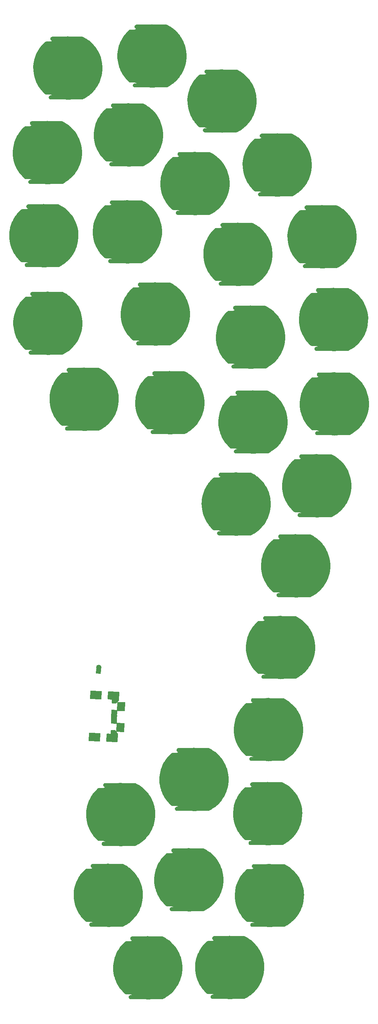
<source format=gts>
G04 #@! TF.GenerationSoftware,KiCad,Pcbnew,(5.0.0)*
G04 #@! TF.CreationDate,2020-01-29T13:42:56+01:00*
G04 #@! TF.ProjectId,Insole_PCB,496E736F6C655F5043422E6B69636164,rev?*
G04 #@! TF.SameCoordinates,Original*
G04 #@! TF.FileFunction,Soldermask,Top*
G04 #@! TF.FilePolarity,Negative*
%FSLAX46Y46*%
G04 Gerber Fmt 4.6, Leading zero omitted, Abs format (unit mm)*
G04 Created by KiCad (PCBNEW (5.0.0)) date 01/29/20 13:42:56*
%MOMM*%
%LPD*%
G01*
G04 APERTURE LIST*
%ADD10C,9.000000*%
%ADD11C,1.250000*%
%ADD12C,1.250000*%
%ADD13C,0.100000*%
%ADD14C,1.600000*%
%ADD15C,1.900000*%
%ADD16C,2.000000*%
%ADD17C,0.800000*%
%ADD18C,0.500000*%
G04 APERTURE END LIST*
D10*
G04 #@! TO.C,S0*
X186650508Y-126120707D02*
G75*
G03X186650508Y-126120707I-3306055J0D01*
G01*
G04 #@! TO.C,S1*
X177735508Y-107470707D02*
G75*
G03X177735508Y-107470707I-3306055J0D01*
G01*
G04 #@! TO.C,S2*
X176750508Y-85995707D02*
G75*
G03X176750508Y-85995707I-3306055J0D01*
G01*
G04 #@! TO.C,S3*
X177625508Y-65595707D02*
G75*
G03X177625508Y-65595707I-3306055J0D01*
G01*
G04 #@! TO.C,S4*
X182650508Y-44845707D02*
G75*
G03X182650508Y-44845707I-3306055J0D01*
G01*
G04 #@! TO.C,S5*
X197525508Y-61245707D02*
G75*
G03X197525508Y-61245707I-3306055J0D01*
G01*
G04 #@! TO.C,S6*
X197250508Y-85020707D02*
G75*
G03X197250508Y-85020707I-3306055J0D01*
G01*
G04 #@! TO.C,S7*
X204125508Y-105195707D02*
G75*
G03X204125508Y-105195707I-3306055J0D01*
G01*
G04 #@! TO.C,S8*
X203300508Y-41895707D02*
G75*
G03X203300508Y-41895707I-3306055J0D01*
G01*
G04 #@! TO.C,S9*
X220500508Y-52920707D02*
G75*
G03X220500508Y-52920707I-3306055J0D01*
G01*
G04 #@! TO.C,S10*
X213850508Y-73170707D02*
G75*
G03X213850508Y-73170707I-3306055J0D01*
G01*
G04 #@! TO.C,S11*
X234050508Y-68645707D02*
G75*
G03X234050508Y-68645707I-3306055J0D01*
G01*
G04 #@! TO.C,S12*
X224400508Y-90570707D02*
G75*
G03X224400508Y-90570707I-3306055J0D01*
G01*
G04 #@! TO.C,S13*
X245050508Y-86245707D02*
G75*
G03X245050508Y-86245707I-3306055J0D01*
G01*
G04 #@! TO.C,S14*
X207675508Y-126970707D02*
G75*
G03X207675508Y-126970707I-3306055J0D01*
G01*
G04 #@! TO.C,S15*
X227500508Y-110895707D02*
G75*
G03X227500508Y-110895707I-3306055J0D01*
G01*
G04 #@! TO.C,S16*
X247875508Y-106545707D02*
G75*
G03X247875508Y-106545707I-3306055J0D01*
G01*
G04 #@! TO.C,S17*
X248075508Y-127245707D02*
G75*
G03X248075508Y-127245707I-3306055J0D01*
G01*
G04 #@! TO.C,S18*
X228100508Y-131720707D02*
G75*
G03X228100508Y-131720707I-3306055J0D01*
G01*
G04 #@! TO.C,S19*
X223975508Y-151820707D02*
G75*
G03X223975508Y-151820707I-3306055J0D01*
G01*
G04 #@! TO.C,S20*
X243750508Y-147345707D02*
G75*
G03X243750508Y-147345707I-3306055J0D01*
G01*
G04 #@! TO.C,S21*
X238575508Y-166995707D02*
G75*
G03X238575508Y-166995707I-3306055J0D01*
G01*
G04 #@! TO.C,S22*
X234875508Y-187020707D02*
G75*
G03X234875508Y-187020707I-3306055J0D01*
G01*
G04 #@! TO.C,S23*
X231900508Y-207170707D02*
G75*
G03X231900508Y-207170707I-3306055J0D01*
G01*
G04 #@! TO.C,S24*
X195625508Y-228020707D02*
G75*
G03X195625508Y-228020707I-3306055J0D01*
G01*
G04 #@! TO.C,S25*
X192575508Y-247845707D02*
G75*
G03X192575508Y-247845707I-3306055J0D01*
G01*
G04 #@! TO.C,S26*
X202275508Y-265645707D02*
G75*
G03X202275508Y-265645707I-3306055J0D01*
G01*
G04 #@! TO.C,S27*
X222375508Y-265570707D02*
G75*
G03X222375508Y-265570707I-3306055J0D01*
G01*
G04 #@! TO.C,S28*
X232125508Y-247895707D02*
G75*
G03X232125508Y-247895707I-3306055J0D01*
G01*
G04 #@! TO.C,S29*
X212350508Y-244045707D02*
G75*
G03X212350508Y-244045707I-3306055J0D01*
G01*
G04 #@! TO.C,S30*
X231700508Y-227820707D02*
G75*
G03X231700508Y-227820707I-3306055J0D01*
G01*
G04 #@! TO.C,S31*
X213625508Y-219420707D02*
G75*
G03X213625508Y-219420707I-3306055J0D01*
G01*
G04 #@! TD*
D11*
G04 #@! TO.C,J2*
X186929209Y-191863143D03*
D12*
X186929209Y-191863143D02*
X186929209Y-191863143D01*
D11*
X186859453Y-192860707D03*
D13*
G36*
X187526528Y-192280827D02*
X187439333Y-193527782D01*
X186192378Y-193440587D01*
X186279573Y-192193632D01*
X187526528Y-192280827D01*
X187526528Y-192280827D01*
G37*
G04 #@! TD*
D14*
G04 #@! TO.C,J1*
X190549347Y-198824613D03*
D13*
G36*
X191907520Y-199936708D02*
X191894836Y-199973807D01*
X191875159Y-200007718D01*
X191862379Y-200023682D01*
X191237442Y-200727300D01*
X191208659Y-200753921D01*
X191175234Y-200774415D01*
X191138454Y-200787994D01*
X191080927Y-200794365D01*
X190281415Y-200766445D01*
X190242555Y-200761243D01*
X190205456Y-200748559D01*
X190171545Y-200728882D01*
X190142124Y-200702966D01*
X190118324Y-200671810D01*
X190101060Y-200636609D01*
X190090996Y-200598715D01*
X190088517Y-200559587D01*
X190114691Y-199810044D01*
X189315179Y-199782124D01*
X189276318Y-199776922D01*
X189239219Y-199764239D01*
X189205309Y-199744561D01*
X189175888Y-199718646D01*
X189152088Y-199687489D01*
X189134824Y-199652288D01*
X189124759Y-199614395D01*
X189122280Y-199575266D01*
X189178119Y-197976241D01*
X189183322Y-197937381D01*
X189196005Y-197900282D01*
X189215683Y-197866371D01*
X189241598Y-197836951D01*
X189272755Y-197813150D01*
X189307956Y-197795886D01*
X189345849Y-197785822D01*
X189384978Y-197783343D01*
X191783515Y-197867102D01*
X191822376Y-197872304D01*
X191859475Y-197884987D01*
X191893385Y-197904665D01*
X191922806Y-197930580D01*
X191946606Y-197961737D01*
X191963870Y-197996938D01*
X191973935Y-198034831D01*
X191976414Y-198073960D01*
X191912722Y-199897848D01*
X191907520Y-199936708D01*
X191907520Y-199936708D01*
G37*
D14*
X190186392Y-209218278D03*
D13*
G36*
X191552417Y-210105510D02*
X191539734Y-210142609D01*
X191520056Y-210176520D01*
X191494141Y-210205940D01*
X191462984Y-210229741D01*
X191427783Y-210247005D01*
X191389890Y-210257069D01*
X191350761Y-210259548D01*
X188952224Y-210175789D01*
X188913363Y-210170587D01*
X188876264Y-210157904D01*
X188842354Y-210138226D01*
X188812933Y-210112311D01*
X188789133Y-210081154D01*
X188771869Y-210045953D01*
X188761804Y-210008060D01*
X188759325Y-209968931D01*
X188815164Y-208369906D01*
X188820367Y-208331046D01*
X188833050Y-208293947D01*
X188852728Y-208260036D01*
X188878643Y-208230616D01*
X188909800Y-208206815D01*
X188945001Y-208189551D01*
X188982894Y-208179487D01*
X189022023Y-208177008D01*
X189821535Y-208204927D01*
X189847710Y-207455384D01*
X189852912Y-207416524D01*
X189865596Y-207379425D01*
X189885273Y-207345514D01*
X189911189Y-207316094D01*
X189942345Y-207292294D01*
X189977546Y-207275030D01*
X190015440Y-207264965D01*
X190054568Y-207262486D01*
X190854081Y-207290406D01*
X190892941Y-207295608D01*
X190930040Y-207308291D01*
X190963951Y-207327969D01*
X191005536Y-207368225D01*
X191579868Y-208113723D01*
X191600636Y-208146978D01*
X191614518Y-208183645D01*
X191620979Y-208222316D01*
X191621311Y-208242762D01*
X191557620Y-210066650D01*
X191552417Y-210105510D01*
X191552417Y-210105510D01*
G37*
D15*
X192227688Y-206637946D03*
D13*
G36*
X191316656Y-205505462D02*
X193215499Y-205571771D01*
X193138720Y-207770430D01*
X191239877Y-207704121D01*
X191316656Y-205505462D01*
X191316656Y-205505462D01*
G37*
D15*
X192405675Y-201541053D03*
D13*
G36*
X191494643Y-200408569D02*
X193393486Y-200474878D01*
X193316707Y-202673537D01*
X191417864Y-202607228D01*
X191494643Y-200408569D01*
X191494643Y-200408569D01*
G37*
D16*
X185890756Y-209018241D03*
D13*
G36*
X184526508Y-207969991D02*
X187324803Y-208067709D01*
X187255004Y-210066491D01*
X184456709Y-209968773D01*
X184526508Y-207969991D01*
X184526508Y-207969991D01*
G37*
D16*
X186250221Y-198724515D03*
D13*
G36*
X184885973Y-197676265D02*
X187684268Y-197773983D01*
X187614469Y-199772765D01*
X184816174Y-199675047D01*
X184885973Y-197676265D01*
X184885973Y-197676265D01*
G37*
D17*
X190647302Y-205331996D03*
D13*
G36*
X189936703Y-204906938D02*
X191385820Y-204957542D01*
X191357901Y-205757054D01*
X189908784Y-205706450D01*
X189936703Y-204906938D01*
X189936703Y-204906938D01*
G37*
D17*
X190669986Y-204682392D03*
D13*
G36*
X189959387Y-204257334D02*
X191408504Y-204307938D01*
X191380585Y-205107450D01*
X189931468Y-205056846D01*
X189959387Y-204257334D01*
X189959387Y-204257334D01*
G37*
D17*
X190692671Y-204032788D03*
D13*
G36*
X189982072Y-203607730D02*
X191431189Y-203658334D01*
X191403270Y-204457846D01*
X189954153Y-204407242D01*
X189982072Y-203607730D01*
X189982072Y-203607730D01*
G37*
D17*
X190715356Y-203383184D03*
D13*
G36*
X190004757Y-202958126D02*
X191453874Y-203008730D01*
X191425955Y-203808242D01*
X189976838Y-203757638D01*
X190004757Y-202958126D01*
X190004757Y-202958126D01*
G37*
D17*
X190738041Y-202733580D03*
D13*
G36*
X190027442Y-202308522D02*
X191476559Y-202359126D01*
X191448640Y-203158638D01*
X189999523Y-203108034D01*
X190027442Y-202308522D01*
X190027442Y-202308522D01*
G37*
G04 #@! TD*
D18*
G04 #@! TO.C,S0*
X191344453Y-126120707D03*
D13*
G36*
X186845838Y-118420712D02*
X186850027Y-118420741D01*
X186861204Y-118421131D01*
X186890456Y-118422972D01*
X186909869Y-118425150D01*
X186938802Y-118429836D01*
X186957916Y-118433898D01*
X186986253Y-118441385D01*
X187004874Y-118447292D01*
X187032346Y-118457508D01*
X187050320Y-118465212D01*
X187056419Y-118468187D01*
X187082768Y-118481024D01*
X187091447Y-118485518D01*
X187777010Y-118862022D01*
X187778220Y-118862692D01*
X187781878Y-118864734D01*
X187791487Y-118870456D01*
X187800945Y-118876453D01*
X187810431Y-118882283D01*
X187818627Y-118887600D01*
X188464179Y-119329206D01*
X188465350Y-119330013D01*
X188468791Y-119332403D01*
X188477758Y-119339009D01*
X188486621Y-119345927D01*
X188495467Y-119352636D01*
X188503101Y-119358724D01*
X189102479Y-119861217D01*
X189103536Y-119862109D01*
X189106727Y-119864822D01*
X189115047Y-119872307D01*
X189123166Y-119880033D01*
X189131320Y-119887576D01*
X189138336Y-119894392D01*
X189685816Y-120452976D01*
X189686770Y-120453957D01*
X189689682Y-120456969D01*
X189697232Y-120465228D01*
X189704542Y-120473689D01*
X189711955Y-120482031D01*
X189718265Y-120489492D01*
X190208625Y-121098835D01*
X190209487Y-121099914D01*
X190212091Y-121103196D01*
X190218796Y-121112150D01*
X190225190Y-121121205D01*
X190231802Y-121130298D01*
X190237356Y-121138343D01*
X190665914Y-121792628D01*
X190666668Y-121793787D01*
X190668939Y-121797307D01*
X190674737Y-121806870D01*
X190680272Y-121816604D01*
X190685907Y-121826198D01*
X190690652Y-121834750D01*
X191053318Y-122527733D01*
X191053951Y-122528951D01*
X191055868Y-122532676D01*
X191060708Y-122542766D01*
X191065274Y-122553009D01*
X191069942Y-122563100D01*
X191073828Y-122572069D01*
X191367140Y-123297134D01*
X191367654Y-123298418D01*
X191369198Y-123302312D01*
X191373029Y-123312823D01*
X191376538Y-123323357D01*
X191380235Y-123333959D01*
X191383225Y-123343260D01*
X191604383Y-124093487D01*
X191604769Y-124094811D01*
X191605926Y-124098838D01*
X191608715Y-124109684D01*
X191611184Y-124120531D01*
X191613819Y-124131401D01*
X191615891Y-124140963D01*
X191762784Y-124909191D01*
X191763042Y-124910564D01*
X191763800Y-124914684D01*
X191765513Y-124925723D01*
X191766920Y-124936821D01*
X191768475Y-124947851D01*
X191769603Y-124957562D01*
X191840830Y-125736457D01*
X191840950Y-125737816D01*
X191841303Y-125741990D01*
X191841934Y-125753180D01*
X191842251Y-125764381D01*
X191842722Y-125775479D01*
X191842898Y-125785263D01*
X191837777Y-126567392D01*
X191837762Y-126568804D01*
X191837705Y-126572993D01*
X191837243Y-126584140D01*
X191836464Y-126595347D01*
X191835850Y-126606421D01*
X191835070Y-126616167D01*
X191753652Y-127394064D01*
X191753503Y-127395447D01*
X191753038Y-127399610D01*
X191751487Y-127410678D01*
X191749637Y-127421645D01*
X191747927Y-127432722D01*
X191746200Y-127442343D01*
X191589260Y-128208582D01*
X191588977Y-128209939D01*
X191588108Y-128214037D01*
X191585483Y-128224911D01*
X191582540Y-128235759D01*
X191579791Y-128246488D01*
X191577132Y-128255902D01*
X191346170Y-129003169D01*
X191345754Y-129004498D01*
X191344489Y-129008492D01*
X191340819Y-129019045D01*
X191336880Y-129029427D01*
X191333047Y-129039974D01*
X191329483Y-129049079D01*
X191026709Y-129770224D01*
X191026533Y-129770150D01*
X191026017Y-129771470D01*
X191026157Y-129771530D01*
X191024517Y-129775362D01*
X191019826Y-129785527D01*
X191014849Y-129795564D01*
X191010049Y-129805593D01*
X191005615Y-129814305D01*
X190633907Y-130502480D01*
X190633232Y-130503720D01*
X190631215Y-130507392D01*
X190625575Y-130517014D01*
X190619651Y-130526503D01*
X190613884Y-130536036D01*
X190608619Y-130544277D01*
X190171530Y-131192895D01*
X190170758Y-131194032D01*
X190168393Y-131197490D01*
X190161818Y-131206549D01*
X190155031Y-131215369D01*
X190148324Y-131224343D01*
X190142285Y-131232023D01*
X189643989Y-131834893D01*
X189643099Y-131835962D01*
X189640408Y-131839172D01*
X189632990Y-131847535D01*
X189625334Y-131855695D01*
X189617829Y-131863921D01*
X189611066Y-131870980D01*
X189056318Y-132422348D01*
X189055335Y-132423318D01*
X189052343Y-132426251D01*
X189044135Y-132433858D01*
X189035764Y-132441192D01*
X189027450Y-132448685D01*
X189020029Y-132455051D01*
X188414124Y-132949653D01*
X188413049Y-132950524D01*
X188409785Y-132953151D01*
X188400873Y-132959922D01*
X188391814Y-132966413D01*
X188382821Y-132973049D01*
X188374818Y-132978658D01*
X187723540Y-133411774D01*
X187722403Y-133412524D01*
X187718899Y-133414820D01*
X187709361Y-133420695D01*
X187701017Y-133425517D01*
X187692763Y-133430511D01*
X187684283Y-133435362D01*
X187082073Y-133760635D01*
X187080779Y-133761328D01*
X187079166Y-133762184D01*
X187079052Y-133761969D01*
X187078842Y-133762081D01*
X187078956Y-133762296D01*
X187077114Y-133763274D01*
X187067138Y-133768220D01*
X187055513Y-133773586D01*
X187043930Y-133779036D01*
X187041479Y-133780047D01*
X187041485Y-133780060D01*
X187040479Y-133780524D01*
X187033261Y-133783435D01*
X187025917Y-133786464D01*
X187024862Y-133786840D01*
X187024857Y-133786826D01*
X187022404Y-133787815D01*
X187010350Y-133792007D01*
X186998254Y-133796314D01*
X186995803Y-133797054D01*
X186995807Y-133797064D01*
X186994761Y-133797428D01*
X186987131Y-133799671D01*
X186979502Y-133801973D01*
X186978414Y-133802244D01*
X186978411Y-133802234D01*
X186975971Y-133802951D01*
X186963599Y-133805938D01*
X186951112Y-133809052D01*
X186948556Y-133809558D01*
X186948559Y-133809571D01*
X186947478Y-133809832D01*
X186939596Y-133811332D01*
X186931935Y-133812849D01*
X186930831Y-133813012D01*
X186930829Y-133813001D01*
X186928295Y-133813483D01*
X186915525Y-133815273D01*
X186902936Y-133817131D01*
X186900361Y-133817383D01*
X186900363Y-133817396D01*
X186899249Y-133817552D01*
X186891305Y-133818271D01*
X186883517Y-133819035D01*
X186882415Y-133819089D01*
X186882414Y-133819077D01*
X186879803Y-133819313D01*
X186866862Y-133819850D01*
X186854217Y-133820468D01*
X186844453Y-133820707D01*
X179144453Y-133820707D01*
X179143068Y-133820702D01*
X179138879Y-133820673D01*
X179127702Y-133820283D01*
X179098450Y-133818442D01*
X179079037Y-133816264D01*
X179050104Y-133811578D01*
X179030990Y-133807516D01*
X179002653Y-133800029D01*
X178984032Y-133794122D01*
X178956560Y-133783906D01*
X178938592Y-133776205D01*
X178912249Y-133763356D01*
X178895130Y-133753944D01*
X178870166Y-133738586D01*
X178854041Y-133727546D01*
X178830695Y-133709825D01*
X178815732Y-133697269D01*
X178794226Y-133677355D01*
X178780549Y-133663389D01*
X178761090Y-133641471D01*
X178748849Y-133626246D01*
X178731621Y-133602534D01*
X178720922Y-133586184D01*
X178706090Y-133560904D01*
X178697036Y-133543586D01*
X178684742Y-133516979D01*
X178677422Y-133498861D01*
X178667783Y-133471181D01*
X178662267Y-133452438D01*
X178655375Y-133423950D01*
X178651713Y-133404755D01*
X178647634Y-133375731D01*
X178645864Y-133356276D01*
X178644636Y-133326992D01*
X178644772Y-133307450D01*
X178646408Y-133278185D01*
X178648450Y-133258750D01*
X178652934Y-133229786D01*
X178656863Y-133210646D01*
X178664152Y-133182257D01*
X178669931Y-133163590D01*
X178679956Y-133136047D01*
X178687527Y-133118035D01*
X178700191Y-133091603D01*
X178709487Y-133074412D01*
X178724671Y-133049341D01*
X178735596Y-133033145D01*
X178753153Y-133009676D01*
X178765609Y-132994618D01*
X178785373Y-132972974D01*
X178799236Y-132959208D01*
X178821017Y-132939596D01*
X178836163Y-132927244D01*
X178859755Y-132909851D01*
X178876027Y-132899039D01*
X178901203Y-132884031D01*
X178918453Y-132874859D01*
X178944973Y-132862379D01*
X178963041Y-132854932D01*
X178990652Y-132845100D01*
X179009358Y-132839452D01*
X179037798Y-132832361D01*
X179056970Y-132828565D01*
X179085965Y-132824284D01*
X179105407Y-132822378D01*
X179134682Y-132820946D01*
X179144453Y-132820707D01*
X186718050Y-132820707D01*
X187188875Y-132566400D01*
X187800701Y-132159521D01*
X188368712Y-131695851D01*
X188645543Y-131420707D01*
X178544453Y-131420707D01*
X178543068Y-131420702D01*
X178538879Y-131420673D01*
X178527702Y-131420283D01*
X178498450Y-131418442D01*
X178479037Y-131416264D01*
X178450104Y-131411578D01*
X178430990Y-131407516D01*
X178402653Y-131400029D01*
X178384032Y-131394122D01*
X178356560Y-131383906D01*
X178338592Y-131376205D01*
X178312249Y-131363356D01*
X178295130Y-131353944D01*
X178270166Y-131338586D01*
X178254041Y-131327546D01*
X178230695Y-131309825D01*
X178215732Y-131297269D01*
X178194226Y-131277355D01*
X178180549Y-131263389D01*
X178161090Y-131241471D01*
X178148849Y-131226246D01*
X178131621Y-131202534D01*
X178120922Y-131186184D01*
X178106090Y-131160904D01*
X178097036Y-131143586D01*
X178084742Y-131116979D01*
X178077422Y-131098861D01*
X178067783Y-131071181D01*
X178062267Y-131052438D01*
X178055375Y-131023950D01*
X178051713Y-131004755D01*
X178047634Y-130975731D01*
X178045864Y-130956276D01*
X178044636Y-130926992D01*
X178044772Y-130907450D01*
X178046408Y-130878185D01*
X178048450Y-130858750D01*
X178052934Y-130829786D01*
X178056863Y-130810646D01*
X178064152Y-130782257D01*
X178069931Y-130763590D01*
X178079956Y-130736047D01*
X178087527Y-130718035D01*
X178100191Y-130691603D01*
X178109487Y-130674412D01*
X178124671Y-130649341D01*
X178135596Y-130633145D01*
X178153153Y-130609676D01*
X178165609Y-130594618D01*
X178185373Y-130572974D01*
X178199236Y-130559208D01*
X178221017Y-130539596D01*
X178236163Y-130527244D01*
X178259755Y-130509851D01*
X178276027Y-130499039D01*
X178301203Y-130484031D01*
X178318453Y-130474859D01*
X178344973Y-130462379D01*
X178363041Y-130454932D01*
X178390652Y-130445100D01*
X178409358Y-130439452D01*
X178437798Y-130432361D01*
X178456970Y-130428565D01*
X178485965Y-130424284D01*
X178505407Y-130422378D01*
X178534682Y-130420946D01*
X178544453Y-130420707D01*
X189486024Y-130420707D01*
X189765675Y-130005721D01*
X190114140Y-129360578D01*
X190256834Y-129020707D01*
X176944453Y-129020707D01*
X176943068Y-129020702D01*
X176938879Y-129020673D01*
X176927702Y-129020283D01*
X176898450Y-129018442D01*
X176879037Y-129016264D01*
X176850104Y-129011578D01*
X176830990Y-129007516D01*
X176802653Y-129000029D01*
X176784032Y-128994122D01*
X176756560Y-128983906D01*
X176738592Y-128976205D01*
X176712249Y-128963356D01*
X176695130Y-128953944D01*
X176670166Y-128938586D01*
X176654041Y-128927546D01*
X176630695Y-128909825D01*
X176615732Y-128897269D01*
X176594226Y-128877355D01*
X176580549Y-128863389D01*
X176561090Y-128841471D01*
X176548849Y-128826246D01*
X176531621Y-128802534D01*
X176520922Y-128786184D01*
X176506090Y-128760904D01*
X176497036Y-128743586D01*
X176484742Y-128716979D01*
X176477422Y-128698861D01*
X176467783Y-128671181D01*
X176462267Y-128652438D01*
X176455375Y-128623950D01*
X176451713Y-128604755D01*
X176447634Y-128575731D01*
X176445864Y-128556276D01*
X176444636Y-128526992D01*
X176444772Y-128507450D01*
X176446408Y-128478185D01*
X176448450Y-128458750D01*
X176452934Y-128429786D01*
X176456863Y-128410646D01*
X176464152Y-128382257D01*
X176469931Y-128363590D01*
X176479956Y-128336047D01*
X176487527Y-128318035D01*
X176500191Y-128291603D01*
X176509487Y-128274412D01*
X176524671Y-128249341D01*
X176535596Y-128233145D01*
X176553153Y-128209676D01*
X176565609Y-128194618D01*
X176585373Y-128172974D01*
X176599236Y-128159208D01*
X176621017Y-128139596D01*
X176636163Y-128127244D01*
X176659755Y-128109851D01*
X176676027Y-128099039D01*
X176701203Y-128084031D01*
X176718453Y-128074859D01*
X176744973Y-128062379D01*
X176763041Y-128054932D01*
X176790652Y-128045100D01*
X176809358Y-128039452D01*
X176837798Y-128032361D01*
X176856970Y-128028565D01*
X176885965Y-128024284D01*
X176905407Y-128022378D01*
X176934682Y-128020946D01*
X176944453Y-128020707D01*
X190603150Y-128020707D01*
X190614504Y-127983973D01*
X190761632Y-127265641D01*
X190829134Y-126620707D01*
X176544453Y-126620707D01*
X176543068Y-126620702D01*
X176538879Y-126620673D01*
X176527702Y-126620283D01*
X176498450Y-126618442D01*
X176479037Y-126616264D01*
X176450104Y-126611578D01*
X176430990Y-126607516D01*
X176402653Y-126600029D01*
X176384032Y-126594122D01*
X176356560Y-126583906D01*
X176338592Y-126576205D01*
X176312249Y-126563356D01*
X176295130Y-126553944D01*
X176270166Y-126538586D01*
X176254041Y-126527546D01*
X176230695Y-126509825D01*
X176215732Y-126497269D01*
X176194226Y-126477355D01*
X176180549Y-126463389D01*
X176161090Y-126441471D01*
X176148849Y-126426246D01*
X176131621Y-126402534D01*
X176120922Y-126386184D01*
X176106090Y-126360904D01*
X176097036Y-126343586D01*
X176084742Y-126316979D01*
X176077422Y-126298861D01*
X176067783Y-126271181D01*
X176062267Y-126252438D01*
X176055375Y-126223950D01*
X176051713Y-126204755D01*
X176047634Y-126175731D01*
X176045864Y-126156276D01*
X176044636Y-126126992D01*
X176044772Y-126107450D01*
X176046408Y-126078185D01*
X176048450Y-126058750D01*
X176052934Y-126029786D01*
X176056863Y-126010646D01*
X176064152Y-125982257D01*
X176069931Y-125963590D01*
X176079956Y-125936047D01*
X176087527Y-125918035D01*
X176100191Y-125891603D01*
X176109487Y-125874412D01*
X176124671Y-125849341D01*
X176135596Y-125833145D01*
X176153153Y-125809676D01*
X176165609Y-125794618D01*
X176185373Y-125772974D01*
X176199236Y-125759208D01*
X176221017Y-125739596D01*
X176236163Y-125727244D01*
X176259755Y-125709851D01*
X176276027Y-125699039D01*
X176301203Y-125684031D01*
X176318453Y-125674859D01*
X176344973Y-125662379D01*
X176363041Y-125654932D01*
X176390652Y-125645100D01*
X176409358Y-125639452D01*
X176437798Y-125632361D01*
X176456970Y-125628565D01*
X176485965Y-125624284D01*
X176505407Y-125622378D01*
X176534682Y-125620946D01*
X176544453Y-125620707D01*
X190826074Y-125620707D01*
X190775987Y-125072987D01*
X190638276Y-124352783D01*
X190599342Y-124220707D01*
X176944453Y-124220707D01*
X176943068Y-124220702D01*
X176938879Y-124220673D01*
X176927702Y-124220283D01*
X176898450Y-124218442D01*
X176879037Y-124216264D01*
X176850104Y-124211578D01*
X176830990Y-124207516D01*
X176802653Y-124200029D01*
X176784032Y-124194122D01*
X176756560Y-124183906D01*
X176738592Y-124176205D01*
X176712249Y-124163356D01*
X176695130Y-124153944D01*
X176670166Y-124138586D01*
X176654041Y-124127546D01*
X176630695Y-124109825D01*
X176615732Y-124097269D01*
X176594226Y-124077355D01*
X176580549Y-124063389D01*
X176561090Y-124041471D01*
X176548849Y-124026246D01*
X176531621Y-124002534D01*
X176520922Y-123986184D01*
X176506090Y-123960904D01*
X176497036Y-123943586D01*
X176484742Y-123916979D01*
X176477422Y-123898861D01*
X176467783Y-123871181D01*
X176462267Y-123852438D01*
X176455375Y-123823950D01*
X176451713Y-123804755D01*
X176447634Y-123775731D01*
X176445864Y-123756276D01*
X176444636Y-123726992D01*
X176444772Y-123707450D01*
X176446408Y-123678185D01*
X176448450Y-123658750D01*
X176452934Y-123629786D01*
X176456863Y-123610646D01*
X176464152Y-123582257D01*
X176469931Y-123563590D01*
X176479956Y-123536047D01*
X176487527Y-123518035D01*
X176500191Y-123491603D01*
X176509487Y-123474412D01*
X176524671Y-123449341D01*
X176535596Y-123433145D01*
X176553153Y-123409676D01*
X176565609Y-123394618D01*
X176585373Y-123372974D01*
X176599236Y-123359208D01*
X176621017Y-123339596D01*
X176636163Y-123327244D01*
X176659755Y-123309851D01*
X176676027Y-123299039D01*
X176701203Y-123284031D01*
X176718453Y-123274859D01*
X176744973Y-123262379D01*
X176763041Y-123254932D01*
X176790652Y-123245100D01*
X176809358Y-123239452D01*
X176837798Y-123232361D01*
X176856970Y-123228565D01*
X176885965Y-123224284D01*
X176905407Y-123222378D01*
X176934682Y-123220946D01*
X176944453Y-123220707D01*
X190257499Y-123220707D01*
X190155981Y-122969753D01*
X189815984Y-122320090D01*
X189488887Y-121820707D01*
X178544453Y-121820707D01*
X178543068Y-121820702D01*
X178538879Y-121820673D01*
X178527702Y-121820283D01*
X178498450Y-121818442D01*
X178479037Y-121816264D01*
X178450104Y-121811578D01*
X178430990Y-121807516D01*
X178402653Y-121800029D01*
X178384032Y-121794122D01*
X178356560Y-121783906D01*
X178338592Y-121776205D01*
X178312249Y-121763356D01*
X178295130Y-121753944D01*
X178270166Y-121738586D01*
X178254041Y-121727546D01*
X178230695Y-121709825D01*
X178215732Y-121697269D01*
X178194226Y-121677355D01*
X178180549Y-121663389D01*
X178161090Y-121641471D01*
X178148849Y-121626246D01*
X178131621Y-121602534D01*
X178120922Y-121586184D01*
X178106090Y-121560904D01*
X178097036Y-121543586D01*
X178084742Y-121516979D01*
X178077422Y-121498861D01*
X178067783Y-121471181D01*
X178062267Y-121452438D01*
X178055375Y-121423950D01*
X178051713Y-121404755D01*
X178047634Y-121375731D01*
X178045864Y-121356276D01*
X178044636Y-121326992D01*
X178044772Y-121307450D01*
X178046408Y-121278185D01*
X178048450Y-121258750D01*
X178052934Y-121229786D01*
X178056863Y-121210646D01*
X178064152Y-121182257D01*
X178069931Y-121163590D01*
X178079956Y-121136047D01*
X178087527Y-121118035D01*
X178100191Y-121091603D01*
X178109487Y-121074412D01*
X178124671Y-121049341D01*
X178135596Y-121033145D01*
X178153153Y-121009676D01*
X178165609Y-120994618D01*
X178185373Y-120972974D01*
X178199236Y-120959208D01*
X178221017Y-120939596D01*
X178236163Y-120927244D01*
X178259755Y-120909851D01*
X178276027Y-120899039D01*
X178301203Y-120884031D01*
X178318453Y-120874859D01*
X178344973Y-120862379D01*
X178363041Y-120854932D01*
X178390652Y-120845100D01*
X178409358Y-120839452D01*
X178437798Y-120832361D01*
X178456970Y-120828565D01*
X178485965Y-120824284D01*
X178505407Y-120822378D01*
X178534682Y-120820946D01*
X178544453Y-120820707D01*
X188646008Y-120820707D01*
X188441279Y-120611826D01*
X187879390Y-120140761D01*
X187274202Y-119726766D01*
X186716909Y-119420707D01*
X179544453Y-119420707D01*
X179543068Y-119420702D01*
X179538879Y-119420673D01*
X179527702Y-119420283D01*
X179498450Y-119418442D01*
X179479037Y-119416264D01*
X179450104Y-119411578D01*
X179430990Y-119407516D01*
X179402653Y-119400029D01*
X179384032Y-119394122D01*
X179356560Y-119383906D01*
X179338592Y-119376205D01*
X179312249Y-119363356D01*
X179295130Y-119353944D01*
X179270166Y-119338586D01*
X179254041Y-119327546D01*
X179230695Y-119309825D01*
X179215732Y-119297269D01*
X179194226Y-119277355D01*
X179180549Y-119263389D01*
X179161090Y-119241471D01*
X179148849Y-119226246D01*
X179131621Y-119202534D01*
X179120922Y-119186184D01*
X179106090Y-119160904D01*
X179097036Y-119143586D01*
X179084742Y-119116979D01*
X179077422Y-119098861D01*
X179067783Y-119071181D01*
X179062267Y-119052438D01*
X179055375Y-119023950D01*
X179051713Y-119004755D01*
X179047634Y-118975731D01*
X179045864Y-118956276D01*
X179044636Y-118926992D01*
X179044772Y-118907450D01*
X179046408Y-118878185D01*
X179048450Y-118858750D01*
X179052934Y-118829786D01*
X179056863Y-118810646D01*
X179064152Y-118782257D01*
X179069931Y-118763590D01*
X179079956Y-118736047D01*
X179087527Y-118718035D01*
X179100191Y-118691603D01*
X179109487Y-118674412D01*
X179124671Y-118649341D01*
X179135596Y-118633145D01*
X179153153Y-118609676D01*
X179165609Y-118594618D01*
X179185373Y-118572974D01*
X179199236Y-118559208D01*
X179221017Y-118539596D01*
X179236163Y-118527244D01*
X179259755Y-118509851D01*
X179276027Y-118499039D01*
X179301203Y-118484031D01*
X179318453Y-118474859D01*
X179344973Y-118462379D01*
X179363041Y-118454932D01*
X179390652Y-118445100D01*
X179409358Y-118439452D01*
X179437798Y-118432361D01*
X179456970Y-118428565D01*
X179485965Y-118424284D01*
X179505407Y-118422378D01*
X179534682Y-118420946D01*
X179544453Y-118420707D01*
X186844453Y-118420707D01*
X186845838Y-118420712D01*
X186845838Y-118420712D01*
G37*
D18*
X175344453Y-126120707D03*
D13*
G36*
X186545838Y-119620712D02*
X186550027Y-119620741D01*
X186561204Y-119621131D01*
X186590456Y-119622972D01*
X186609869Y-119625150D01*
X186638802Y-119629836D01*
X186657916Y-119633898D01*
X186686253Y-119641385D01*
X186704874Y-119647292D01*
X186732346Y-119657508D01*
X186750314Y-119665209D01*
X186776657Y-119678058D01*
X186793776Y-119687470D01*
X186818740Y-119702828D01*
X186834865Y-119713868D01*
X186858211Y-119731589D01*
X186873174Y-119744145D01*
X186894680Y-119764059D01*
X186908357Y-119778025D01*
X186927816Y-119799943D01*
X186940057Y-119815168D01*
X186957285Y-119838880D01*
X186967984Y-119855230D01*
X186982816Y-119880510D01*
X186991870Y-119897828D01*
X187004164Y-119924435D01*
X187011484Y-119942553D01*
X187021123Y-119970233D01*
X187026639Y-119988976D01*
X187033531Y-120017464D01*
X187037193Y-120036659D01*
X187041272Y-120065683D01*
X187043042Y-120085138D01*
X187044270Y-120114422D01*
X187044134Y-120133964D01*
X187042498Y-120163229D01*
X187040456Y-120182664D01*
X187035972Y-120211628D01*
X187032043Y-120230768D01*
X187024754Y-120259157D01*
X187018975Y-120277824D01*
X187008950Y-120305367D01*
X187001379Y-120323379D01*
X186988715Y-120349811D01*
X186979419Y-120367002D01*
X186964235Y-120392073D01*
X186953310Y-120408269D01*
X186935753Y-120431738D01*
X186923297Y-120446796D01*
X186903533Y-120468440D01*
X186889670Y-120482206D01*
X186867889Y-120501818D01*
X186852743Y-120514170D01*
X186829151Y-120531563D01*
X186812879Y-120542375D01*
X186787703Y-120557383D01*
X186770453Y-120566555D01*
X186743933Y-120579035D01*
X186725865Y-120586482D01*
X186698254Y-120596314D01*
X186679548Y-120601962D01*
X186651108Y-120609053D01*
X186631936Y-120612849D01*
X186602941Y-120617130D01*
X186583499Y-120619036D01*
X186554224Y-120620468D01*
X186544453Y-120620707D01*
X178238165Y-120620707D01*
X178207413Y-120648743D01*
X177692797Y-121182673D01*
X177237904Y-121757742D01*
X177068793Y-122020707D01*
X189144453Y-122020707D01*
X189145838Y-122020712D01*
X189150027Y-122020741D01*
X189161204Y-122021131D01*
X189190456Y-122022972D01*
X189209869Y-122025150D01*
X189238802Y-122029836D01*
X189257916Y-122033898D01*
X189286253Y-122041385D01*
X189304874Y-122047292D01*
X189332346Y-122057508D01*
X189350314Y-122065209D01*
X189376657Y-122078058D01*
X189393776Y-122087470D01*
X189418740Y-122102828D01*
X189434865Y-122113868D01*
X189458211Y-122131589D01*
X189473174Y-122144145D01*
X189494680Y-122164059D01*
X189508357Y-122178025D01*
X189527816Y-122199943D01*
X189540057Y-122215168D01*
X189557285Y-122238880D01*
X189567984Y-122255230D01*
X189582816Y-122280510D01*
X189591870Y-122297828D01*
X189604164Y-122324435D01*
X189611484Y-122342553D01*
X189621123Y-122370233D01*
X189626639Y-122388976D01*
X189633531Y-122417464D01*
X189637193Y-122436659D01*
X189641272Y-122465683D01*
X189643042Y-122485138D01*
X189644270Y-122514422D01*
X189644134Y-122533964D01*
X189642498Y-122563229D01*
X189640456Y-122582664D01*
X189635972Y-122611628D01*
X189632043Y-122630768D01*
X189624754Y-122659157D01*
X189618975Y-122677824D01*
X189608950Y-122705367D01*
X189601379Y-122723379D01*
X189588715Y-122749811D01*
X189579419Y-122767002D01*
X189564235Y-122792073D01*
X189553310Y-122808269D01*
X189535753Y-122831738D01*
X189523297Y-122846796D01*
X189503533Y-122868440D01*
X189489670Y-122882206D01*
X189467889Y-122901818D01*
X189452743Y-122914170D01*
X189429151Y-122931563D01*
X189412879Y-122942375D01*
X189387703Y-122957383D01*
X189370453Y-122966555D01*
X189343933Y-122979035D01*
X189325865Y-122986482D01*
X189298254Y-122996314D01*
X189279548Y-123001962D01*
X189251108Y-123009053D01*
X189231936Y-123012849D01*
X189202941Y-123017130D01*
X189183499Y-123019036D01*
X189154224Y-123020468D01*
X189144453Y-123020707D01*
X176509957Y-123020707D01*
X176506762Y-123026939D01*
X176237497Y-123708946D01*
X176036072Y-124413964D01*
X176034841Y-124420707D01*
X190044453Y-124420707D01*
X190045838Y-124420712D01*
X190050027Y-124420741D01*
X190061204Y-124421131D01*
X190090456Y-124422972D01*
X190109869Y-124425150D01*
X190138802Y-124429836D01*
X190157916Y-124433898D01*
X190186253Y-124441385D01*
X190204874Y-124447292D01*
X190232346Y-124457508D01*
X190250314Y-124465209D01*
X190276657Y-124478058D01*
X190293776Y-124487470D01*
X190318740Y-124502828D01*
X190334865Y-124513868D01*
X190358211Y-124531589D01*
X190373174Y-124544145D01*
X190394680Y-124564059D01*
X190408357Y-124578025D01*
X190427816Y-124599943D01*
X190440057Y-124615168D01*
X190457285Y-124638880D01*
X190467984Y-124655230D01*
X190482816Y-124680510D01*
X190491870Y-124697828D01*
X190504164Y-124724435D01*
X190511484Y-124742553D01*
X190521123Y-124770233D01*
X190526639Y-124788976D01*
X190533531Y-124817464D01*
X190537193Y-124836659D01*
X190541272Y-124865683D01*
X190543042Y-124885138D01*
X190544270Y-124914422D01*
X190544134Y-124933964D01*
X190542498Y-124963229D01*
X190540456Y-124982664D01*
X190535972Y-125011628D01*
X190532043Y-125030768D01*
X190524754Y-125059157D01*
X190518975Y-125077824D01*
X190508950Y-125105367D01*
X190501379Y-125123379D01*
X190488715Y-125149811D01*
X190479419Y-125167002D01*
X190464235Y-125192073D01*
X190453310Y-125208269D01*
X190435753Y-125231738D01*
X190423297Y-125246796D01*
X190403533Y-125268440D01*
X190389670Y-125282206D01*
X190367889Y-125301818D01*
X190352743Y-125314170D01*
X190329151Y-125331563D01*
X190312879Y-125342375D01*
X190287703Y-125357383D01*
X190270453Y-125366555D01*
X190243933Y-125379035D01*
X190225865Y-125386482D01*
X190198254Y-125396314D01*
X190179548Y-125401962D01*
X190151108Y-125409053D01*
X190131936Y-125412849D01*
X190102941Y-125417130D01*
X190083499Y-125419036D01*
X190054224Y-125420468D01*
X190044453Y-125420707D01*
X175880713Y-125420707D01*
X175843751Y-125866014D01*
X175854696Y-126599180D01*
X175879760Y-126820707D01*
X190044453Y-126820707D01*
X190045838Y-126820712D01*
X190050027Y-126820741D01*
X190061204Y-126821131D01*
X190090456Y-126822972D01*
X190109869Y-126825150D01*
X190138802Y-126829836D01*
X190157916Y-126833898D01*
X190186253Y-126841385D01*
X190204874Y-126847292D01*
X190232346Y-126857508D01*
X190250314Y-126865209D01*
X190276657Y-126878058D01*
X190293776Y-126887470D01*
X190318740Y-126902828D01*
X190334865Y-126913868D01*
X190358211Y-126931589D01*
X190373174Y-126944145D01*
X190394680Y-126964059D01*
X190408357Y-126978025D01*
X190427816Y-126999943D01*
X190440057Y-127015168D01*
X190457285Y-127038880D01*
X190467984Y-127055230D01*
X190482816Y-127080510D01*
X190491870Y-127097828D01*
X190504164Y-127124435D01*
X190511484Y-127142553D01*
X190521123Y-127170233D01*
X190526639Y-127188976D01*
X190533531Y-127217464D01*
X190537193Y-127236659D01*
X190541272Y-127265683D01*
X190543042Y-127285138D01*
X190544270Y-127314422D01*
X190544134Y-127333964D01*
X190542498Y-127363229D01*
X190540456Y-127382664D01*
X190535972Y-127411628D01*
X190532043Y-127430768D01*
X190524754Y-127459157D01*
X190518975Y-127477824D01*
X190508950Y-127505367D01*
X190501379Y-127523379D01*
X190488715Y-127549811D01*
X190479419Y-127567002D01*
X190464235Y-127592073D01*
X190453310Y-127608269D01*
X190435753Y-127631738D01*
X190423297Y-127646796D01*
X190403533Y-127668440D01*
X190389670Y-127682206D01*
X190367889Y-127701818D01*
X190352743Y-127714170D01*
X190329151Y-127731563D01*
X190312879Y-127742375D01*
X190287703Y-127757383D01*
X190270453Y-127766555D01*
X190243933Y-127779035D01*
X190225865Y-127786482D01*
X190198254Y-127796314D01*
X190179548Y-127801962D01*
X190151108Y-127809053D01*
X190131936Y-127812849D01*
X190102941Y-127817130D01*
X190083499Y-127819036D01*
X190054224Y-127820468D01*
X190044453Y-127820707D01*
X176042407Y-127820707D01*
X176090270Y-128044824D01*
X176312654Y-128743531D01*
X176517716Y-129220707D01*
X189144453Y-129220707D01*
X189145838Y-129220712D01*
X189150027Y-129220741D01*
X189161204Y-129221131D01*
X189190456Y-129222972D01*
X189209869Y-129225150D01*
X189238802Y-129229836D01*
X189257916Y-129233898D01*
X189286253Y-129241385D01*
X189304874Y-129247292D01*
X189332346Y-129257508D01*
X189350314Y-129265209D01*
X189376657Y-129278058D01*
X189393776Y-129287470D01*
X189418740Y-129302828D01*
X189434865Y-129313868D01*
X189458211Y-129331589D01*
X189473174Y-129344145D01*
X189494680Y-129364059D01*
X189508357Y-129378025D01*
X189527816Y-129399943D01*
X189540057Y-129415168D01*
X189557285Y-129438880D01*
X189567984Y-129455230D01*
X189582816Y-129480510D01*
X189591870Y-129497828D01*
X189604164Y-129524435D01*
X189611484Y-129542553D01*
X189621123Y-129570233D01*
X189626639Y-129588976D01*
X189633531Y-129617464D01*
X189637193Y-129636659D01*
X189641272Y-129665683D01*
X189643042Y-129685138D01*
X189644270Y-129714422D01*
X189644134Y-129733964D01*
X189642498Y-129763229D01*
X189640456Y-129782664D01*
X189635972Y-129811628D01*
X189632043Y-129830768D01*
X189624754Y-129859157D01*
X189618975Y-129877824D01*
X189608950Y-129905367D01*
X189601379Y-129923379D01*
X189588715Y-129949811D01*
X189579419Y-129967002D01*
X189564235Y-129992073D01*
X189553310Y-130008269D01*
X189535753Y-130031738D01*
X189523297Y-130046796D01*
X189503533Y-130068440D01*
X189489670Y-130082206D01*
X189467889Y-130101818D01*
X189452743Y-130114170D01*
X189429151Y-130131563D01*
X189412879Y-130142375D01*
X189387703Y-130157383D01*
X189370453Y-130166555D01*
X189343933Y-130179035D01*
X189325865Y-130186482D01*
X189298254Y-130196314D01*
X189279548Y-130201962D01*
X189251108Y-130209053D01*
X189231936Y-130212849D01*
X189202941Y-130217130D01*
X189183499Y-130219036D01*
X189154224Y-130220468D01*
X189144453Y-130220707D01*
X177066696Y-130220707D01*
X177370854Y-130664001D01*
X177842712Y-131225240D01*
X178247330Y-131620707D01*
X186544453Y-131620707D01*
X186545838Y-131620712D01*
X186550027Y-131620741D01*
X186561204Y-131621131D01*
X186590456Y-131622972D01*
X186609869Y-131625150D01*
X186638802Y-131629836D01*
X186657916Y-131633898D01*
X186686253Y-131641385D01*
X186704874Y-131647292D01*
X186732346Y-131657508D01*
X186750314Y-131665209D01*
X186776657Y-131678058D01*
X186793776Y-131687470D01*
X186818740Y-131702828D01*
X186834865Y-131713868D01*
X186858211Y-131731589D01*
X186873174Y-131744145D01*
X186894680Y-131764059D01*
X186908357Y-131778025D01*
X186927816Y-131799943D01*
X186940057Y-131815168D01*
X186957285Y-131838880D01*
X186967984Y-131855230D01*
X186982816Y-131880510D01*
X186991870Y-131897828D01*
X187004164Y-131924435D01*
X187011484Y-131942553D01*
X187021123Y-131970233D01*
X187026639Y-131988976D01*
X187033531Y-132017464D01*
X187037193Y-132036659D01*
X187041272Y-132065683D01*
X187043042Y-132085138D01*
X187044270Y-132114422D01*
X187044134Y-132133964D01*
X187042498Y-132163229D01*
X187040456Y-132182664D01*
X187035972Y-132211628D01*
X187032043Y-132230768D01*
X187024754Y-132259157D01*
X187018975Y-132277824D01*
X187008950Y-132305367D01*
X187001379Y-132323379D01*
X186988715Y-132349811D01*
X186979419Y-132367002D01*
X186964235Y-132392073D01*
X186953310Y-132408269D01*
X186935753Y-132431738D01*
X186923297Y-132446796D01*
X186903533Y-132468440D01*
X186889670Y-132482206D01*
X186867889Y-132501818D01*
X186852743Y-132514170D01*
X186829151Y-132531563D01*
X186812879Y-132542375D01*
X186787703Y-132557383D01*
X186770453Y-132566555D01*
X186743933Y-132579035D01*
X186725865Y-132586482D01*
X186698254Y-132596314D01*
X186679548Y-132601962D01*
X186651108Y-132609053D01*
X186631936Y-132612849D01*
X186602941Y-132617130D01*
X186583499Y-132619036D01*
X186554224Y-132620468D01*
X186544453Y-132620707D01*
X178044453Y-132620707D01*
X178043068Y-132620702D01*
X178038879Y-132620673D01*
X178027702Y-132620283D01*
X177998450Y-132618442D01*
X177979037Y-132616264D01*
X177950104Y-132611578D01*
X177930990Y-132607516D01*
X177902653Y-132600029D01*
X177884032Y-132594122D01*
X177856560Y-132583906D01*
X177838592Y-132576205D01*
X177812249Y-132563356D01*
X177795130Y-132553944D01*
X177770166Y-132538586D01*
X177754041Y-132527546D01*
X177730695Y-132509825D01*
X177715734Y-132497271D01*
X177709294Y-132491308D01*
X177692753Y-132476651D01*
X177685597Y-132469991D01*
X177126248Y-131923291D01*
X177125268Y-131922326D01*
X177122292Y-131919377D01*
X177114559Y-131911273D01*
X177107121Y-131903027D01*
X177099499Y-131894813D01*
X177093022Y-131887481D01*
X176589692Y-131288808D01*
X176588816Y-131287759D01*
X176586142Y-131284534D01*
X176579238Y-131275716D01*
X176572564Y-131266681D01*
X176565842Y-131257843D01*
X176560120Y-131249926D01*
X176117611Y-130604992D01*
X176116838Y-130603858D01*
X176114492Y-130600388D01*
X176108481Y-130590936D01*
X176102764Y-130581365D01*
X176096903Y-130571860D01*
X176091975Y-130563412D01*
X175714513Y-129878376D01*
X175713863Y-129877188D01*
X175711866Y-129873505D01*
X175706798Y-129863498D01*
X175702007Y-129853341D01*
X175697134Y-129843375D01*
X175693055Y-129834490D01*
X175384242Y-129115890D01*
X175383696Y-129114606D01*
X175382069Y-129110746D01*
X175378019Y-129100334D01*
X175374266Y-129089827D01*
X175370362Y-129079360D01*
X175367170Y-129070119D01*
X175129955Y-128324813D01*
X175129544Y-128323506D01*
X175128301Y-128319506D01*
X175125279Y-128308727D01*
X175122548Y-128297818D01*
X175119705Y-128287099D01*
X175117432Y-128277598D01*
X174954077Y-127512702D01*
X174953796Y-127511365D01*
X174952949Y-127507262D01*
X174950991Y-127496226D01*
X174949346Y-127485157D01*
X174947556Y-127474173D01*
X174946220Y-127464487D01*
X174858286Y-126687300D01*
X174858134Y-126685916D01*
X174857692Y-126681750D01*
X174856824Y-126670606D01*
X174856270Y-126659497D01*
X174855556Y-126648324D01*
X174855171Y-126638550D01*
X174843496Y-125856491D01*
X174843480Y-125855082D01*
X174843447Y-125850893D01*
X174843670Y-125839742D01*
X174844206Y-125828567D01*
X174844584Y-125817425D01*
X174845154Y-125807670D01*
X174909851Y-125028205D01*
X174909969Y-125026843D01*
X174910344Y-125022671D01*
X174911659Y-125011549D01*
X174913281Y-125000494D01*
X174914748Y-124989420D01*
X174916266Y-124979778D01*
X175056717Y-124210345D01*
X175056965Y-124209012D01*
X175057745Y-124204897D01*
X175060143Y-124193936D01*
X175062839Y-124183081D01*
X175065369Y-124172245D01*
X175067826Y-124162776D01*
X175282689Y-123410722D01*
X175283069Y-123409409D01*
X175284247Y-123405390D01*
X175287696Y-123394735D01*
X175291448Y-123384168D01*
X175295022Y-123373635D01*
X175298387Y-123364463D01*
X175585613Y-122636964D01*
X175586125Y-122635679D01*
X175587690Y-122631794D01*
X175592157Y-122621543D01*
X175596887Y-122611466D01*
X175601506Y-122601258D01*
X175605750Y-122592459D01*
X175962596Y-121896461D01*
X175963236Y-121895224D01*
X175965173Y-121891510D01*
X175970612Y-121881754D01*
X175976330Y-121872141D01*
X175981901Y-121862471D01*
X175986980Y-121854133D01*
X176410040Y-121196280D01*
X176410805Y-121195099D01*
X176413096Y-121191591D01*
X176419452Y-121182428D01*
X176426052Y-121173457D01*
X176432563Y-121164344D01*
X176438439Y-121156532D01*
X176923676Y-120543102D01*
X176924537Y-120542020D01*
X176927159Y-120538752D01*
X176934400Y-120530227D01*
X176941893Y-120521889D01*
X176949208Y-120513517D01*
X176955817Y-120506315D01*
X177498598Y-119943163D01*
X177499565Y-119942167D01*
X177502493Y-119939171D01*
X177510524Y-119931400D01*
X177512651Y-119929454D01*
X177514683Y-119927411D01*
X177521741Y-119920653D01*
X177707590Y-119751216D01*
X177708608Y-119750295D01*
X177711723Y-119747494D01*
X177720266Y-119740234D01*
X177720661Y-119739917D01*
X177721003Y-119739609D01*
X177736161Y-119727245D01*
X177739676Y-119724654D01*
X177743110Y-119721897D01*
X177758933Y-119710420D01*
X177759365Y-119710138D01*
X177759750Y-119709854D01*
X177776026Y-119699040D01*
X177779780Y-119696802D01*
X177783468Y-119694393D01*
X177800320Y-119684524D01*
X177800771Y-119684288D01*
X177801210Y-119684027D01*
X177818451Y-119674860D01*
X177822431Y-119672987D01*
X177826312Y-119670962D01*
X177844043Y-119662785D01*
X177844510Y-119662597D01*
X177844979Y-119662376D01*
X177863038Y-119654933D01*
X177867169Y-119653462D01*
X177871237Y-119651822D01*
X177889700Y-119645409D01*
X177890168Y-119645272D01*
X177890650Y-119645100D01*
X177909352Y-119639453D01*
X177913649Y-119638381D01*
X177917829Y-119637155D01*
X177936822Y-119632576D01*
X177937300Y-119632485D01*
X177937790Y-119632363D01*
X177956964Y-119628566D01*
X177961321Y-119627923D01*
X177965615Y-119627107D01*
X177984972Y-119624402D01*
X177985472Y-119624357D01*
X177985959Y-119624285D01*
X178005413Y-119622378D01*
X178009777Y-119622165D01*
X178014151Y-119621770D01*
X178033682Y-119620967D01*
X178034166Y-119620971D01*
X178034672Y-119620946D01*
X178044453Y-119620707D01*
X186544453Y-119620707D01*
X186545838Y-119620712D01*
X186545838Y-119620712D01*
G37*
G04 #@! TD*
D18*
G04 #@! TO.C,S1*
X166429453Y-107470707D03*
D13*
G36*
X177630838Y-100970712D02*
X177635027Y-100970741D01*
X177646204Y-100971131D01*
X177675456Y-100972972D01*
X177694869Y-100975150D01*
X177723802Y-100979836D01*
X177742916Y-100983898D01*
X177771253Y-100991385D01*
X177789874Y-100997292D01*
X177817346Y-101007508D01*
X177835314Y-101015209D01*
X177861657Y-101028058D01*
X177878776Y-101037470D01*
X177903740Y-101052828D01*
X177919865Y-101063868D01*
X177943211Y-101081589D01*
X177958174Y-101094145D01*
X177979680Y-101114059D01*
X177993357Y-101128025D01*
X178012816Y-101149943D01*
X178025057Y-101165168D01*
X178042285Y-101188880D01*
X178052984Y-101205230D01*
X178067816Y-101230510D01*
X178076870Y-101247828D01*
X178089164Y-101274435D01*
X178096484Y-101292553D01*
X178106123Y-101320233D01*
X178111639Y-101338976D01*
X178118531Y-101367464D01*
X178122193Y-101386659D01*
X178126272Y-101415683D01*
X178128042Y-101435138D01*
X178129270Y-101464422D01*
X178129134Y-101483964D01*
X178127498Y-101513229D01*
X178125456Y-101532664D01*
X178120972Y-101561628D01*
X178117043Y-101580768D01*
X178109754Y-101609157D01*
X178103975Y-101627824D01*
X178093950Y-101655367D01*
X178086379Y-101673379D01*
X178073715Y-101699811D01*
X178064419Y-101717002D01*
X178049235Y-101742073D01*
X178038310Y-101758269D01*
X178020753Y-101781738D01*
X178008297Y-101796796D01*
X177988533Y-101818440D01*
X177974670Y-101832206D01*
X177952889Y-101851818D01*
X177937743Y-101864170D01*
X177914151Y-101881563D01*
X177897879Y-101892375D01*
X177872703Y-101907383D01*
X177855453Y-101916555D01*
X177828933Y-101929035D01*
X177810865Y-101936482D01*
X177783254Y-101946314D01*
X177764548Y-101951962D01*
X177736108Y-101959053D01*
X177716936Y-101962849D01*
X177687941Y-101967130D01*
X177668499Y-101969036D01*
X177639224Y-101970468D01*
X177629453Y-101970707D01*
X169323165Y-101970707D01*
X169292413Y-101998743D01*
X168777797Y-102532673D01*
X168322904Y-103107742D01*
X168153793Y-103370707D01*
X180229453Y-103370707D01*
X180230838Y-103370712D01*
X180235027Y-103370741D01*
X180246204Y-103371131D01*
X180275456Y-103372972D01*
X180294869Y-103375150D01*
X180323802Y-103379836D01*
X180342916Y-103383898D01*
X180371253Y-103391385D01*
X180389874Y-103397292D01*
X180417346Y-103407508D01*
X180435314Y-103415209D01*
X180461657Y-103428058D01*
X180478776Y-103437470D01*
X180503740Y-103452828D01*
X180519865Y-103463868D01*
X180543211Y-103481589D01*
X180558174Y-103494145D01*
X180579680Y-103514059D01*
X180593357Y-103528025D01*
X180612816Y-103549943D01*
X180625057Y-103565168D01*
X180642285Y-103588880D01*
X180652984Y-103605230D01*
X180667816Y-103630510D01*
X180676870Y-103647828D01*
X180689164Y-103674435D01*
X180696484Y-103692553D01*
X180706123Y-103720233D01*
X180711639Y-103738976D01*
X180718531Y-103767464D01*
X180722193Y-103786659D01*
X180726272Y-103815683D01*
X180728042Y-103835138D01*
X180729270Y-103864422D01*
X180729134Y-103883964D01*
X180727498Y-103913229D01*
X180725456Y-103932664D01*
X180720972Y-103961628D01*
X180717043Y-103980768D01*
X180709754Y-104009157D01*
X180703975Y-104027824D01*
X180693950Y-104055367D01*
X180686379Y-104073379D01*
X180673715Y-104099811D01*
X180664419Y-104117002D01*
X180649235Y-104142073D01*
X180638310Y-104158269D01*
X180620753Y-104181738D01*
X180608297Y-104196796D01*
X180588533Y-104218440D01*
X180574670Y-104232206D01*
X180552889Y-104251818D01*
X180537743Y-104264170D01*
X180514151Y-104281563D01*
X180497879Y-104292375D01*
X180472703Y-104307383D01*
X180455453Y-104316555D01*
X180428933Y-104329035D01*
X180410865Y-104336482D01*
X180383254Y-104346314D01*
X180364548Y-104351962D01*
X180336108Y-104359053D01*
X180316936Y-104362849D01*
X180287941Y-104367130D01*
X180268499Y-104369036D01*
X180239224Y-104370468D01*
X180229453Y-104370707D01*
X167594957Y-104370707D01*
X167591762Y-104376939D01*
X167322497Y-105058946D01*
X167121072Y-105763964D01*
X167119841Y-105770707D01*
X181129453Y-105770707D01*
X181130838Y-105770712D01*
X181135027Y-105770741D01*
X181146204Y-105771131D01*
X181175456Y-105772972D01*
X181194869Y-105775150D01*
X181223802Y-105779836D01*
X181242916Y-105783898D01*
X181271253Y-105791385D01*
X181289874Y-105797292D01*
X181317346Y-105807508D01*
X181335314Y-105815209D01*
X181361657Y-105828058D01*
X181378776Y-105837470D01*
X181403740Y-105852828D01*
X181419865Y-105863868D01*
X181443211Y-105881589D01*
X181458174Y-105894145D01*
X181479680Y-105914059D01*
X181493357Y-105928025D01*
X181512816Y-105949943D01*
X181525057Y-105965168D01*
X181542285Y-105988880D01*
X181552984Y-106005230D01*
X181567816Y-106030510D01*
X181576870Y-106047828D01*
X181589164Y-106074435D01*
X181596484Y-106092553D01*
X181606123Y-106120233D01*
X181611639Y-106138976D01*
X181618531Y-106167464D01*
X181622193Y-106186659D01*
X181626272Y-106215683D01*
X181628042Y-106235138D01*
X181629270Y-106264422D01*
X181629134Y-106283964D01*
X181627498Y-106313229D01*
X181625456Y-106332664D01*
X181620972Y-106361628D01*
X181617043Y-106380768D01*
X181609754Y-106409157D01*
X181603975Y-106427824D01*
X181593950Y-106455367D01*
X181586379Y-106473379D01*
X181573715Y-106499811D01*
X181564419Y-106517002D01*
X181549235Y-106542073D01*
X181538310Y-106558269D01*
X181520753Y-106581738D01*
X181508297Y-106596796D01*
X181488533Y-106618440D01*
X181474670Y-106632206D01*
X181452889Y-106651818D01*
X181437743Y-106664170D01*
X181414151Y-106681563D01*
X181397879Y-106692375D01*
X181372703Y-106707383D01*
X181355453Y-106716555D01*
X181328933Y-106729035D01*
X181310865Y-106736482D01*
X181283254Y-106746314D01*
X181264548Y-106751962D01*
X181236108Y-106759053D01*
X181216936Y-106762849D01*
X181187941Y-106767130D01*
X181168499Y-106769036D01*
X181139224Y-106770468D01*
X181129453Y-106770707D01*
X166965713Y-106770707D01*
X166928751Y-107216014D01*
X166939696Y-107949180D01*
X166964760Y-108170707D01*
X181129453Y-108170707D01*
X181130838Y-108170712D01*
X181135027Y-108170741D01*
X181146204Y-108171131D01*
X181175456Y-108172972D01*
X181194869Y-108175150D01*
X181223802Y-108179836D01*
X181242916Y-108183898D01*
X181271253Y-108191385D01*
X181289874Y-108197292D01*
X181317346Y-108207508D01*
X181335314Y-108215209D01*
X181361657Y-108228058D01*
X181378776Y-108237470D01*
X181403740Y-108252828D01*
X181419865Y-108263868D01*
X181443211Y-108281589D01*
X181458174Y-108294145D01*
X181479680Y-108314059D01*
X181493357Y-108328025D01*
X181512816Y-108349943D01*
X181525057Y-108365168D01*
X181542285Y-108388880D01*
X181552984Y-108405230D01*
X181567816Y-108430510D01*
X181576870Y-108447828D01*
X181589164Y-108474435D01*
X181596484Y-108492553D01*
X181606123Y-108520233D01*
X181611639Y-108538976D01*
X181618531Y-108567464D01*
X181622193Y-108586659D01*
X181626272Y-108615683D01*
X181628042Y-108635138D01*
X181629270Y-108664422D01*
X181629134Y-108683964D01*
X181627498Y-108713229D01*
X181625456Y-108732664D01*
X181620972Y-108761628D01*
X181617043Y-108780768D01*
X181609754Y-108809157D01*
X181603975Y-108827824D01*
X181593950Y-108855367D01*
X181586379Y-108873379D01*
X181573715Y-108899811D01*
X181564419Y-108917002D01*
X181549235Y-108942073D01*
X181538310Y-108958269D01*
X181520753Y-108981738D01*
X181508297Y-108996796D01*
X181488533Y-109018440D01*
X181474670Y-109032206D01*
X181452889Y-109051818D01*
X181437743Y-109064170D01*
X181414151Y-109081563D01*
X181397879Y-109092375D01*
X181372703Y-109107383D01*
X181355453Y-109116555D01*
X181328933Y-109129035D01*
X181310865Y-109136482D01*
X181283254Y-109146314D01*
X181264548Y-109151962D01*
X181236108Y-109159053D01*
X181216936Y-109162849D01*
X181187941Y-109167130D01*
X181168499Y-109169036D01*
X181139224Y-109170468D01*
X181129453Y-109170707D01*
X167127407Y-109170707D01*
X167175270Y-109394824D01*
X167397654Y-110093531D01*
X167602716Y-110570707D01*
X180229453Y-110570707D01*
X180230838Y-110570712D01*
X180235027Y-110570741D01*
X180246204Y-110571131D01*
X180275456Y-110572972D01*
X180294869Y-110575150D01*
X180323802Y-110579836D01*
X180342916Y-110583898D01*
X180371253Y-110591385D01*
X180389874Y-110597292D01*
X180417346Y-110607508D01*
X180435314Y-110615209D01*
X180461657Y-110628058D01*
X180478776Y-110637470D01*
X180503740Y-110652828D01*
X180519865Y-110663868D01*
X180543211Y-110681589D01*
X180558174Y-110694145D01*
X180579680Y-110714059D01*
X180593357Y-110728025D01*
X180612816Y-110749943D01*
X180625057Y-110765168D01*
X180642285Y-110788880D01*
X180652984Y-110805230D01*
X180667816Y-110830510D01*
X180676870Y-110847828D01*
X180689164Y-110874435D01*
X180696484Y-110892553D01*
X180706123Y-110920233D01*
X180711639Y-110938976D01*
X180718531Y-110967464D01*
X180722193Y-110986659D01*
X180726272Y-111015683D01*
X180728042Y-111035138D01*
X180729270Y-111064422D01*
X180729134Y-111083964D01*
X180727498Y-111113229D01*
X180725456Y-111132664D01*
X180720972Y-111161628D01*
X180717043Y-111180768D01*
X180709754Y-111209157D01*
X180703975Y-111227824D01*
X180693950Y-111255367D01*
X180686379Y-111273379D01*
X180673715Y-111299811D01*
X180664419Y-111317002D01*
X180649235Y-111342073D01*
X180638310Y-111358269D01*
X180620753Y-111381738D01*
X180608297Y-111396796D01*
X180588533Y-111418440D01*
X180574670Y-111432206D01*
X180552889Y-111451818D01*
X180537743Y-111464170D01*
X180514151Y-111481563D01*
X180497879Y-111492375D01*
X180472703Y-111507383D01*
X180455453Y-111516555D01*
X180428933Y-111529035D01*
X180410865Y-111536482D01*
X180383254Y-111546314D01*
X180364548Y-111551962D01*
X180336108Y-111559053D01*
X180316936Y-111562849D01*
X180287941Y-111567130D01*
X180268499Y-111569036D01*
X180239224Y-111570468D01*
X180229453Y-111570707D01*
X168151696Y-111570707D01*
X168455854Y-112014001D01*
X168927712Y-112575240D01*
X169332330Y-112970707D01*
X177629453Y-112970707D01*
X177630838Y-112970712D01*
X177635027Y-112970741D01*
X177646204Y-112971131D01*
X177675456Y-112972972D01*
X177694869Y-112975150D01*
X177723802Y-112979836D01*
X177742916Y-112983898D01*
X177771253Y-112991385D01*
X177789874Y-112997292D01*
X177817346Y-113007508D01*
X177835314Y-113015209D01*
X177861657Y-113028058D01*
X177878776Y-113037470D01*
X177903740Y-113052828D01*
X177919865Y-113063868D01*
X177943211Y-113081589D01*
X177958174Y-113094145D01*
X177979680Y-113114059D01*
X177993357Y-113128025D01*
X178012816Y-113149943D01*
X178025057Y-113165168D01*
X178042285Y-113188880D01*
X178052984Y-113205230D01*
X178067816Y-113230510D01*
X178076870Y-113247828D01*
X178089164Y-113274435D01*
X178096484Y-113292553D01*
X178106123Y-113320233D01*
X178111639Y-113338976D01*
X178118531Y-113367464D01*
X178122193Y-113386659D01*
X178126272Y-113415683D01*
X178128042Y-113435138D01*
X178129270Y-113464422D01*
X178129134Y-113483964D01*
X178127498Y-113513229D01*
X178125456Y-113532664D01*
X178120972Y-113561628D01*
X178117043Y-113580768D01*
X178109754Y-113609157D01*
X178103975Y-113627824D01*
X178093950Y-113655367D01*
X178086379Y-113673379D01*
X178073715Y-113699811D01*
X178064419Y-113717002D01*
X178049235Y-113742073D01*
X178038310Y-113758269D01*
X178020753Y-113781738D01*
X178008297Y-113796796D01*
X177988533Y-113818440D01*
X177974670Y-113832206D01*
X177952889Y-113851818D01*
X177937743Y-113864170D01*
X177914151Y-113881563D01*
X177897879Y-113892375D01*
X177872703Y-113907383D01*
X177855453Y-113916555D01*
X177828933Y-113929035D01*
X177810865Y-113936482D01*
X177783254Y-113946314D01*
X177764548Y-113951962D01*
X177736108Y-113959053D01*
X177716936Y-113962849D01*
X177687941Y-113967130D01*
X177668499Y-113969036D01*
X177639224Y-113970468D01*
X177629453Y-113970707D01*
X169129453Y-113970707D01*
X169128068Y-113970702D01*
X169123879Y-113970673D01*
X169112702Y-113970283D01*
X169083450Y-113968442D01*
X169064037Y-113966264D01*
X169035104Y-113961578D01*
X169015990Y-113957516D01*
X168987653Y-113950029D01*
X168969032Y-113944122D01*
X168941560Y-113933906D01*
X168923592Y-113926205D01*
X168897249Y-113913356D01*
X168880130Y-113903944D01*
X168855166Y-113888586D01*
X168839041Y-113877546D01*
X168815695Y-113859825D01*
X168800734Y-113847271D01*
X168794294Y-113841308D01*
X168777753Y-113826651D01*
X168770597Y-113819991D01*
X168211248Y-113273291D01*
X168210268Y-113272326D01*
X168207292Y-113269377D01*
X168199559Y-113261273D01*
X168192121Y-113253027D01*
X168184499Y-113244813D01*
X168178022Y-113237481D01*
X167674692Y-112638808D01*
X167673816Y-112637759D01*
X167671142Y-112634534D01*
X167664238Y-112625716D01*
X167657564Y-112616681D01*
X167650842Y-112607843D01*
X167645120Y-112599926D01*
X167202611Y-111954992D01*
X167201838Y-111953858D01*
X167199492Y-111950388D01*
X167193481Y-111940936D01*
X167187764Y-111931365D01*
X167181903Y-111921860D01*
X167176975Y-111913412D01*
X166799513Y-111228376D01*
X166798863Y-111227188D01*
X166796866Y-111223505D01*
X166791798Y-111213498D01*
X166787007Y-111203341D01*
X166782134Y-111193375D01*
X166778055Y-111184490D01*
X166469242Y-110465890D01*
X166468696Y-110464606D01*
X166467069Y-110460746D01*
X166463019Y-110450334D01*
X166459266Y-110439827D01*
X166455362Y-110429360D01*
X166452170Y-110420119D01*
X166214955Y-109674813D01*
X166214544Y-109673506D01*
X166213301Y-109669506D01*
X166210279Y-109658727D01*
X166207548Y-109647818D01*
X166204705Y-109637099D01*
X166202432Y-109627598D01*
X166039077Y-108862702D01*
X166038796Y-108861365D01*
X166037949Y-108857262D01*
X166035991Y-108846226D01*
X166034346Y-108835157D01*
X166032556Y-108824173D01*
X166031220Y-108814487D01*
X165943286Y-108037300D01*
X165943134Y-108035916D01*
X165942692Y-108031750D01*
X165941824Y-108020606D01*
X165941270Y-108009497D01*
X165940556Y-107998324D01*
X165940171Y-107988550D01*
X165928496Y-107206491D01*
X165928480Y-107205082D01*
X165928447Y-107200893D01*
X165928670Y-107189742D01*
X165929206Y-107178567D01*
X165929584Y-107167425D01*
X165930154Y-107157670D01*
X165994851Y-106378205D01*
X165994969Y-106376843D01*
X165995344Y-106372671D01*
X165996659Y-106361549D01*
X165998281Y-106350494D01*
X165999748Y-106339420D01*
X166001266Y-106329778D01*
X166141717Y-105560345D01*
X166141965Y-105559012D01*
X166142745Y-105554897D01*
X166145143Y-105543936D01*
X166147839Y-105533081D01*
X166150369Y-105522245D01*
X166152826Y-105512776D01*
X166367689Y-104760722D01*
X166368069Y-104759409D01*
X166369247Y-104755390D01*
X166372696Y-104744735D01*
X166376448Y-104734168D01*
X166380022Y-104723635D01*
X166383387Y-104714463D01*
X166670613Y-103986964D01*
X166671125Y-103985679D01*
X166672690Y-103981794D01*
X166677157Y-103971543D01*
X166681887Y-103961466D01*
X166686506Y-103951258D01*
X166690750Y-103942459D01*
X167047596Y-103246461D01*
X167048236Y-103245224D01*
X167050173Y-103241510D01*
X167055612Y-103231754D01*
X167061330Y-103222141D01*
X167066901Y-103212471D01*
X167071980Y-103204133D01*
X167495040Y-102546280D01*
X167495805Y-102545099D01*
X167498096Y-102541591D01*
X167504452Y-102532428D01*
X167511052Y-102523457D01*
X167517563Y-102514344D01*
X167523439Y-102506532D01*
X168008676Y-101893102D01*
X168009537Y-101892020D01*
X168012159Y-101888752D01*
X168019400Y-101880227D01*
X168026893Y-101871889D01*
X168034208Y-101863517D01*
X168040817Y-101856315D01*
X168583598Y-101293163D01*
X168584565Y-101292167D01*
X168587493Y-101289171D01*
X168595524Y-101281400D01*
X168597651Y-101279454D01*
X168599683Y-101277411D01*
X168606741Y-101270653D01*
X168792590Y-101101216D01*
X168793608Y-101100295D01*
X168796723Y-101097494D01*
X168805266Y-101090234D01*
X168805661Y-101089917D01*
X168806003Y-101089609D01*
X168821161Y-101077245D01*
X168824676Y-101074654D01*
X168828110Y-101071897D01*
X168843933Y-101060420D01*
X168844365Y-101060138D01*
X168844750Y-101059854D01*
X168861026Y-101049040D01*
X168864780Y-101046802D01*
X168868468Y-101044393D01*
X168885320Y-101034524D01*
X168885771Y-101034288D01*
X168886210Y-101034027D01*
X168903451Y-101024860D01*
X168907431Y-101022987D01*
X168911312Y-101020962D01*
X168929043Y-101012785D01*
X168929510Y-101012597D01*
X168929979Y-101012376D01*
X168948038Y-101004933D01*
X168952169Y-101003462D01*
X168956237Y-101001822D01*
X168974700Y-100995409D01*
X168975168Y-100995272D01*
X168975650Y-100995100D01*
X168994352Y-100989453D01*
X168998649Y-100988381D01*
X169002829Y-100987155D01*
X169021822Y-100982576D01*
X169022300Y-100982485D01*
X169022790Y-100982363D01*
X169041964Y-100978566D01*
X169046321Y-100977923D01*
X169050615Y-100977107D01*
X169069972Y-100974402D01*
X169070472Y-100974357D01*
X169070959Y-100974285D01*
X169090413Y-100972378D01*
X169094777Y-100972165D01*
X169099151Y-100971770D01*
X169118682Y-100970967D01*
X169119166Y-100970971D01*
X169119672Y-100970946D01*
X169129453Y-100970707D01*
X177629453Y-100970707D01*
X177630838Y-100970712D01*
X177630838Y-100970712D01*
G37*
D18*
X182429453Y-107470707D03*
D13*
G36*
X177930838Y-99770712D02*
X177935027Y-99770741D01*
X177946204Y-99771131D01*
X177975456Y-99772972D01*
X177994869Y-99775150D01*
X178023802Y-99779836D01*
X178042916Y-99783898D01*
X178071253Y-99791385D01*
X178089874Y-99797292D01*
X178117346Y-99807508D01*
X178135320Y-99815212D01*
X178141419Y-99818187D01*
X178167768Y-99831024D01*
X178176447Y-99835518D01*
X178862010Y-100212022D01*
X178863220Y-100212692D01*
X178866878Y-100214734D01*
X178876487Y-100220456D01*
X178885945Y-100226453D01*
X178895431Y-100232283D01*
X178903627Y-100237600D01*
X179549179Y-100679206D01*
X179550350Y-100680013D01*
X179553791Y-100682403D01*
X179562758Y-100689009D01*
X179571621Y-100695927D01*
X179580467Y-100702636D01*
X179588101Y-100708724D01*
X180187479Y-101211217D01*
X180188536Y-101212109D01*
X180191727Y-101214822D01*
X180200047Y-101222307D01*
X180208166Y-101230033D01*
X180216320Y-101237576D01*
X180223336Y-101244392D01*
X180770816Y-101802976D01*
X180771770Y-101803957D01*
X180774682Y-101806969D01*
X180782232Y-101815228D01*
X180789542Y-101823689D01*
X180796955Y-101832031D01*
X180803265Y-101839492D01*
X181293625Y-102448835D01*
X181294487Y-102449914D01*
X181297091Y-102453196D01*
X181303796Y-102462150D01*
X181310190Y-102471205D01*
X181316802Y-102480298D01*
X181322356Y-102488343D01*
X181750914Y-103142628D01*
X181751668Y-103143787D01*
X181753939Y-103147307D01*
X181759737Y-103156870D01*
X181765272Y-103166604D01*
X181770907Y-103176198D01*
X181775652Y-103184750D01*
X182138318Y-103877733D01*
X182138951Y-103878951D01*
X182140868Y-103882676D01*
X182145708Y-103892766D01*
X182150274Y-103903009D01*
X182154942Y-103913100D01*
X182158828Y-103922069D01*
X182452140Y-104647134D01*
X182452654Y-104648418D01*
X182454198Y-104652312D01*
X182458029Y-104662823D01*
X182461538Y-104673357D01*
X182465235Y-104683959D01*
X182468225Y-104693260D01*
X182689383Y-105443487D01*
X182689769Y-105444811D01*
X182690926Y-105448838D01*
X182693715Y-105459684D01*
X182696184Y-105470531D01*
X182698819Y-105481401D01*
X182700891Y-105490963D01*
X182847784Y-106259191D01*
X182848042Y-106260564D01*
X182848800Y-106264684D01*
X182850513Y-106275723D01*
X182851920Y-106286821D01*
X182853475Y-106297851D01*
X182854603Y-106307562D01*
X182925830Y-107086457D01*
X182925950Y-107087816D01*
X182926303Y-107091990D01*
X182926934Y-107103180D01*
X182927251Y-107114381D01*
X182927722Y-107125479D01*
X182927898Y-107135263D01*
X182922777Y-107917392D01*
X182922762Y-107918804D01*
X182922705Y-107922993D01*
X182922243Y-107934140D01*
X182921464Y-107945347D01*
X182920850Y-107956421D01*
X182920070Y-107966167D01*
X182838652Y-108744064D01*
X182838503Y-108745447D01*
X182838038Y-108749610D01*
X182836487Y-108760678D01*
X182834637Y-108771645D01*
X182832927Y-108782722D01*
X182831200Y-108792343D01*
X182674260Y-109558582D01*
X182673977Y-109559939D01*
X182673108Y-109564037D01*
X182670483Y-109574911D01*
X182667540Y-109585759D01*
X182664791Y-109596488D01*
X182662132Y-109605902D01*
X182431170Y-110353169D01*
X182430754Y-110354498D01*
X182429489Y-110358492D01*
X182425819Y-110369045D01*
X182421880Y-110379427D01*
X182418047Y-110389974D01*
X182414483Y-110399079D01*
X182111709Y-111120224D01*
X182111533Y-111120150D01*
X182111017Y-111121470D01*
X182111157Y-111121530D01*
X182109517Y-111125362D01*
X182104826Y-111135527D01*
X182099849Y-111145564D01*
X182095049Y-111155593D01*
X182090615Y-111164305D01*
X181718907Y-111852480D01*
X181718232Y-111853720D01*
X181716215Y-111857392D01*
X181710575Y-111867014D01*
X181704651Y-111876503D01*
X181698884Y-111886036D01*
X181693619Y-111894277D01*
X181256530Y-112542895D01*
X181255758Y-112544032D01*
X181253393Y-112547490D01*
X181246818Y-112556549D01*
X181240031Y-112565369D01*
X181233324Y-112574343D01*
X181227285Y-112582023D01*
X180728989Y-113184893D01*
X180728099Y-113185962D01*
X180725408Y-113189172D01*
X180717990Y-113197535D01*
X180710334Y-113205695D01*
X180702829Y-113213921D01*
X180696066Y-113220980D01*
X180141318Y-113772348D01*
X180140335Y-113773318D01*
X180137343Y-113776251D01*
X180129135Y-113783858D01*
X180120764Y-113791192D01*
X180112450Y-113798685D01*
X180105029Y-113805051D01*
X179499124Y-114299653D01*
X179498049Y-114300524D01*
X179494785Y-114303151D01*
X179485873Y-114309922D01*
X179476814Y-114316413D01*
X179467821Y-114323049D01*
X179459818Y-114328658D01*
X178808540Y-114761774D01*
X178807403Y-114762524D01*
X178803899Y-114764820D01*
X178794361Y-114770695D01*
X178786017Y-114775517D01*
X178777763Y-114780511D01*
X178769283Y-114785362D01*
X178167073Y-115110635D01*
X178165779Y-115111328D01*
X178164166Y-115112184D01*
X178164052Y-115111969D01*
X178163842Y-115112081D01*
X178163956Y-115112296D01*
X178162114Y-115113274D01*
X178152138Y-115118220D01*
X178140513Y-115123586D01*
X178128930Y-115129036D01*
X178126479Y-115130047D01*
X178126485Y-115130060D01*
X178125479Y-115130524D01*
X178118261Y-115133435D01*
X178110917Y-115136464D01*
X178109862Y-115136840D01*
X178109857Y-115136826D01*
X178107404Y-115137815D01*
X178095350Y-115142007D01*
X178083254Y-115146314D01*
X178080803Y-115147054D01*
X178080807Y-115147064D01*
X178079761Y-115147428D01*
X178072131Y-115149671D01*
X178064502Y-115151973D01*
X178063414Y-115152244D01*
X178063411Y-115152234D01*
X178060971Y-115152951D01*
X178048599Y-115155938D01*
X178036112Y-115159052D01*
X178033556Y-115159558D01*
X178033559Y-115159571D01*
X178032478Y-115159832D01*
X178024596Y-115161332D01*
X178016935Y-115162849D01*
X178015831Y-115163012D01*
X178015829Y-115163001D01*
X178013295Y-115163483D01*
X178000525Y-115165273D01*
X177987936Y-115167131D01*
X177985361Y-115167383D01*
X177985363Y-115167396D01*
X177984249Y-115167552D01*
X177976305Y-115168271D01*
X177968517Y-115169035D01*
X177967415Y-115169089D01*
X177967414Y-115169077D01*
X177964803Y-115169313D01*
X177951862Y-115169850D01*
X177939217Y-115170468D01*
X177929453Y-115170707D01*
X170229453Y-115170707D01*
X170228068Y-115170702D01*
X170223879Y-115170673D01*
X170212702Y-115170283D01*
X170183450Y-115168442D01*
X170164037Y-115166264D01*
X170135104Y-115161578D01*
X170115990Y-115157516D01*
X170087653Y-115150029D01*
X170069032Y-115144122D01*
X170041560Y-115133906D01*
X170023592Y-115126205D01*
X169997249Y-115113356D01*
X169980130Y-115103944D01*
X169955166Y-115088586D01*
X169939041Y-115077546D01*
X169915695Y-115059825D01*
X169900732Y-115047269D01*
X169879226Y-115027355D01*
X169865549Y-115013389D01*
X169846090Y-114991471D01*
X169833849Y-114976246D01*
X169816621Y-114952534D01*
X169805922Y-114936184D01*
X169791090Y-114910904D01*
X169782036Y-114893586D01*
X169769742Y-114866979D01*
X169762422Y-114848861D01*
X169752783Y-114821181D01*
X169747267Y-114802438D01*
X169740375Y-114773950D01*
X169736713Y-114754755D01*
X169732634Y-114725731D01*
X169730864Y-114706276D01*
X169729636Y-114676992D01*
X169729772Y-114657450D01*
X169731408Y-114628185D01*
X169733450Y-114608750D01*
X169737934Y-114579786D01*
X169741863Y-114560646D01*
X169749152Y-114532257D01*
X169754931Y-114513590D01*
X169764956Y-114486047D01*
X169772527Y-114468035D01*
X169785191Y-114441603D01*
X169794487Y-114424412D01*
X169809671Y-114399341D01*
X169820596Y-114383145D01*
X169838153Y-114359676D01*
X169850609Y-114344618D01*
X169870373Y-114322974D01*
X169884236Y-114309208D01*
X169906017Y-114289596D01*
X169921163Y-114277244D01*
X169944755Y-114259851D01*
X169961027Y-114249039D01*
X169986203Y-114234031D01*
X170003453Y-114224859D01*
X170029973Y-114212379D01*
X170048041Y-114204932D01*
X170075652Y-114195100D01*
X170094358Y-114189452D01*
X170122798Y-114182361D01*
X170141970Y-114178565D01*
X170170965Y-114174284D01*
X170190407Y-114172378D01*
X170219682Y-114170946D01*
X170229453Y-114170707D01*
X177803050Y-114170707D01*
X178273875Y-113916400D01*
X178885701Y-113509521D01*
X179453712Y-113045851D01*
X179730543Y-112770707D01*
X169629453Y-112770707D01*
X169628068Y-112770702D01*
X169623879Y-112770673D01*
X169612702Y-112770283D01*
X169583450Y-112768442D01*
X169564037Y-112766264D01*
X169535104Y-112761578D01*
X169515990Y-112757516D01*
X169487653Y-112750029D01*
X169469032Y-112744122D01*
X169441560Y-112733906D01*
X169423592Y-112726205D01*
X169397249Y-112713356D01*
X169380130Y-112703944D01*
X169355166Y-112688586D01*
X169339041Y-112677546D01*
X169315695Y-112659825D01*
X169300732Y-112647269D01*
X169279226Y-112627355D01*
X169265549Y-112613389D01*
X169246090Y-112591471D01*
X169233849Y-112576246D01*
X169216621Y-112552534D01*
X169205922Y-112536184D01*
X169191090Y-112510904D01*
X169182036Y-112493586D01*
X169169742Y-112466979D01*
X169162422Y-112448861D01*
X169152783Y-112421181D01*
X169147267Y-112402438D01*
X169140375Y-112373950D01*
X169136713Y-112354755D01*
X169132634Y-112325731D01*
X169130864Y-112306276D01*
X169129636Y-112276992D01*
X169129772Y-112257450D01*
X169131408Y-112228185D01*
X169133450Y-112208750D01*
X169137934Y-112179786D01*
X169141863Y-112160646D01*
X169149152Y-112132257D01*
X169154931Y-112113590D01*
X169164956Y-112086047D01*
X169172527Y-112068035D01*
X169185191Y-112041603D01*
X169194487Y-112024412D01*
X169209671Y-111999341D01*
X169220596Y-111983145D01*
X169238153Y-111959676D01*
X169250609Y-111944618D01*
X169270373Y-111922974D01*
X169284236Y-111909208D01*
X169306017Y-111889596D01*
X169321163Y-111877244D01*
X169344755Y-111859851D01*
X169361027Y-111849039D01*
X169386203Y-111834031D01*
X169403453Y-111824859D01*
X169429973Y-111812379D01*
X169448041Y-111804932D01*
X169475652Y-111795100D01*
X169494358Y-111789452D01*
X169522798Y-111782361D01*
X169541970Y-111778565D01*
X169570965Y-111774284D01*
X169590407Y-111772378D01*
X169619682Y-111770946D01*
X169629453Y-111770707D01*
X180571024Y-111770707D01*
X180850675Y-111355721D01*
X181199140Y-110710578D01*
X181341834Y-110370707D01*
X168029453Y-110370707D01*
X168028068Y-110370702D01*
X168023879Y-110370673D01*
X168012702Y-110370283D01*
X167983450Y-110368442D01*
X167964037Y-110366264D01*
X167935104Y-110361578D01*
X167915990Y-110357516D01*
X167887653Y-110350029D01*
X167869032Y-110344122D01*
X167841560Y-110333906D01*
X167823592Y-110326205D01*
X167797249Y-110313356D01*
X167780130Y-110303944D01*
X167755166Y-110288586D01*
X167739041Y-110277546D01*
X167715695Y-110259825D01*
X167700732Y-110247269D01*
X167679226Y-110227355D01*
X167665549Y-110213389D01*
X167646090Y-110191471D01*
X167633849Y-110176246D01*
X167616621Y-110152534D01*
X167605922Y-110136184D01*
X167591090Y-110110904D01*
X167582036Y-110093586D01*
X167569742Y-110066979D01*
X167562422Y-110048861D01*
X167552783Y-110021181D01*
X167547267Y-110002438D01*
X167540375Y-109973950D01*
X167536713Y-109954755D01*
X167532634Y-109925731D01*
X167530864Y-109906276D01*
X167529636Y-109876992D01*
X167529772Y-109857450D01*
X167531408Y-109828185D01*
X167533450Y-109808750D01*
X167537934Y-109779786D01*
X167541863Y-109760646D01*
X167549152Y-109732257D01*
X167554931Y-109713590D01*
X167564956Y-109686047D01*
X167572527Y-109668035D01*
X167585191Y-109641603D01*
X167594487Y-109624412D01*
X167609671Y-109599341D01*
X167620596Y-109583145D01*
X167638153Y-109559676D01*
X167650609Y-109544618D01*
X167670373Y-109522974D01*
X167684236Y-109509208D01*
X167706017Y-109489596D01*
X167721163Y-109477244D01*
X167744755Y-109459851D01*
X167761027Y-109449039D01*
X167786203Y-109434031D01*
X167803453Y-109424859D01*
X167829973Y-109412379D01*
X167848041Y-109404932D01*
X167875652Y-109395100D01*
X167894358Y-109389452D01*
X167922798Y-109382361D01*
X167941970Y-109378565D01*
X167970965Y-109374284D01*
X167990407Y-109372378D01*
X168019682Y-109370946D01*
X168029453Y-109370707D01*
X181688150Y-109370707D01*
X181699504Y-109333973D01*
X181846632Y-108615641D01*
X181914134Y-107970707D01*
X167629453Y-107970707D01*
X167628068Y-107970702D01*
X167623879Y-107970673D01*
X167612702Y-107970283D01*
X167583450Y-107968442D01*
X167564037Y-107966264D01*
X167535104Y-107961578D01*
X167515990Y-107957516D01*
X167487653Y-107950029D01*
X167469032Y-107944122D01*
X167441560Y-107933906D01*
X167423592Y-107926205D01*
X167397249Y-107913356D01*
X167380130Y-107903944D01*
X167355166Y-107888586D01*
X167339041Y-107877546D01*
X167315695Y-107859825D01*
X167300732Y-107847269D01*
X167279226Y-107827355D01*
X167265549Y-107813389D01*
X167246090Y-107791471D01*
X167233849Y-107776246D01*
X167216621Y-107752534D01*
X167205922Y-107736184D01*
X167191090Y-107710904D01*
X167182036Y-107693586D01*
X167169742Y-107666979D01*
X167162422Y-107648861D01*
X167152783Y-107621181D01*
X167147267Y-107602438D01*
X167140375Y-107573950D01*
X167136713Y-107554755D01*
X167132634Y-107525731D01*
X167130864Y-107506276D01*
X167129636Y-107476992D01*
X167129772Y-107457450D01*
X167131408Y-107428185D01*
X167133450Y-107408750D01*
X167137934Y-107379786D01*
X167141863Y-107360646D01*
X167149152Y-107332257D01*
X167154931Y-107313590D01*
X167164956Y-107286047D01*
X167172527Y-107268035D01*
X167185191Y-107241603D01*
X167194487Y-107224412D01*
X167209671Y-107199341D01*
X167220596Y-107183145D01*
X167238153Y-107159676D01*
X167250609Y-107144618D01*
X167270373Y-107122974D01*
X167284236Y-107109208D01*
X167306017Y-107089596D01*
X167321163Y-107077244D01*
X167344755Y-107059851D01*
X167361027Y-107049039D01*
X167386203Y-107034031D01*
X167403453Y-107024859D01*
X167429973Y-107012379D01*
X167448041Y-107004932D01*
X167475652Y-106995100D01*
X167494358Y-106989452D01*
X167522798Y-106982361D01*
X167541970Y-106978565D01*
X167570965Y-106974284D01*
X167590407Y-106972378D01*
X167619682Y-106970946D01*
X167629453Y-106970707D01*
X181911074Y-106970707D01*
X181860987Y-106422987D01*
X181723276Y-105702783D01*
X181684342Y-105570707D01*
X168029453Y-105570707D01*
X168028068Y-105570702D01*
X168023879Y-105570673D01*
X168012702Y-105570283D01*
X167983450Y-105568442D01*
X167964037Y-105566264D01*
X167935104Y-105561578D01*
X167915990Y-105557516D01*
X167887653Y-105550029D01*
X167869032Y-105544122D01*
X167841560Y-105533906D01*
X167823592Y-105526205D01*
X167797249Y-105513356D01*
X167780130Y-105503944D01*
X167755166Y-105488586D01*
X167739041Y-105477546D01*
X167715695Y-105459825D01*
X167700732Y-105447269D01*
X167679226Y-105427355D01*
X167665549Y-105413389D01*
X167646090Y-105391471D01*
X167633849Y-105376246D01*
X167616621Y-105352534D01*
X167605922Y-105336184D01*
X167591090Y-105310904D01*
X167582036Y-105293586D01*
X167569742Y-105266979D01*
X167562422Y-105248861D01*
X167552783Y-105221181D01*
X167547267Y-105202438D01*
X167540375Y-105173950D01*
X167536713Y-105154755D01*
X167532634Y-105125731D01*
X167530864Y-105106276D01*
X167529636Y-105076992D01*
X167529772Y-105057450D01*
X167531408Y-105028185D01*
X167533450Y-105008750D01*
X167537934Y-104979786D01*
X167541863Y-104960646D01*
X167549152Y-104932257D01*
X167554931Y-104913590D01*
X167564956Y-104886047D01*
X167572527Y-104868035D01*
X167585191Y-104841603D01*
X167594487Y-104824412D01*
X167609671Y-104799341D01*
X167620596Y-104783145D01*
X167638153Y-104759676D01*
X167650609Y-104744618D01*
X167670373Y-104722974D01*
X167684236Y-104709208D01*
X167706017Y-104689596D01*
X167721163Y-104677244D01*
X167744755Y-104659851D01*
X167761027Y-104649039D01*
X167786203Y-104634031D01*
X167803453Y-104624859D01*
X167829973Y-104612379D01*
X167848041Y-104604932D01*
X167875652Y-104595100D01*
X167894358Y-104589452D01*
X167922798Y-104582361D01*
X167941970Y-104578565D01*
X167970965Y-104574284D01*
X167990407Y-104572378D01*
X168019682Y-104570946D01*
X168029453Y-104570707D01*
X181342499Y-104570707D01*
X181240981Y-104319753D01*
X180900984Y-103670090D01*
X180573887Y-103170707D01*
X169629453Y-103170707D01*
X169628068Y-103170702D01*
X169623879Y-103170673D01*
X169612702Y-103170283D01*
X169583450Y-103168442D01*
X169564037Y-103166264D01*
X169535104Y-103161578D01*
X169515990Y-103157516D01*
X169487653Y-103150029D01*
X169469032Y-103144122D01*
X169441560Y-103133906D01*
X169423592Y-103126205D01*
X169397249Y-103113356D01*
X169380130Y-103103944D01*
X169355166Y-103088586D01*
X169339041Y-103077546D01*
X169315695Y-103059825D01*
X169300732Y-103047269D01*
X169279226Y-103027355D01*
X169265549Y-103013389D01*
X169246090Y-102991471D01*
X169233849Y-102976246D01*
X169216621Y-102952534D01*
X169205922Y-102936184D01*
X169191090Y-102910904D01*
X169182036Y-102893586D01*
X169169742Y-102866979D01*
X169162422Y-102848861D01*
X169152783Y-102821181D01*
X169147267Y-102802438D01*
X169140375Y-102773950D01*
X169136713Y-102754755D01*
X169132634Y-102725731D01*
X169130864Y-102706276D01*
X169129636Y-102676992D01*
X169129772Y-102657450D01*
X169131408Y-102628185D01*
X169133450Y-102608750D01*
X169137934Y-102579786D01*
X169141863Y-102560646D01*
X169149152Y-102532257D01*
X169154931Y-102513590D01*
X169164956Y-102486047D01*
X169172527Y-102468035D01*
X169185191Y-102441603D01*
X169194487Y-102424412D01*
X169209671Y-102399341D01*
X169220596Y-102383145D01*
X169238153Y-102359676D01*
X169250609Y-102344618D01*
X169270373Y-102322974D01*
X169284236Y-102309208D01*
X169306017Y-102289596D01*
X169321163Y-102277244D01*
X169344755Y-102259851D01*
X169361027Y-102249039D01*
X169386203Y-102234031D01*
X169403453Y-102224859D01*
X169429973Y-102212379D01*
X169448041Y-102204932D01*
X169475652Y-102195100D01*
X169494358Y-102189452D01*
X169522798Y-102182361D01*
X169541970Y-102178565D01*
X169570965Y-102174284D01*
X169590407Y-102172378D01*
X169619682Y-102170946D01*
X169629453Y-102170707D01*
X179731008Y-102170707D01*
X179526279Y-101961826D01*
X178964390Y-101490761D01*
X178359202Y-101076766D01*
X177801909Y-100770707D01*
X170629453Y-100770707D01*
X170628068Y-100770702D01*
X170623879Y-100770673D01*
X170612702Y-100770283D01*
X170583450Y-100768442D01*
X170564037Y-100766264D01*
X170535104Y-100761578D01*
X170515990Y-100757516D01*
X170487653Y-100750029D01*
X170469032Y-100744122D01*
X170441560Y-100733906D01*
X170423592Y-100726205D01*
X170397249Y-100713356D01*
X170380130Y-100703944D01*
X170355166Y-100688586D01*
X170339041Y-100677546D01*
X170315695Y-100659825D01*
X170300732Y-100647269D01*
X170279226Y-100627355D01*
X170265549Y-100613389D01*
X170246090Y-100591471D01*
X170233849Y-100576246D01*
X170216621Y-100552534D01*
X170205922Y-100536184D01*
X170191090Y-100510904D01*
X170182036Y-100493586D01*
X170169742Y-100466979D01*
X170162422Y-100448861D01*
X170152783Y-100421181D01*
X170147267Y-100402438D01*
X170140375Y-100373950D01*
X170136713Y-100354755D01*
X170132634Y-100325731D01*
X170130864Y-100306276D01*
X170129636Y-100276992D01*
X170129772Y-100257450D01*
X170131408Y-100228185D01*
X170133450Y-100208750D01*
X170137934Y-100179786D01*
X170141863Y-100160646D01*
X170149152Y-100132257D01*
X170154931Y-100113590D01*
X170164956Y-100086047D01*
X170172527Y-100068035D01*
X170185191Y-100041603D01*
X170194487Y-100024412D01*
X170209671Y-99999341D01*
X170220596Y-99983145D01*
X170238153Y-99959676D01*
X170250609Y-99944618D01*
X170270373Y-99922974D01*
X170284236Y-99909208D01*
X170306017Y-99889596D01*
X170321163Y-99877244D01*
X170344755Y-99859851D01*
X170361027Y-99849039D01*
X170386203Y-99834031D01*
X170403453Y-99824859D01*
X170429973Y-99812379D01*
X170448041Y-99804932D01*
X170475652Y-99795100D01*
X170494358Y-99789452D01*
X170522798Y-99782361D01*
X170541970Y-99778565D01*
X170570965Y-99774284D01*
X170590407Y-99772378D01*
X170619682Y-99770946D01*
X170629453Y-99770707D01*
X177929453Y-99770707D01*
X177930838Y-99770712D01*
X177930838Y-99770712D01*
G37*
G04 #@! TD*
D18*
G04 #@! TO.C,S2*
X181444453Y-85995707D03*
D13*
G36*
X176945838Y-78295712D02*
X176950027Y-78295741D01*
X176961204Y-78296131D01*
X176990456Y-78297972D01*
X177009869Y-78300150D01*
X177038802Y-78304836D01*
X177057916Y-78308898D01*
X177086253Y-78316385D01*
X177104874Y-78322292D01*
X177132346Y-78332508D01*
X177150320Y-78340212D01*
X177156419Y-78343187D01*
X177182768Y-78356024D01*
X177191447Y-78360518D01*
X177877010Y-78737022D01*
X177878220Y-78737692D01*
X177881878Y-78739734D01*
X177891487Y-78745456D01*
X177900945Y-78751453D01*
X177910431Y-78757283D01*
X177918627Y-78762600D01*
X178564179Y-79204206D01*
X178565350Y-79205013D01*
X178568791Y-79207403D01*
X178577758Y-79214009D01*
X178586621Y-79220927D01*
X178595467Y-79227636D01*
X178603101Y-79233724D01*
X179202479Y-79736217D01*
X179203536Y-79737109D01*
X179206727Y-79739822D01*
X179215047Y-79747307D01*
X179223166Y-79755033D01*
X179231320Y-79762576D01*
X179238336Y-79769392D01*
X179785816Y-80327976D01*
X179786770Y-80328957D01*
X179789682Y-80331969D01*
X179797232Y-80340228D01*
X179804542Y-80348689D01*
X179811955Y-80357031D01*
X179818265Y-80364492D01*
X180308625Y-80973835D01*
X180309487Y-80974914D01*
X180312091Y-80978196D01*
X180318796Y-80987150D01*
X180325190Y-80996205D01*
X180331802Y-81005298D01*
X180337356Y-81013343D01*
X180765914Y-81667628D01*
X180766668Y-81668787D01*
X180768939Y-81672307D01*
X180774737Y-81681870D01*
X180780272Y-81691604D01*
X180785907Y-81701198D01*
X180790652Y-81709750D01*
X181153318Y-82402733D01*
X181153951Y-82403951D01*
X181155868Y-82407676D01*
X181160708Y-82417766D01*
X181165274Y-82428009D01*
X181169942Y-82438100D01*
X181173828Y-82447069D01*
X181467140Y-83172134D01*
X181467654Y-83173418D01*
X181469198Y-83177312D01*
X181473029Y-83187823D01*
X181476538Y-83198357D01*
X181480235Y-83208959D01*
X181483225Y-83218260D01*
X181704383Y-83968487D01*
X181704769Y-83969811D01*
X181705926Y-83973838D01*
X181708715Y-83984684D01*
X181711184Y-83995531D01*
X181713819Y-84006401D01*
X181715891Y-84015963D01*
X181862784Y-84784191D01*
X181863042Y-84785564D01*
X181863800Y-84789684D01*
X181865513Y-84800723D01*
X181866920Y-84811821D01*
X181868475Y-84822851D01*
X181869603Y-84832562D01*
X181940830Y-85611457D01*
X181940950Y-85612816D01*
X181941303Y-85616990D01*
X181941934Y-85628180D01*
X181942251Y-85639381D01*
X181942722Y-85650479D01*
X181942898Y-85660263D01*
X181937777Y-86442392D01*
X181937762Y-86443804D01*
X181937705Y-86447993D01*
X181937243Y-86459140D01*
X181936464Y-86470347D01*
X181935850Y-86481421D01*
X181935070Y-86491167D01*
X181853652Y-87269064D01*
X181853503Y-87270447D01*
X181853038Y-87274610D01*
X181851487Y-87285678D01*
X181849637Y-87296645D01*
X181847927Y-87307722D01*
X181846200Y-87317343D01*
X181689260Y-88083582D01*
X181688977Y-88084939D01*
X181688108Y-88089037D01*
X181685483Y-88099911D01*
X181682540Y-88110759D01*
X181679791Y-88121488D01*
X181677132Y-88130902D01*
X181446170Y-88878169D01*
X181445754Y-88879498D01*
X181444489Y-88883492D01*
X181440819Y-88894045D01*
X181436880Y-88904427D01*
X181433047Y-88914974D01*
X181429483Y-88924079D01*
X181126709Y-89645224D01*
X181126533Y-89645150D01*
X181126017Y-89646470D01*
X181126157Y-89646530D01*
X181124517Y-89650362D01*
X181119826Y-89660527D01*
X181114849Y-89670564D01*
X181110049Y-89680593D01*
X181105615Y-89689305D01*
X180733907Y-90377480D01*
X180733232Y-90378720D01*
X180731215Y-90382392D01*
X180725575Y-90392014D01*
X180719651Y-90401503D01*
X180713884Y-90411036D01*
X180708619Y-90419277D01*
X180271530Y-91067895D01*
X180270758Y-91069032D01*
X180268393Y-91072490D01*
X180261818Y-91081549D01*
X180255031Y-91090369D01*
X180248324Y-91099343D01*
X180242285Y-91107023D01*
X179743989Y-91709893D01*
X179743099Y-91710962D01*
X179740408Y-91714172D01*
X179732990Y-91722535D01*
X179725334Y-91730695D01*
X179717829Y-91738921D01*
X179711066Y-91745980D01*
X179156318Y-92297348D01*
X179155335Y-92298318D01*
X179152343Y-92301251D01*
X179144135Y-92308858D01*
X179135764Y-92316192D01*
X179127450Y-92323685D01*
X179120029Y-92330051D01*
X178514124Y-92824653D01*
X178513049Y-92825524D01*
X178509785Y-92828151D01*
X178500873Y-92834922D01*
X178491814Y-92841413D01*
X178482821Y-92848049D01*
X178474818Y-92853658D01*
X177823540Y-93286774D01*
X177822403Y-93287524D01*
X177818899Y-93289820D01*
X177809361Y-93295695D01*
X177801017Y-93300517D01*
X177792763Y-93305511D01*
X177784283Y-93310362D01*
X177182073Y-93635635D01*
X177180779Y-93636328D01*
X177179166Y-93637184D01*
X177179052Y-93636969D01*
X177178842Y-93637081D01*
X177178956Y-93637296D01*
X177177114Y-93638274D01*
X177167138Y-93643220D01*
X177155513Y-93648586D01*
X177143930Y-93654036D01*
X177141479Y-93655047D01*
X177141485Y-93655060D01*
X177140479Y-93655524D01*
X177133261Y-93658435D01*
X177125917Y-93661464D01*
X177124862Y-93661840D01*
X177124857Y-93661826D01*
X177122404Y-93662815D01*
X177110350Y-93667007D01*
X177098254Y-93671314D01*
X177095803Y-93672054D01*
X177095807Y-93672064D01*
X177094761Y-93672428D01*
X177087131Y-93674671D01*
X177079502Y-93676973D01*
X177078414Y-93677244D01*
X177078411Y-93677234D01*
X177075971Y-93677951D01*
X177063599Y-93680938D01*
X177051112Y-93684052D01*
X177048556Y-93684558D01*
X177048559Y-93684571D01*
X177047478Y-93684832D01*
X177039596Y-93686332D01*
X177031935Y-93687849D01*
X177030831Y-93688012D01*
X177030829Y-93688001D01*
X177028295Y-93688483D01*
X177015525Y-93690273D01*
X177002936Y-93692131D01*
X177000361Y-93692383D01*
X177000363Y-93692396D01*
X176999249Y-93692552D01*
X176991305Y-93693271D01*
X176983517Y-93694035D01*
X176982415Y-93694089D01*
X176982414Y-93694077D01*
X176979803Y-93694313D01*
X176966862Y-93694850D01*
X176954217Y-93695468D01*
X176944453Y-93695707D01*
X169244453Y-93695707D01*
X169243068Y-93695702D01*
X169238879Y-93695673D01*
X169227702Y-93695283D01*
X169198450Y-93693442D01*
X169179037Y-93691264D01*
X169150104Y-93686578D01*
X169130990Y-93682516D01*
X169102653Y-93675029D01*
X169084032Y-93669122D01*
X169056560Y-93658906D01*
X169038592Y-93651205D01*
X169012249Y-93638356D01*
X168995130Y-93628944D01*
X168970166Y-93613586D01*
X168954041Y-93602546D01*
X168930695Y-93584825D01*
X168915732Y-93572269D01*
X168894226Y-93552355D01*
X168880549Y-93538389D01*
X168861090Y-93516471D01*
X168848849Y-93501246D01*
X168831621Y-93477534D01*
X168820922Y-93461184D01*
X168806090Y-93435904D01*
X168797036Y-93418586D01*
X168784742Y-93391979D01*
X168777422Y-93373861D01*
X168767783Y-93346181D01*
X168762267Y-93327438D01*
X168755375Y-93298950D01*
X168751713Y-93279755D01*
X168747634Y-93250731D01*
X168745864Y-93231276D01*
X168744636Y-93201992D01*
X168744772Y-93182450D01*
X168746408Y-93153185D01*
X168748450Y-93133750D01*
X168752934Y-93104786D01*
X168756863Y-93085646D01*
X168764152Y-93057257D01*
X168769931Y-93038590D01*
X168779956Y-93011047D01*
X168787527Y-92993035D01*
X168800191Y-92966603D01*
X168809487Y-92949412D01*
X168824671Y-92924341D01*
X168835596Y-92908145D01*
X168853153Y-92884676D01*
X168865609Y-92869618D01*
X168885373Y-92847974D01*
X168899236Y-92834208D01*
X168921017Y-92814596D01*
X168936163Y-92802244D01*
X168959755Y-92784851D01*
X168976027Y-92774039D01*
X169001203Y-92759031D01*
X169018453Y-92749859D01*
X169044973Y-92737379D01*
X169063041Y-92729932D01*
X169090652Y-92720100D01*
X169109358Y-92714452D01*
X169137798Y-92707361D01*
X169156970Y-92703565D01*
X169185965Y-92699284D01*
X169205407Y-92697378D01*
X169234682Y-92695946D01*
X169244453Y-92695707D01*
X176818050Y-92695707D01*
X177288875Y-92441400D01*
X177900701Y-92034521D01*
X178468712Y-91570851D01*
X178745543Y-91295707D01*
X168644453Y-91295707D01*
X168643068Y-91295702D01*
X168638879Y-91295673D01*
X168627702Y-91295283D01*
X168598450Y-91293442D01*
X168579037Y-91291264D01*
X168550104Y-91286578D01*
X168530990Y-91282516D01*
X168502653Y-91275029D01*
X168484032Y-91269122D01*
X168456560Y-91258906D01*
X168438592Y-91251205D01*
X168412249Y-91238356D01*
X168395130Y-91228944D01*
X168370166Y-91213586D01*
X168354041Y-91202546D01*
X168330695Y-91184825D01*
X168315732Y-91172269D01*
X168294226Y-91152355D01*
X168280549Y-91138389D01*
X168261090Y-91116471D01*
X168248849Y-91101246D01*
X168231621Y-91077534D01*
X168220922Y-91061184D01*
X168206090Y-91035904D01*
X168197036Y-91018586D01*
X168184742Y-90991979D01*
X168177422Y-90973861D01*
X168167783Y-90946181D01*
X168162267Y-90927438D01*
X168155375Y-90898950D01*
X168151713Y-90879755D01*
X168147634Y-90850731D01*
X168145864Y-90831276D01*
X168144636Y-90801992D01*
X168144772Y-90782450D01*
X168146408Y-90753185D01*
X168148450Y-90733750D01*
X168152934Y-90704786D01*
X168156863Y-90685646D01*
X168164152Y-90657257D01*
X168169931Y-90638590D01*
X168179956Y-90611047D01*
X168187527Y-90593035D01*
X168200191Y-90566603D01*
X168209487Y-90549412D01*
X168224671Y-90524341D01*
X168235596Y-90508145D01*
X168253153Y-90484676D01*
X168265609Y-90469618D01*
X168285373Y-90447974D01*
X168299236Y-90434208D01*
X168321017Y-90414596D01*
X168336163Y-90402244D01*
X168359755Y-90384851D01*
X168376027Y-90374039D01*
X168401203Y-90359031D01*
X168418453Y-90349859D01*
X168444973Y-90337379D01*
X168463041Y-90329932D01*
X168490652Y-90320100D01*
X168509358Y-90314452D01*
X168537798Y-90307361D01*
X168556970Y-90303565D01*
X168585965Y-90299284D01*
X168605407Y-90297378D01*
X168634682Y-90295946D01*
X168644453Y-90295707D01*
X179586024Y-90295707D01*
X179865675Y-89880721D01*
X180214140Y-89235578D01*
X180356834Y-88895707D01*
X167044453Y-88895707D01*
X167043068Y-88895702D01*
X167038879Y-88895673D01*
X167027702Y-88895283D01*
X166998450Y-88893442D01*
X166979037Y-88891264D01*
X166950104Y-88886578D01*
X166930990Y-88882516D01*
X166902653Y-88875029D01*
X166884032Y-88869122D01*
X166856560Y-88858906D01*
X166838592Y-88851205D01*
X166812249Y-88838356D01*
X166795130Y-88828944D01*
X166770166Y-88813586D01*
X166754041Y-88802546D01*
X166730695Y-88784825D01*
X166715732Y-88772269D01*
X166694226Y-88752355D01*
X166680549Y-88738389D01*
X166661090Y-88716471D01*
X166648849Y-88701246D01*
X166631621Y-88677534D01*
X166620922Y-88661184D01*
X166606090Y-88635904D01*
X166597036Y-88618586D01*
X166584742Y-88591979D01*
X166577422Y-88573861D01*
X166567783Y-88546181D01*
X166562267Y-88527438D01*
X166555375Y-88498950D01*
X166551713Y-88479755D01*
X166547634Y-88450731D01*
X166545864Y-88431276D01*
X166544636Y-88401992D01*
X166544772Y-88382450D01*
X166546408Y-88353185D01*
X166548450Y-88333750D01*
X166552934Y-88304786D01*
X166556863Y-88285646D01*
X166564152Y-88257257D01*
X166569931Y-88238590D01*
X166579956Y-88211047D01*
X166587527Y-88193035D01*
X166600191Y-88166603D01*
X166609487Y-88149412D01*
X166624671Y-88124341D01*
X166635596Y-88108145D01*
X166653153Y-88084676D01*
X166665609Y-88069618D01*
X166685373Y-88047974D01*
X166699236Y-88034208D01*
X166721017Y-88014596D01*
X166736163Y-88002244D01*
X166759755Y-87984851D01*
X166776027Y-87974039D01*
X166801203Y-87959031D01*
X166818453Y-87949859D01*
X166844973Y-87937379D01*
X166863041Y-87929932D01*
X166890652Y-87920100D01*
X166909358Y-87914452D01*
X166937798Y-87907361D01*
X166956970Y-87903565D01*
X166985965Y-87899284D01*
X167005407Y-87897378D01*
X167034682Y-87895946D01*
X167044453Y-87895707D01*
X180703150Y-87895707D01*
X180714504Y-87858973D01*
X180861632Y-87140641D01*
X180929134Y-86495707D01*
X166644453Y-86495707D01*
X166643068Y-86495702D01*
X166638879Y-86495673D01*
X166627702Y-86495283D01*
X166598450Y-86493442D01*
X166579037Y-86491264D01*
X166550104Y-86486578D01*
X166530990Y-86482516D01*
X166502653Y-86475029D01*
X166484032Y-86469122D01*
X166456560Y-86458906D01*
X166438592Y-86451205D01*
X166412249Y-86438356D01*
X166395130Y-86428944D01*
X166370166Y-86413586D01*
X166354041Y-86402546D01*
X166330695Y-86384825D01*
X166315732Y-86372269D01*
X166294226Y-86352355D01*
X166280549Y-86338389D01*
X166261090Y-86316471D01*
X166248849Y-86301246D01*
X166231621Y-86277534D01*
X166220922Y-86261184D01*
X166206090Y-86235904D01*
X166197036Y-86218586D01*
X166184742Y-86191979D01*
X166177422Y-86173861D01*
X166167783Y-86146181D01*
X166162267Y-86127438D01*
X166155375Y-86098950D01*
X166151713Y-86079755D01*
X166147634Y-86050731D01*
X166145864Y-86031276D01*
X166144636Y-86001992D01*
X166144772Y-85982450D01*
X166146408Y-85953185D01*
X166148450Y-85933750D01*
X166152934Y-85904786D01*
X166156863Y-85885646D01*
X166164152Y-85857257D01*
X166169931Y-85838590D01*
X166179956Y-85811047D01*
X166187527Y-85793035D01*
X166200191Y-85766603D01*
X166209487Y-85749412D01*
X166224671Y-85724341D01*
X166235596Y-85708145D01*
X166253153Y-85684676D01*
X166265609Y-85669618D01*
X166285373Y-85647974D01*
X166299236Y-85634208D01*
X166321017Y-85614596D01*
X166336163Y-85602244D01*
X166359755Y-85584851D01*
X166376027Y-85574039D01*
X166401203Y-85559031D01*
X166418453Y-85549859D01*
X166444973Y-85537379D01*
X166463041Y-85529932D01*
X166490652Y-85520100D01*
X166509358Y-85514452D01*
X166537798Y-85507361D01*
X166556970Y-85503565D01*
X166585965Y-85499284D01*
X166605407Y-85497378D01*
X166634682Y-85495946D01*
X166644453Y-85495707D01*
X180926074Y-85495707D01*
X180875987Y-84947987D01*
X180738276Y-84227783D01*
X180699342Y-84095707D01*
X167044453Y-84095707D01*
X167043068Y-84095702D01*
X167038879Y-84095673D01*
X167027702Y-84095283D01*
X166998450Y-84093442D01*
X166979037Y-84091264D01*
X166950104Y-84086578D01*
X166930990Y-84082516D01*
X166902653Y-84075029D01*
X166884032Y-84069122D01*
X166856560Y-84058906D01*
X166838592Y-84051205D01*
X166812249Y-84038356D01*
X166795130Y-84028944D01*
X166770166Y-84013586D01*
X166754041Y-84002546D01*
X166730695Y-83984825D01*
X166715732Y-83972269D01*
X166694226Y-83952355D01*
X166680549Y-83938389D01*
X166661090Y-83916471D01*
X166648849Y-83901246D01*
X166631621Y-83877534D01*
X166620922Y-83861184D01*
X166606090Y-83835904D01*
X166597036Y-83818586D01*
X166584742Y-83791979D01*
X166577422Y-83773861D01*
X166567783Y-83746181D01*
X166562267Y-83727438D01*
X166555375Y-83698950D01*
X166551713Y-83679755D01*
X166547634Y-83650731D01*
X166545864Y-83631276D01*
X166544636Y-83601992D01*
X166544772Y-83582450D01*
X166546408Y-83553185D01*
X166548450Y-83533750D01*
X166552934Y-83504786D01*
X166556863Y-83485646D01*
X166564152Y-83457257D01*
X166569931Y-83438590D01*
X166579956Y-83411047D01*
X166587527Y-83393035D01*
X166600191Y-83366603D01*
X166609487Y-83349412D01*
X166624671Y-83324341D01*
X166635596Y-83308145D01*
X166653153Y-83284676D01*
X166665609Y-83269618D01*
X166685373Y-83247974D01*
X166699236Y-83234208D01*
X166721017Y-83214596D01*
X166736163Y-83202244D01*
X166759755Y-83184851D01*
X166776027Y-83174039D01*
X166801203Y-83159031D01*
X166818453Y-83149859D01*
X166844973Y-83137379D01*
X166863041Y-83129932D01*
X166890652Y-83120100D01*
X166909358Y-83114452D01*
X166937798Y-83107361D01*
X166956970Y-83103565D01*
X166985965Y-83099284D01*
X167005407Y-83097378D01*
X167034682Y-83095946D01*
X167044453Y-83095707D01*
X180357499Y-83095707D01*
X180255981Y-82844753D01*
X179915984Y-82195090D01*
X179588887Y-81695707D01*
X168644453Y-81695707D01*
X168643068Y-81695702D01*
X168638879Y-81695673D01*
X168627702Y-81695283D01*
X168598450Y-81693442D01*
X168579037Y-81691264D01*
X168550104Y-81686578D01*
X168530990Y-81682516D01*
X168502653Y-81675029D01*
X168484032Y-81669122D01*
X168456560Y-81658906D01*
X168438592Y-81651205D01*
X168412249Y-81638356D01*
X168395130Y-81628944D01*
X168370166Y-81613586D01*
X168354041Y-81602546D01*
X168330695Y-81584825D01*
X168315732Y-81572269D01*
X168294226Y-81552355D01*
X168280549Y-81538389D01*
X168261090Y-81516471D01*
X168248849Y-81501246D01*
X168231621Y-81477534D01*
X168220922Y-81461184D01*
X168206090Y-81435904D01*
X168197036Y-81418586D01*
X168184742Y-81391979D01*
X168177422Y-81373861D01*
X168167783Y-81346181D01*
X168162267Y-81327438D01*
X168155375Y-81298950D01*
X168151713Y-81279755D01*
X168147634Y-81250731D01*
X168145864Y-81231276D01*
X168144636Y-81201992D01*
X168144772Y-81182450D01*
X168146408Y-81153185D01*
X168148450Y-81133750D01*
X168152934Y-81104786D01*
X168156863Y-81085646D01*
X168164152Y-81057257D01*
X168169931Y-81038590D01*
X168179956Y-81011047D01*
X168187527Y-80993035D01*
X168200191Y-80966603D01*
X168209487Y-80949412D01*
X168224671Y-80924341D01*
X168235596Y-80908145D01*
X168253153Y-80884676D01*
X168265609Y-80869618D01*
X168285373Y-80847974D01*
X168299236Y-80834208D01*
X168321017Y-80814596D01*
X168336163Y-80802244D01*
X168359755Y-80784851D01*
X168376027Y-80774039D01*
X168401203Y-80759031D01*
X168418453Y-80749859D01*
X168444973Y-80737379D01*
X168463041Y-80729932D01*
X168490652Y-80720100D01*
X168509358Y-80714452D01*
X168537798Y-80707361D01*
X168556970Y-80703565D01*
X168585965Y-80699284D01*
X168605407Y-80697378D01*
X168634682Y-80695946D01*
X168644453Y-80695707D01*
X178746008Y-80695707D01*
X178541279Y-80486826D01*
X177979390Y-80015761D01*
X177374202Y-79601766D01*
X176816909Y-79295707D01*
X169644453Y-79295707D01*
X169643068Y-79295702D01*
X169638879Y-79295673D01*
X169627702Y-79295283D01*
X169598450Y-79293442D01*
X169579037Y-79291264D01*
X169550104Y-79286578D01*
X169530990Y-79282516D01*
X169502653Y-79275029D01*
X169484032Y-79269122D01*
X169456560Y-79258906D01*
X169438592Y-79251205D01*
X169412249Y-79238356D01*
X169395130Y-79228944D01*
X169370166Y-79213586D01*
X169354041Y-79202546D01*
X169330695Y-79184825D01*
X169315732Y-79172269D01*
X169294226Y-79152355D01*
X169280549Y-79138389D01*
X169261090Y-79116471D01*
X169248849Y-79101246D01*
X169231621Y-79077534D01*
X169220922Y-79061184D01*
X169206090Y-79035904D01*
X169197036Y-79018586D01*
X169184742Y-78991979D01*
X169177422Y-78973861D01*
X169167783Y-78946181D01*
X169162267Y-78927438D01*
X169155375Y-78898950D01*
X169151713Y-78879755D01*
X169147634Y-78850731D01*
X169145864Y-78831276D01*
X169144636Y-78801992D01*
X169144772Y-78782450D01*
X169146408Y-78753185D01*
X169148450Y-78733750D01*
X169152934Y-78704786D01*
X169156863Y-78685646D01*
X169164152Y-78657257D01*
X169169931Y-78638590D01*
X169179956Y-78611047D01*
X169187527Y-78593035D01*
X169200191Y-78566603D01*
X169209487Y-78549412D01*
X169224671Y-78524341D01*
X169235596Y-78508145D01*
X169253153Y-78484676D01*
X169265609Y-78469618D01*
X169285373Y-78447974D01*
X169299236Y-78434208D01*
X169321017Y-78414596D01*
X169336163Y-78402244D01*
X169359755Y-78384851D01*
X169376027Y-78374039D01*
X169401203Y-78359031D01*
X169418453Y-78349859D01*
X169444973Y-78337379D01*
X169463041Y-78329932D01*
X169490652Y-78320100D01*
X169509358Y-78314452D01*
X169537798Y-78307361D01*
X169556970Y-78303565D01*
X169585965Y-78299284D01*
X169605407Y-78297378D01*
X169634682Y-78295946D01*
X169644453Y-78295707D01*
X176944453Y-78295707D01*
X176945838Y-78295712D01*
X176945838Y-78295712D01*
G37*
D18*
X165444453Y-85995707D03*
D13*
G36*
X176645838Y-79495712D02*
X176650027Y-79495741D01*
X176661204Y-79496131D01*
X176690456Y-79497972D01*
X176709869Y-79500150D01*
X176738802Y-79504836D01*
X176757916Y-79508898D01*
X176786253Y-79516385D01*
X176804874Y-79522292D01*
X176832346Y-79532508D01*
X176850314Y-79540209D01*
X176876657Y-79553058D01*
X176893776Y-79562470D01*
X176918740Y-79577828D01*
X176934865Y-79588868D01*
X176958211Y-79606589D01*
X176973174Y-79619145D01*
X176994680Y-79639059D01*
X177008357Y-79653025D01*
X177027816Y-79674943D01*
X177040057Y-79690168D01*
X177057285Y-79713880D01*
X177067984Y-79730230D01*
X177082816Y-79755510D01*
X177091870Y-79772828D01*
X177104164Y-79799435D01*
X177111484Y-79817553D01*
X177121123Y-79845233D01*
X177126639Y-79863976D01*
X177133531Y-79892464D01*
X177137193Y-79911659D01*
X177141272Y-79940683D01*
X177143042Y-79960138D01*
X177144270Y-79989422D01*
X177144134Y-80008964D01*
X177142498Y-80038229D01*
X177140456Y-80057664D01*
X177135972Y-80086628D01*
X177132043Y-80105768D01*
X177124754Y-80134157D01*
X177118975Y-80152824D01*
X177108950Y-80180367D01*
X177101379Y-80198379D01*
X177088715Y-80224811D01*
X177079419Y-80242002D01*
X177064235Y-80267073D01*
X177053310Y-80283269D01*
X177035753Y-80306738D01*
X177023297Y-80321796D01*
X177003533Y-80343440D01*
X176989670Y-80357206D01*
X176967889Y-80376818D01*
X176952743Y-80389170D01*
X176929151Y-80406563D01*
X176912879Y-80417375D01*
X176887703Y-80432383D01*
X176870453Y-80441555D01*
X176843933Y-80454035D01*
X176825865Y-80461482D01*
X176798254Y-80471314D01*
X176779548Y-80476962D01*
X176751108Y-80484053D01*
X176731936Y-80487849D01*
X176702941Y-80492130D01*
X176683499Y-80494036D01*
X176654224Y-80495468D01*
X176644453Y-80495707D01*
X168338165Y-80495707D01*
X168307413Y-80523743D01*
X167792797Y-81057673D01*
X167337904Y-81632742D01*
X167168793Y-81895707D01*
X179244453Y-81895707D01*
X179245838Y-81895712D01*
X179250027Y-81895741D01*
X179261204Y-81896131D01*
X179290456Y-81897972D01*
X179309869Y-81900150D01*
X179338802Y-81904836D01*
X179357916Y-81908898D01*
X179386253Y-81916385D01*
X179404874Y-81922292D01*
X179432346Y-81932508D01*
X179450314Y-81940209D01*
X179476657Y-81953058D01*
X179493776Y-81962470D01*
X179518740Y-81977828D01*
X179534865Y-81988868D01*
X179558211Y-82006589D01*
X179573174Y-82019145D01*
X179594680Y-82039059D01*
X179608357Y-82053025D01*
X179627816Y-82074943D01*
X179640057Y-82090168D01*
X179657285Y-82113880D01*
X179667984Y-82130230D01*
X179682816Y-82155510D01*
X179691870Y-82172828D01*
X179704164Y-82199435D01*
X179711484Y-82217553D01*
X179721123Y-82245233D01*
X179726639Y-82263976D01*
X179733531Y-82292464D01*
X179737193Y-82311659D01*
X179741272Y-82340683D01*
X179743042Y-82360138D01*
X179744270Y-82389422D01*
X179744134Y-82408964D01*
X179742498Y-82438229D01*
X179740456Y-82457664D01*
X179735972Y-82486628D01*
X179732043Y-82505768D01*
X179724754Y-82534157D01*
X179718975Y-82552824D01*
X179708950Y-82580367D01*
X179701379Y-82598379D01*
X179688715Y-82624811D01*
X179679419Y-82642002D01*
X179664235Y-82667073D01*
X179653310Y-82683269D01*
X179635753Y-82706738D01*
X179623297Y-82721796D01*
X179603533Y-82743440D01*
X179589670Y-82757206D01*
X179567889Y-82776818D01*
X179552743Y-82789170D01*
X179529151Y-82806563D01*
X179512879Y-82817375D01*
X179487703Y-82832383D01*
X179470453Y-82841555D01*
X179443933Y-82854035D01*
X179425865Y-82861482D01*
X179398254Y-82871314D01*
X179379548Y-82876962D01*
X179351108Y-82884053D01*
X179331936Y-82887849D01*
X179302941Y-82892130D01*
X179283499Y-82894036D01*
X179254224Y-82895468D01*
X179244453Y-82895707D01*
X166609957Y-82895707D01*
X166606762Y-82901939D01*
X166337497Y-83583946D01*
X166136072Y-84288964D01*
X166134841Y-84295707D01*
X180144453Y-84295707D01*
X180145838Y-84295712D01*
X180150027Y-84295741D01*
X180161204Y-84296131D01*
X180190456Y-84297972D01*
X180209869Y-84300150D01*
X180238802Y-84304836D01*
X180257916Y-84308898D01*
X180286253Y-84316385D01*
X180304874Y-84322292D01*
X180332346Y-84332508D01*
X180350314Y-84340209D01*
X180376657Y-84353058D01*
X180393776Y-84362470D01*
X180418740Y-84377828D01*
X180434865Y-84388868D01*
X180458211Y-84406589D01*
X180473174Y-84419145D01*
X180494680Y-84439059D01*
X180508357Y-84453025D01*
X180527816Y-84474943D01*
X180540057Y-84490168D01*
X180557285Y-84513880D01*
X180567984Y-84530230D01*
X180582816Y-84555510D01*
X180591870Y-84572828D01*
X180604164Y-84599435D01*
X180611484Y-84617553D01*
X180621123Y-84645233D01*
X180626639Y-84663976D01*
X180633531Y-84692464D01*
X180637193Y-84711659D01*
X180641272Y-84740683D01*
X180643042Y-84760138D01*
X180644270Y-84789422D01*
X180644134Y-84808964D01*
X180642498Y-84838229D01*
X180640456Y-84857664D01*
X180635972Y-84886628D01*
X180632043Y-84905768D01*
X180624754Y-84934157D01*
X180618975Y-84952824D01*
X180608950Y-84980367D01*
X180601379Y-84998379D01*
X180588715Y-85024811D01*
X180579419Y-85042002D01*
X180564235Y-85067073D01*
X180553310Y-85083269D01*
X180535753Y-85106738D01*
X180523297Y-85121796D01*
X180503533Y-85143440D01*
X180489670Y-85157206D01*
X180467889Y-85176818D01*
X180452743Y-85189170D01*
X180429151Y-85206563D01*
X180412879Y-85217375D01*
X180387703Y-85232383D01*
X180370453Y-85241555D01*
X180343933Y-85254035D01*
X180325865Y-85261482D01*
X180298254Y-85271314D01*
X180279548Y-85276962D01*
X180251108Y-85284053D01*
X180231936Y-85287849D01*
X180202941Y-85292130D01*
X180183499Y-85294036D01*
X180154224Y-85295468D01*
X180144453Y-85295707D01*
X165980713Y-85295707D01*
X165943751Y-85741014D01*
X165954696Y-86474180D01*
X165979760Y-86695707D01*
X180144453Y-86695707D01*
X180145838Y-86695712D01*
X180150027Y-86695741D01*
X180161204Y-86696131D01*
X180190456Y-86697972D01*
X180209869Y-86700150D01*
X180238802Y-86704836D01*
X180257916Y-86708898D01*
X180286253Y-86716385D01*
X180304874Y-86722292D01*
X180332346Y-86732508D01*
X180350314Y-86740209D01*
X180376657Y-86753058D01*
X180393776Y-86762470D01*
X180418740Y-86777828D01*
X180434865Y-86788868D01*
X180458211Y-86806589D01*
X180473174Y-86819145D01*
X180494680Y-86839059D01*
X180508357Y-86853025D01*
X180527816Y-86874943D01*
X180540057Y-86890168D01*
X180557285Y-86913880D01*
X180567984Y-86930230D01*
X180582816Y-86955510D01*
X180591870Y-86972828D01*
X180604164Y-86999435D01*
X180611484Y-87017553D01*
X180621123Y-87045233D01*
X180626639Y-87063976D01*
X180633531Y-87092464D01*
X180637193Y-87111659D01*
X180641272Y-87140683D01*
X180643042Y-87160138D01*
X180644270Y-87189422D01*
X180644134Y-87208964D01*
X180642498Y-87238229D01*
X180640456Y-87257664D01*
X180635972Y-87286628D01*
X180632043Y-87305768D01*
X180624754Y-87334157D01*
X180618975Y-87352824D01*
X180608950Y-87380367D01*
X180601379Y-87398379D01*
X180588715Y-87424811D01*
X180579419Y-87442002D01*
X180564235Y-87467073D01*
X180553310Y-87483269D01*
X180535753Y-87506738D01*
X180523297Y-87521796D01*
X180503533Y-87543440D01*
X180489670Y-87557206D01*
X180467889Y-87576818D01*
X180452743Y-87589170D01*
X180429151Y-87606563D01*
X180412879Y-87617375D01*
X180387703Y-87632383D01*
X180370453Y-87641555D01*
X180343933Y-87654035D01*
X180325865Y-87661482D01*
X180298254Y-87671314D01*
X180279548Y-87676962D01*
X180251108Y-87684053D01*
X180231936Y-87687849D01*
X180202941Y-87692130D01*
X180183499Y-87694036D01*
X180154224Y-87695468D01*
X180144453Y-87695707D01*
X166142407Y-87695707D01*
X166190270Y-87919824D01*
X166412654Y-88618531D01*
X166617716Y-89095707D01*
X179244453Y-89095707D01*
X179245838Y-89095712D01*
X179250027Y-89095741D01*
X179261204Y-89096131D01*
X179290456Y-89097972D01*
X179309869Y-89100150D01*
X179338802Y-89104836D01*
X179357916Y-89108898D01*
X179386253Y-89116385D01*
X179404874Y-89122292D01*
X179432346Y-89132508D01*
X179450314Y-89140209D01*
X179476657Y-89153058D01*
X179493776Y-89162470D01*
X179518740Y-89177828D01*
X179534865Y-89188868D01*
X179558211Y-89206589D01*
X179573174Y-89219145D01*
X179594680Y-89239059D01*
X179608357Y-89253025D01*
X179627816Y-89274943D01*
X179640057Y-89290168D01*
X179657285Y-89313880D01*
X179667984Y-89330230D01*
X179682816Y-89355510D01*
X179691870Y-89372828D01*
X179704164Y-89399435D01*
X179711484Y-89417553D01*
X179721123Y-89445233D01*
X179726639Y-89463976D01*
X179733531Y-89492464D01*
X179737193Y-89511659D01*
X179741272Y-89540683D01*
X179743042Y-89560138D01*
X179744270Y-89589422D01*
X179744134Y-89608964D01*
X179742498Y-89638229D01*
X179740456Y-89657664D01*
X179735972Y-89686628D01*
X179732043Y-89705768D01*
X179724754Y-89734157D01*
X179718975Y-89752824D01*
X179708950Y-89780367D01*
X179701379Y-89798379D01*
X179688715Y-89824811D01*
X179679419Y-89842002D01*
X179664235Y-89867073D01*
X179653310Y-89883269D01*
X179635753Y-89906738D01*
X179623297Y-89921796D01*
X179603533Y-89943440D01*
X179589670Y-89957206D01*
X179567889Y-89976818D01*
X179552743Y-89989170D01*
X179529151Y-90006563D01*
X179512879Y-90017375D01*
X179487703Y-90032383D01*
X179470453Y-90041555D01*
X179443933Y-90054035D01*
X179425865Y-90061482D01*
X179398254Y-90071314D01*
X179379548Y-90076962D01*
X179351108Y-90084053D01*
X179331936Y-90087849D01*
X179302941Y-90092130D01*
X179283499Y-90094036D01*
X179254224Y-90095468D01*
X179244453Y-90095707D01*
X167166696Y-90095707D01*
X167470854Y-90539001D01*
X167942712Y-91100240D01*
X168347330Y-91495707D01*
X176644453Y-91495707D01*
X176645838Y-91495712D01*
X176650027Y-91495741D01*
X176661204Y-91496131D01*
X176690456Y-91497972D01*
X176709869Y-91500150D01*
X176738802Y-91504836D01*
X176757916Y-91508898D01*
X176786253Y-91516385D01*
X176804874Y-91522292D01*
X176832346Y-91532508D01*
X176850314Y-91540209D01*
X176876657Y-91553058D01*
X176893776Y-91562470D01*
X176918740Y-91577828D01*
X176934865Y-91588868D01*
X176958211Y-91606589D01*
X176973174Y-91619145D01*
X176994680Y-91639059D01*
X177008357Y-91653025D01*
X177027816Y-91674943D01*
X177040057Y-91690168D01*
X177057285Y-91713880D01*
X177067984Y-91730230D01*
X177082816Y-91755510D01*
X177091870Y-91772828D01*
X177104164Y-91799435D01*
X177111484Y-91817553D01*
X177121123Y-91845233D01*
X177126639Y-91863976D01*
X177133531Y-91892464D01*
X177137193Y-91911659D01*
X177141272Y-91940683D01*
X177143042Y-91960138D01*
X177144270Y-91989422D01*
X177144134Y-92008964D01*
X177142498Y-92038229D01*
X177140456Y-92057664D01*
X177135972Y-92086628D01*
X177132043Y-92105768D01*
X177124754Y-92134157D01*
X177118975Y-92152824D01*
X177108950Y-92180367D01*
X177101379Y-92198379D01*
X177088715Y-92224811D01*
X177079419Y-92242002D01*
X177064235Y-92267073D01*
X177053310Y-92283269D01*
X177035753Y-92306738D01*
X177023297Y-92321796D01*
X177003533Y-92343440D01*
X176989670Y-92357206D01*
X176967889Y-92376818D01*
X176952743Y-92389170D01*
X176929151Y-92406563D01*
X176912879Y-92417375D01*
X176887703Y-92432383D01*
X176870453Y-92441555D01*
X176843933Y-92454035D01*
X176825865Y-92461482D01*
X176798254Y-92471314D01*
X176779548Y-92476962D01*
X176751108Y-92484053D01*
X176731936Y-92487849D01*
X176702941Y-92492130D01*
X176683499Y-92494036D01*
X176654224Y-92495468D01*
X176644453Y-92495707D01*
X168144453Y-92495707D01*
X168143068Y-92495702D01*
X168138879Y-92495673D01*
X168127702Y-92495283D01*
X168098450Y-92493442D01*
X168079037Y-92491264D01*
X168050104Y-92486578D01*
X168030990Y-92482516D01*
X168002653Y-92475029D01*
X167984032Y-92469122D01*
X167956560Y-92458906D01*
X167938592Y-92451205D01*
X167912249Y-92438356D01*
X167895130Y-92428944D01*
X167870166Y-92413586D01*
X167854041Y-92402546D01*
X167830695Y-92384825D01*
X167815734Y-92372271D01*
X167809294Y-92366308D01*
X167792753Y-92351651D01*
X167785597Y-92344991D01*
X167226248Y-91798291D01*
X167225268Y-91797326D01*
X167222292Y-91794377D01*
X167214559Y-91786273D01*
X167207121Y-91778027D01*
X167199499Y-91769813D01*
X167193022Y-91762481D01*
X166689692Y-91163808D01*
X166688816Y-91162759D01*
X166686142Y-91159534D01*
X166679238Y-91150716D01*
X166672564Y-91141681D01*
X166665842Y-91132843D01*
X166660120Y-91124926D01*
X166217611Y-90479992D01*
X166216838Y-90478858D01*
X166214492Y-90475388D01*
X166208481Y-90465936D01*
X166202764Y-90456365D01*
X166196903Y-90446860D01*
X166191975Y-90438412D01*
X165814513Y-89753376D01*
X165813863Y-89752188D01*
X165811866Y-89748505D01*
X165806798Y-89738498D01*
X165802007Y-89728341D01*
X165797134Y-89718375D01*
X165793055Y-89709490D01*
X165484242Y-88990890D01*
X165483696Y-88989606D01*
X165482069Y-88985746D01*
X165478019Y-88975334D01*
X165474266Y-88964827D01*
X165470362Y-88954360D01*
X165467170Y-88945119D01*
X165229955Y-88199813D01*
X165229544Y-88198506D01*
X165228301Y-88194506D01*
X165225279Y-88183727D01*
X165222548Y-88172818D01*
X165219705Y-88162099D01*
X165217432Y-88152598D01*
X165054077Y-87387702D01*
X165053796Y-87386365D01*
X165052949Y-87382262D01*
X165050991Y-87371226D01*
X165049346Y-87360157D01*
X165047556Y-87349173D01*
X165046220Y-87339487D01*
X164958286Y-86562300D01*
X164958134Y-86560916D01*
X164957692Y-86556750D01*
X164956824Y-86545606D01*
X164956270Y-86534497D01*
X164955556Y-86523324D01*
X164955171Y-86513550D01*
X164943496Y-85731491D01*
X164943480Y-85730082D01*
X164943447Y-85725893D01*
X164943670Y-85714742D01*
X164944206Y-85703567D01*
X164944584Y-85692425D01*
X164945154Y-85682670D01*
X165009851Y-84903205D01*
X165009969Y-84901843D01*
X165010344Y-84897671D01*
X165011659Y-84886549D01*
X165013281Y-84875494D01*
X165014748Y-84864420D01*
X165016266Y-84854778D01*
X165156717Y-84085345D01*
X165156965Y-84084012D01*
X165157745Y-84079897D01*
X165160143Y-84068936D01*
X165162839Y-84058081D01*
X165165369Y-84047245D01*
X165167826Y-84037776D01*
X165382689Y-83285722D01*
X165383069Y-83284409D01*
X165384247Y-83280390D01*
X165387696Y-83269735D01*
X165391448Y-83259168D01*
X165395022Y-83248635D01*
X165398387Y-83239463D01*
X165685613Y-82511964D01*
X165686125Y-82510679D01*
X165687690Y-82506794D01*
X165692157Y-82496543D01*
X165696887Y-82486466D01*
X165701506Y-82476258D01*
X165705750Y-82467459D01*
X166062596Y-81771461D01*
X166063236Y-81770224D01*
X166065173Y-81766510D01*
X166070612Y-81756754D01*
X166076330Y-81747141D01*
X166081901Y-81737471D01*
X166086980Y-81729133D01*
X166510040Y-81071280D01*
X166510805Y-81070099D01*
X166513096Y-81066591D01*
X166519452Y-81057428D01*
X166526052Y-81048457D01*
X166532563Y-81039344D01*
X166538439Y-81031532D01*
X167023676Y-80418102D01*
X167024537Y-80417020D01*
X167027159Y-80413752D01*
X167034400Y-80405227D01*
X167041893Y-80396889D01*
X167049208Y-80388517D01*
X167055817Y-80381315D01*
X167598598Y-79818163D01*
X167599565Y-79817167D01*
X167602493Y-79814171D01*
X167610524Y-79806400D01*
X167612651Y-79804454D01*
X167614683Y-79802411D01*
X167621741Y-79795653D01*
X167807590Y-79626216D01*
X167808608Y-79625295D01*
X167811723Y-79622494D01*
X167820266Y-79615234D01*
X167820661Y-79614917D01*
X167821003Y-79614609D01*
X167836161Y-79602245D01*
X167839676Y-79599654D01*
X167843110Y-79596897D01*
X167858933Y-79585420D01*
X167859365Y-79585138D01*
X167859750Y-79584854D01*
X167876026Y-79574040D01*
X167879780Y-79571802D01*
X167883468Y-79569393D01*
X167900320Y-79559524D01*
X167900771Y-79559288D01*
X167901210Y-79559027D01*
X167918451Y-79549860D01*
X167922431Y-79547987D01*
X167926312Y-79545962D01*
X167944043Y-79537785D01*
X167944510Y-79537597D01*
X167944979Y-79537376D01*
X167963038Y-79529933D01*
X167967169Y-79528462D01*
X167971237Y-79526822D01*
X167989700Y-79520409D01*
X167990168Y-79520272D01*
X167990650Y-79520100D01*
X168009352Y-79514453D01*
X168013649Y-79513381D01*
X168017829Y-79512155D01*
X168036822Y-79507576D01*
X168037300Y-79507485D01*
X168037790Y-79507363D01*
X168056964Y-79503566D01*
X168061321Y-79502923D01*
X168065615Y-79502107D01*
X168084972Y-79499402D01*
X168085472Y-79499357D01*
X168085959Y-79499285D01*
X168105413Y-79497378D01*
X168109777Y-79497165D01*
X168114151Y-79496770D01*
X168133682Y-79495967D01*
X168134166Y-79495971D01*
X168134672Y-79495946D01*
X168144453Y-79495707D01*
X176644453Y-79495707D01*
X176645838Y-79495712D01*
X176645838Y-79495712D01*
G37*
G04 #@! TD*
D18*
G04 #@! TO.C,S3*
X166319453Y-65595707D03*
D13*
G36*
X177520838Y-59095712D02*
X177525027Y-59095741D01*
X177536204Y-59096131D01*
X177565456Y-59097972D01*
X177584869Y-59100150D01*
X177613802Y-59104836D01*
X177632916Y-59108898D01*
X177661253Y-59116385D01*
X177679874Y-59122292D01*
X177707346Y-59132508D01*
X177725314Y-59140209D01*
X177751657Y-59153058D01*
X177768776Y-59162470D01*
X177793740Y-59177828D01*
X177809865Y-59188868D01*
X177833211Y-59206589D01*
X177848174Y-59219145D01*
X177869680Y-59239059D01*
X177883357Y-59253025D01*
X177902816Y-59274943D01*
X177915057Y-59290168D01*
X177932285Y-59313880D01*
X177942984Y-59330230D01*
X177957816Y-59355510D01*
X177966870Y-59372828D01*
X177979164Y-59399435D01*
X177986484Y-59417553D01*
X177996123Y-59445233D01*
X178001639Y-59463976D01*
X178008531Y-59492464D01*
X178012193Y-59511659D01*
X178016272Y-59540683D01*
X178018042Y-59560138D01*
X178019270Y-59589422D01*
X178019134Y-59608964D01*
X178017498Y-59638229D01*
X178015456Y-59657664D01*
X178010972Y-59686628D01*
X178007043Y-59705768D01*
X177999754Y-59734157D01*
X177993975Y-59752824D01*
X177983950Y-59780367D01*
X177976379Y-59798379D01*
X177963715Y-59824811D01*
X177954419Y-59842002D01*
X177939235Y-59867073D01*
X177928310Y-59883269D01*
X177910753Y-59906738D01*
X177898297Y-59921796D01*
X177878533Y-59943440D01*
X177864670Y-59957206D01*
X177842889Y-59976818D01*
X177827743Y-59989170D01*
X177804151Y-60006563D01*
X177787879Y-60017375D01*
X177762703Y-60032383D01*
X177745453Y-60041555D01*
X177718933Y-60054035D01*
X177700865Y-60061482D01*
X177673254Y-60071314D01*
X177654548Y-60076962D01*
X177626108Y-60084053D01*
X177606936Y-60087849D01*
X177577941Y-60092130D01*
X177558499Y-60094036D01*
X177529224Y-60095468D01*
X177519453Y-60095707D01*
X169213165Y-60095707D01*
X169182413Y-60123743D01*
X168667797Y-60657673D01*
X168212904Y-61232742D01*
X168043793Y-61495707D01*
X180119453Y-61495707D01*
X180120838Y-61495712D01*
X180125027Y-61495741D01*
X180136204Y-61496131D01*
X180165456Y-61497972D01*
X180184869Y-61500150D01*
X180213802Y-61504836D01*
X180232916Y-61508898D01*
X180261253Y-61516385D01*
X180279874Y-61522292D01*
X180307346Y-61532508D01*
X180325314Y-61540209D01*
X180351657Y-61553058D01*
X180368776Y-61562470D01*
X180393740Y-61577828D01*
X180409865Y-61588868D01*
X180433211Y-61606589D01*
X180448174Y-61619145D01*
X180469680Y-61639059D01*
X180483357Y-61653025D01*
X180502816Y-61674943D01*
X180515057Y-61690168D01*
X180532285Y-61713880D01*
X180542984Y-61730230D01*
X180557816Y-61755510D01*
X180566870Y-61772828D01*
X180579164Y-61799435D01*
X180586484Y-61817553D01*
X180596123Y-61845233D01*
X180601639Y-61863976D01*
X180608531Y-61892464D01*
X180612193Y-61911659D01*
X180616272Y-61940683D01*
X180618042Y-61960138D01*
X180619270Y-61989422D01*
X180619134Y-62008964D01*
X180617498Y-62038229D01*
X180615456Y-62057664D01*
X180610972Y-62086628D01*
X180607043Y-62105768D01*
X180599754Y-62134157D01*
X180593975Y-62152824D01*
X180583950Y-62180367D01*
X180576379Y-62198379D01*
X180563715Y-62224811D01*
X180554419Y-62242002D01*
X180539235Y-62267073D01*
X180528310Y-62283269D01*
X180510753Y-62306738D01*
X180498297Y-62321796D01*
X180478533Y-62343440D01*
X180464670Y-62357206D01*
X180442889Y-62376818D01*
X180427743Y-62389170D01*
X180404151Y-62406563D01*
X180387879Y-62417375D01*
X180362703Y-62432383D01*
X180345453Y-62441555D01*
X180318933Y-62454035D01*
X180300865Y-62461482D01*
X180273254Y-62471314D01*
X180254548Y-62476962D01*
X180226108Y-62484053D01*
X180206936Y-62487849D01*
X180177941Y-62492130D01*
X180158499Y-62494036D01*
X180129224Y-62495468D01*
X180119453Y-62495707D01*
X167484957Y-62495707D01*
X167481762Y-62501939D01*
X167212497Y-63183946D01*
X167011072Y-63888964D01*
X167009841Y-63895707D01*
X181019453Y-63895707D01*
X181020838Y-63895712D01*
X181025027Y-63895741D01*
X181036204Y-63896131D01*
X181065456Y-63897972D01*
X181084869Y-63900150D01*
X181113802Y-63904836D01*
X181132916Y-63908898D01*
X181161253Y-63916385D01*
X181179874Y-63922292D01*
X181207346Y-63932508D01*
X181225314Y-63940209D01*
X181251657Y-63953058D01*
X181268776Y-63962470D01*
X181293740Y-63977828D01*
X181309865Y-63988868D01*
X181333211Y-64006589D01*
X181348174Y-64019145D01*
X181369680Y-64039059D01*
X181383357Y-64053025D01*
X181402816Y-64074943D01*
X181415057Y-64090168D01*
X181432285Y-64113880D01*
X181442984Y-64130230D01*
X181457816Y-64155510D01*
X181466870Y-64172828D01*
X181479164Y-64199435D01*
X181486484Y-64217553D01*
X181496123Y-64245233D01*
X181501639Y-64263976D01*
X181508531Y-64292464D01*
X181512193Y-64311659D01*
X181516272Y-64340683D01*
X181518042Y-64360138D01*
X181519270Y-64389422D01*
X181519134Y-64408964D01*
X181517498Y-64438229D01*
X181515456Y-64457664D01*
X181510972Y-64486628D01*
X181507043Y-64505768D01*
X181499754Y-64534157D01*
X181493975Y-64552824D01*
X181483950Y-64580367D01*
X181476379Y-64598379D01*
X181463715Y-64624811D01*
X181454419Y-64642002D01*
X181439235Y-64667073D01*
X181428310Y-64683269D01*
X181410753Y-64706738D01*
X181398297Y-64721796D01*
X181378533Y-64743440D01*
X181364670Y-64757206D01*
X181342889Y-64776818D01*
X181327743Y-64789170D01*
X181304151Y-64806563D01*
X181287879Y-64817375D01*
X181262703Y-64832383D01*
X181245453Y-64841555D01*
X181218933Y-64854035D01*
X181200865Y-64861482D01*
X181173254Y-64871314D01*
X181154548Y-64876962D01*
X181126108Y-64884053D01*
X181106936Y-64887849D01*
X181077941Y-64892130D01*
X181058499Y-64894036D01*
X181029224Y-64895468D01*
X181019453Y-64895707D01*
X166855713Y-64895707D01*
X166818751Y-65341014D01*
X166829696Y-66074180D01*
X166854760Y-66295707D01*
X181019453Y-66295707D01*
X181020838Y-66295712D01*
X181025027Y-66295741D01*
X181036204Y-66296131D01*
X181065456Y-66297972D01*
X181084869Y-66300150D01*
X181113802Y-66304836D01*
X181132916Y-66308898D01*
X181161253Y-66316385D01*
X181179874Y-66322292D01*
X181207346Y-66332508D01*
X181225314Y-66340209D01*
X181251657Y-66353058D01*
X181268776Y-66362470D01*
X181293740Y-66377828D01*
X181309865Y-66388868D01*
X181333211Y-66406589D01*
X181348174Y-66419145D01*
X181369680Y-66439059D01*
X181383357Y-66453025D01*
X181402816Y-66474943D01*
X181415057Y-66490168D01*
X181432285Y-66513880D01*
X181442984Y-66530230D01*
X181457816Y-66555510D01*
X181466870Y-66572828D01*
X181479164Y-66599435D01*
X181486484Y-66617553D01*
X181496123Y-66645233D01*
X181501639Y-66663976D01*
X181508531Y-66692464D01*
X181512193Y-66711659D01*
X181516272Y-66740683D01*
X181518042Y-66760138D01*
X181519270Y-66789422D01*
X181519134Y-66808964D01*
X181517498Y-66838229D01*
X181515456Y-66857664D01*
X181510972Y-66886628D01*
X181507043Y-66905768D01*
X181499754Y-66934157D01*
X181493975Y-66952824D01*
X181483950Y-66980367D01*
X181476379Y-66998379D01*
X181463715Y-67024811D01*
X181454419Y-67042002D01*
X181439235Y-67067073D01*
X181428310Y-67083269D01*
X181410753Y-67106738D01*
X181398297Y-67121796D01*
X181378533Y-67143440D01*
X181364670Y-67157206D01*
X181342889Y-67176818D01*
X181327743Y-67189170D01*
X181304151Y-67206563D01*
X181287879Y-67217375D01*
X181262703Y-67232383D01*
X181245453Y-67241555D01*
X181218933Y-67254035D01*
X181200865Y-67261482D01*
X181173254Y-67271314D01*
X181154548Y-67276962D01*
X181126108Y-67284053D01*
X181106936Y-67287849D01*
X181077941Y-67292130D01*
X181058499Y-67294036D01*
X181029224Y-67295468D01*
X181019453Y-67295707D01*
X167017407Y-67295707D01*
X167065270Y-67519824D01*
X167287654Y-68218531D01*
X167492716Y-68695707D01*
X180119453Y-68695707D01*
X180120838Y-68695712D01*
X180125027Y-68695741D01*
X180136204Y-68696131D01*
X180165456Y-68697972D01*
X180184869Y-68700150D01*
X180213802Y-68704836D01*
X180232916Y-68708898D01*
X180261253Y-68716385D01*
X180279874Y-68722292D01*
X180307346Y-68732508D01*
X180325314Y-68740209D01*
X180351657Y-68753058D01*
X180368776Y-68762470D01*
X180393740Y-68777828D01*
X180409865Y-68788868D01*
X180433211Y-68806589D01*
X180448174Y-68819145D01*
X180469680Y-68839059D01*
X180483357Y-68853025D01*
X180502816Y-68874943D01*
X180515057Y-68890168D01*
X180532285Y-68913880D01*
X180542984Y-68930230D01*
X180557816Y-68955510D01*
X180566870Y-68972828D01*
X180579164Y-68999435D01*
X180586484Y-69017553D01*
X180596123Y-69045233D01*
X180601639Y-69063976D01*
X180608531Y-69092464D01*
X180612193Y-69111659D01*
X180616272Y-69140683D01*
X180618042Y-69160138D01*
X180619270Y-69189422D01*
X180619134Y-69208964D01*
X180617498Y-69238229D01*
X180615456Y-69257664D01*
X180610972Y-69286628D01*
X180607043Y-69305768D01*
X180599754Y-69334157D01*
X180593975Y-69352824D01*
X180583950Y-69380367D01*
X180576379Y-69398379D01*
X180563715Y-69424811D01*
X180554419Y-69442002D01*
X180539235Y-69467073D01*
X180528310Y-69483269D01*
X180510753Y-69506738D01*
X180498297Y-69521796D01*
X180478533Y-69543440D01*
X180464670Y-69557206D01*
X180442889Y-69576818D01*
X180427743Y-69589170D01*
X180404151Y-69606563D01*
X180387879Y-69617375D01*
X180362703Y-69632383D01*
X180345453Y-69641555D01*
X180318933Y-69654035D01*
X180300865Y-69661482D01*
X180273254Y-69671314D01*
X180254548Y-69676962D01*
X180226108Y-69684053D01*
X180206936Y-69687849D01*
X180177941Y-69692130D01*
X180158499Y-69694036D01*
X180129224Y-69695468D01*
X180119453Y-69695707D01*
X168041696Y-69695707D01*
X168345854Y-70139001D01*
X168817712Y-70700240D01*
X169222330Y-71095707D01*
X177519453Y-71095707D01*
X177520838Y-71095712D01*
X177525027Y-71095741D01*
X177536204Y-71096131D01*
X177565456Y-71097972D01*
X177584869Y-71100150D01*
X177613802Y-71104836D01*
X177632916Y-71108898D01*
X177661253Y-71116385D01*
X177679874Y-71122292D01*
X177707346Y-71132508D01*
X177725314Y-71140209D01*
X177751657Y-71153058D01*
X177768776Y-71162470D01*
X177793740Y-71177828D01*
X177809865Y-71188868D01*
X177833211Y-71206589D01*
X177848174Y-71219145D01*
X177869680Y-71239059D01*
X177883357Y-71253025D01*
X177902816Y-71274943D01*
X177915057Y-71290168D01*
X177932285Y-71313880D01*
X177942984Y-71330230D01*
X177957816Y-71355510D01*
X177966870Y-71372828D01*
X177979164Y-71399435D01*
X177986484Y-71417553D01*
X177996123Y-71445233D01*
X178001639Y-71463976D01*
X178008531Y-71492464D01*
X178012193Y-71511659D01*
X178016272Y-71540683D01*
X178018042Y-71560138D01*
X178019270Y-71589422D01*
X178019134Y-71608964D01*
X178017498Y-71638229D01*
X178015456Y-71657664D01*
X178010972Y-71686628D01*
X178007043Y-71705768D01*
X177999754Y-71734157D01*
X177993975Y-71752824D01*
X177983950Y-71780367D01*
X177976379Y-71798379D01*
X177963715Y-71824811D01*
X177954419Y-71842002D01*
X177939235Y-71867073D01*
X177928310Y-71883269D01*
X177910753Y-71906738D01*
X177898297Y-71921796D01*
X177878533Y-71943440D01*
X177864670Y-71957206D01*
X177842889Y-71976818D01*
X177827743Y-71989170D01*
X177804151Y-72006563D01*
X177787879Y-72017375D01*
X177762703Y-72032383D01*
X177745453Y-72041555D01*
X177718933Y-72054035D01*
X177700865Y-72061482D01*
X177673254Y-72071314D01*
X177654548Y-72076962D01*
X177626108Y-72084053D01*
X177606936Y-72087849D01*
X177577941Y-72092130D01*
X177558499Y-72094036D01*
X177529224Y-72095468D01*
X177519453Y-72095707D01*
X169019453Y-72095707D01*
X169018068Y-72095702D01*
X169013879Y-72095673D01*
X169002702Y-72095283D01*
X168973450Y-72093442D01*
X168954037Y-72091264D01*
X168925104Y-72086578D01*
X168905990Y-72082516D01*
X168877653Y-72075029D01*
X168859032Y-72069122D01*
X168831560Y-72058906D01*
X168813592Y-72051205D01*
X168787249Y-72038356D01*
X168770130Y-72028944D01*
X168745166Y-72013586D01*
X168729041Y-72002546D01*
X168705695Y-71984825D01*
X168690734Y-71972271D01*
X168684294Y-71966308D01*
X168667753Y-71951651D01*
X168660597Y-71944991D01*
X168101248Y-71398291D01*
X168100268Y-71397326D01*
X168097292Y-71394377D01*
X168089559Y-71386273D01*
X168082121Y-71378027D01*
X168074499Y-71369813D01*
X168068022Y-71362481D01*
X167564692Y-70763808D01*
X167563816Y-70762759D01*
X167561142Y-70759534D01*
X167554238Y-70750716D01*
X167547564Y-70741681D01*
X167540842Y-70732843D01*
X167535120Y-70724926D01*
X167092611Y-70079992D01*
X167091838Y-70078858D01*
X167089492Y-70075388D01*
X167083481Y-70065936D01*
X167077764Y-70056365D01*
X167071903Y-70046860D01*
X167066975Y-70038412D01*
X166689513Y-69353376D01*
X166688863Y-69352188D01*
X166686866Y-69348505D01*
X166681798Y-69338498D01*
X166677007Y-69328341D01*
X166672134Y-69318375D01*
X166668055Y-69309490D01*
X166359242Y-68590890D01*
X166358696Y-68589606D01*
X166357069Y-68585746D01*
X166353019Y-68575334D01*
X166349266Y-68564827D01*
X166345362Y-68554360D01*
X166342170Y-68545119D01*
X166104955Y-67799813D01*
X166104544Y-67798506D01*
X166103301Y-67794506D01*
X166100279Y-67783727D01*
X166097548Y-67772818D01*
X166094705Y-67762099D01*
X166092432Y-67752598D01*
X165929077Y-66987702D01*
X165928796Y-66986365D01*
X165927949Y-66982262D01*
X165925991Y-66971226D01*
X165924346Y-66960157D01*
X165922556Y-66949173D01*
X165921220Y-66939487D01*
X165833286Y-66162300D01*
X165833134Y-66160916D01*
X165832692Y-66156750D01*
X165831824Y-66145606D01*
X165831270Y-66134497D01*
X165830556Y-66123324D01*
X165830171Y-66113550D01*
X165818496Y-65331491D01*
X165818480Y-65330082D01*
X165818447Y-65325893D01*
X165818670Y-65314742D01*
X165819206Y-65303567D01*
X165819584Y-65292425D01*
X165820154Y-65282670D01*
X165884851Y-64503205D01*
X165884969Y-64501843D01*
X165885344Y-64497671D01*
X165886659Y-64486549D01*
X165888281Y-64475494D01*
X165889748Y-64464420D01*
X165891266Y-64454778D01*
X166031717Y-63685345D01*
X166031965Y-63684012D01*
X166032745Y-63679897D01*
X166035143Y-63668936D01*
X166037839Y-63658081D01*
X166040369Y-63647245D01*
X166042826Y-63637776D01*
X166257689Y-62885722D01*
X166258069Y-62884409D01*
X166259247Y-62880390D01*
X166262696Y-62869735D01*
X166266448Y-62859168D01*
X166270022Y-62848635D01*
X166273387Y-62839463D01*
X166560613Y-62111964D01*
X166561125Y-62110679D01*
X166562690Y-62106794D01*
X166567157Y-62096543D01*
X166571887Y-62086466D01*
X166576506Y-62076258D01*
X166580750Y-62067459D01*
X166937596Y-61371461D01*
X166938236Y-61370224D01*
X166940173Y-61366510D01*
X166945612Y-61356754D01*
X166951330Y-61347141D01*
X166956901Y-61337471D01*
X166961980Y-61329133D01*
X167385040Y-60671280D01*
X167385805Y-60670099D01*
X167388096Y-60666591D01*
X167394452Y-60657428D01*
X167401052Y-60648457D01*
X167407563Y-60639344D01*
X167413439Y-60631532D01*
X167898676Y-60018102D01*
X167899537Y-60017020D01*
X167902159Y-60013752D01*
X167909400Y-60005227D01*
X167916893Y-59996889D01*
X167924208Y-59988517D01*
X167930817Y-59981315D01*
X168473598Y-59418163D01*
X168474565Y-59417167D01*
X168477493Y-59414171D01*
X168485524Y-59406400D01*
X168487651Y-59404454D01*
X168489683Y-59402411D01*
X168496741Y-59395653D01*
X168682590Y-59226216D01*
X168683608Y-59225295D01*
X168686723Y-59222494D01*
X168695266Y-59215234D01*
X168695661Y-59214917D01*
X168696003Y-59214609D01*
X168711161Y-59202245D01*
X168714676Y-59199654D01*
X168718110Y-59196897D01*
X168733933Y-59185420D01*
X168734365Y-59185138D01*
X168734750Y-59184854D01*
X168751026Y-59174040D01*
X168754780Y-59171802D01*
X168758468Y-59169393D01*
X168775320Y-59159524D01*
X168775771Y-59159288D01*
X168776210Y-59159027D01*
X168793451Y-59149860D01*
X168797431Y-59147987D01*
X168801312Y-59145962D01*
X168819043Y-59137785D01*
X168819510Y-59137597D01*
X168819979Y-59137376D01*
X168838038Y-59129933D01*
X168842169Y-59128462D01*
X168846237Y-59126822D01*
X168864700Y-59120409D01*
X168865168Y-59120272D01*
X168865650Y-59120100D01*
X168884352Y-59114453D01*
X168888649Y-59113381D01*
X168892829Y-59112155D01*
X168911822Y-59107576D01*
X168912300Y-59107485D01*
X168912790Y-59107363D01*
X168931964Y-59103566D01*
X168936321Y-59102923D01*
X168940615Y-59102107D01*
X168959972Y-59099402D01*
X168960472Y-59099357D01*
X168960959Y-59099285D01*
X168980413Y-59097378D01*
X168984777Y-59097165D01*
X168989151Y-59096770D01*
X169008682Y-59095967D01*
X169009166Y-59095971D01*
X169009672Y-59095946D01*
X169019453Y-59095707D01*
X177519453Y-59095707D01*
X177520838Y-59095712D01*
X177520838Y-59095712D01*
G37*
D18*
X182319453Y-65595707D03*
D13*
G36*
X177820838Y-57895712D02*
X177825027Y-57895741D01*
X177836204Y-57896131D01*
X177865456Y-57897972D01*
X177884869Y-57900150D01*
X177913802Y-57904836D01*
X177932916Y-57908898D01*
X177961253Y-57916385D01*
X177979874Y-57922292D01*
X178007346Y-57932508D01*
X178025320Y-57940212D01*
X178031419Y-57943187D01*
X178057768Y-57956024D01*
X178066447Y-57960518D01*
X178752010Y-58337022D01*
X178753220Y-58337692D01*
X178756878Y-58339734D01*
X178766487Y-58345456D01*
X178775945Y-58351453D01*
X178785431Y-58357283D01*
X178793627Y-58362600D01*
X179439179Y-58804206D01*
X179440350Y-58805013D01*
X179443791Y-58807403D01*
X179452758Y-58814009D01*
X179461621Y-58820927D01*
X179470467Y-58827636D01*
X179478101Y-58833724D01*
X180077479Y-59336217D01*
X180078536Y-59337109D01*
X180081727Y-59339822D01*
X180090047Y-59347307D01*
X180098166Y-59355033D01*
X180106320Y-59362576D01*
X180113336Y-59369392D01*
X180660816Y-59927976D01*
X180661770Y-59928957D01*
X180664682Y-59931969D01*
X180672232Y-59940228D01*
X180679542Y-59948689D01*
X180686955Y-59957031D01*
X180693265Y-59964492D01*
X181183625Y-60573835D01*
X181184487Y-60574914D01*
X181187091Y-60578196D01*
X181193796Y-60587150D01*
X181200190Y-60596205D01*
X181206802Y-60605298D01*
X181212356Y-60613343D01*
X181640914Y-61267628D01*
X181641668Y-61268787D01*
X181643939Y-61272307D01*
X181649737Y-61281870D01*
X181655272Y-61291604D01*
X181660907Y-61301198D01*
X181665652Y-61309750D01*
X182028318Y-62002733D01*
X182028951Y-62003951D01*
X182030868Y-62007676D01*
X182035708Y-62017766D01*
X182040274Y-62028009D01*
X182044942Y-62038100D01*
X182048828Y-62047069D01*
X182342140Y-62772134D01*
X182342654Y-62773418D01*
X182344198Y-62777312D01*
X182348029Y-62787823D01*
X182351538Y-62798357D01*
X182355235Y-62808959D01*
X182358225Y-62818260D01*
X182579383Y-63568487D01*
X182579769Y-63569811D01*
X182580926Y-63573838D01*
X182583715Y-63584684D01*
X182586184Y-63595531D01*
X182588819Y-63606401D01*
X182590891Y-63615963D01*
X182737784Y-64384191D01*
X182738042Y-64385564D01*
X182738800Y-64389684D01*
X182740513Y-64400723D01*
X182741920Y-64411821D01*
X182743475Y-64422851D01*
X182744603Y-64432562D01*
X182815830Y-65211457D01*
X182815950Y-65212816D01*
X182816303Y-65216990D01*
X182816934Y-65228180D01*
X182817251Y-65239381D01*
X182817722Y-65250479D01*
X182817898Y-65260263D01*
X182812777Y-66042392D01*
X182812762Y-66043804D01*
X182812705Y-66047993D01*
X182812243Y-66059140D01*
X182811464Y-66070347D01*
X182810850Y-66081421D01*
X182810070Y-66091167D01*
X182728652Y-66869064D01*
X182728503Y-66870447D01*
X182728038Y-66874610D01*
X182726487Y-66885678D01*
X182724637Y-66896645D01*
X182722927Y-66907722D01*
X182721200Y-66917343D01*
X182564260Y-67683582D01*
X182563977Y-67684939D01*
X182563108Y-67689037D01*
X182560483Y-67699911D01*
X182557540Y-67710759D01*
X182554791Y-67721488D01*
X182552132Y-67730902D01*
X182321170Y-68478169D01*
X182320754Y-68479498D01*
X182319489Y-68483492D01*
X182315819Y-68494045D01*
X182311880Y-68504427D01*
X182308047Y-68514974D01*
X182304483Y-68524079D01*
X182001709Y-69245224D01*
X182001533Y-69245150D01*
X182001017Y-69246470D01*
X182001157Y-69246530D01*
X181999517Y-69250362D01*
X181994826Y-69260527D01*
X181989849Y-69270564D01*
X181985049Y-69280593D01*
X181980615Y-69289305D01*
X181608907Y-69977480D01*
X181608232Y-69978720D01*
X181606215Y-69982392D01*
X181600575Y-69992014D01*
X181594651Y-70001503D01*
X181588884Y-70011036D01*
X181583619Y-70019277D01*
X181146530Y-70667895D01*
X181145758Y-70669032D01*
X181143393Y-70672490D01*
X181136818Y-70681549D01*
X181130031Y-70690369D01*
X181123324Y-70699343D01*
X181117285Y-70707023D01*
X180618989Y-71309893D01*
X180618099Y-71310962D01*
X180615408Y-71314172D01*
X180607990Y-71322535D01*
X180600334Y-71330695D01*
X180592829Y-71338921D01*
X180586066Y-71345980D01*
X180031318Y-71897348D01*
X180030335Y-71898318D01*
X180027343Y-71901251D01*
X180019135Y-71908858D01*
X180010764Y-71916192D01*
X180002450Y-71923685D01*
X179995029Y-71930051D01*
X179389124Y-72424653D01*
X179388049Y-72425524D01*
X179384785Y-72428151D01*
X179375873Y-72434922D01*
X179366814Y-72441413D01*
X179357821Y-72448049D01*
X179349818Y-72453658D01*
X178698540Y-72886774D01*
X178697403Y-72887524D01*
X178693899Y-72889820D01*
X178684361Y-72895695D01*
X178676017Y-72900517D01*
X178667763Y-72905511D01*
X178659283Y-72910362D01*
X178057073Y-73235635D01*
X178055779Y-73236328D01*
X178054166Y-73237184D01*
X178054052Y-73236969D01*
X178053842Y-73237081D01*
X178053956Y-73237296D01*
X178052114Y-73238274D01*
X178042138Y-73243220D01*
X178030513Y-73248586D01*
X178018930Y-73254036D01*
X178016479Y-73255047D01*
X178016485Y-73255060D01*
X178015479Y-73255524D01*
X178008261Y-73258435D01*
X178000917Y-73261464D01*
X177999862Y-73261840D01*
X177999857Y-73261826D01*
X177997404Y-73262815D01*
X177985350Y-73267007D01*
X177973254Y-73271314D01*
X177970803Y-73272054D01*
X177970807Y-73272064D01*
X177969761Y-73272428D01*
X177962131Y-73274671D01*
X177954502Y-73276973D01*
X177953414Y-73277244D01*
X177953411Y-73277234D01*
X177950971Y-73277951D01*
X177938599Y-73280938D01*
X177926112Y-73284052D01*
X177923556Y-73284558D01*
X177923559Y-73284571D01*
X177922478Y-73284832D01*
X177914596Y-73286332D01*
X177906935Y-73287849D01*
X177905831Y-73288012D01*
X177905829Y-73288001D01*
X177903295Y-73288483D01*
X177890525Y-73290273D01*
X177877936Y-73292131D01*
X177875361Y-73292383D01*
X177875363Y-73292396D01*
X177874249Y-73292552D01*
X177866305Y-73293271D01*
X177858517Y-73294035D01*
X177857415Y-73294089D01*
X177857414Y-73294077D01*
X177854803Y-73294313D01*
X177841862Y-73294850D01*
X177829217Y-73295468D01*
X177819453Y-73295707D01*
X170119453Y-73295707D01*
X170118068Y-73295702D01*
X170113879Y-73295673D01*
X170102702Y-73295283D01*
X170073450Y-73293442D01*
X170054037Y-73291264D01*
X170025104Y-73286578D01*
X170005990Y-73282516D01*
X169977653Y-73275029D01*
X169959032Y-73269122D01*
X169931560Y-73258906D01*
X169913592Y-73251205D01*
X169887249Y-73238356D01*
X169870130Y-73228944D01*
X169845166Y-73213586D01*
X169829041Y-73202546D01*
X169805695Y-73184825D01*
X169790732Y-73172269D01*
X169769226Y-73152355D01*
X169755549Y-73138389D01*
X169736090Y-73116471D01*
X169723849Y-73101246D01*
X169706621Y-73077534D01*
X169695922Y-73061184D01*
X169681090Y-73035904D01*
X169672036Y-73018586D01*
X169659742Y-72991979D01*
X169652422Y-72973861D01*
X169642783Y-72946181D01*
X169637267Y-72927438D01*
X169630375Y-72898950D01*
X169626713Y-72879755D01*
X169622634Y-72850731D01*
X169620864Y-72831276D01*
X169619636Y-72801992D01*
X169619772Y-72782450D01*
X169621408Y-72753185D01*
X169623450Y-72733750D01*
X169627934Y-72704786D01*
X169631863Y-72685646D01*
X169639152Y-72657257D01*
X169644931Y-72638590D01*
X169654956Y-72611047D01*
X169662527Y-72593035D01*
X169675191Y-72566603D01*
X169684487Y-72549412D01*
X169699671Y-72524341D01*
X169710596Y-72508145D01*
X169728153Y-72484676D01*
X169740609Y-72469618D01*
X169760373Y-72447974D01*
X169774236Y-72434208D01*
X169796017Y-72414596D01*
X169811163Y-72402244D01*
X169834755Y-72384851D01*
X169851027Y-72374039D01*
X169876203Y-72359031D01*
X169893453Y-72349859D01*
X169919973Y-72337379D01*
X169938041Y-72329932D01*
X169965652Y-72320100D01*
X169984358Y-72314452D01*
X170012798Y-72307361D01*
X170031970Y-72303565D01*
X170060965Y-72299284D01*
X170080407Y-72297378D01*
X170109682Y-72295946D01*
X170119453Y-72295707D01*
X177693050Y-72295707D01*
X178163875Y-72041400D01*
X178775701Y-71634521D01*
X179343712Y-71170851D01*
X179620543Y-70895707D01*
X169519453Y-70895707D01*
X169518068Y-70895702D01*
X169513879Y-70895673D01*
X169502702Y-70895283D01*
X169473450Y-70893442D01*
X169454037Y-70891264D01*
X169425104Y-70886578D01*
X169405990Y-70882516D01*
X169377653Y-70875029D01*
X169359032Y-70869122D01*
X169331560Y-70858906D01*
X169313592Y-70851205D01*
X169287249Y-70838356D01*
X169270130Y-70828944D01*
X169245166Y-70813586D01*
X169229041Y-70802546D01*
X169205695Y-70784825D01*
X169190732Y-70772269D01*
X169169226Y-70752355D01*
X169155549Y-70738389D01*
X169136090Y-70716471D01*
X169123849Y-70701246D01*
X169106621Y-70677534D01*
X169095922Y-70661184D01*
X169081090Y-70635904D01*
X169072036Y-70618586D01*
X169059742Y-70591979D01*
X169052422Y-70573861D01*
X169042783Y-70546181D01*
X169037267Y-70527438D01*
X169030375Y-70498950D01*
X169026713Y-70479755D01*
X169022634Y-70450731D01*
X169020864Y-70431276D01*
X169019636Y-70401992D01*
X169019772Y-70382450D01*
X169021408Y-70353185D01*
X169023450Y-70333750D01*
X169027934Y-70304786D01*
X169031863Y-70285646D01*
X169039152Y-70257257D01*
X169044931Y-70238590D01*
X169054956Y-70211047D01*
X169062527Y-70193035D01*
X169075191Y-70166603D01*
X169084487Y-70149412D01*
X169099671Y-70124341D01*
X169110596Y-70108145D01*
X169128153Y-70084676D01*
X169140609Y-70069618D01*
X169160373Y-70047974D01*
X169174236Y-70034208D01*
X169196017Y-70014596D01*
X169211163Y-70002244D01*
X169234755Y-69984851D01*
X169251027Y-69974039D01*
X169276203Y-69959031D01*
X169293453Y-69949859D01*
X169319973Y-69937379D01*
X169338041Y-69929932D01*
X169365652Y-69920100D01*
X169384358Y-69914452D01*
X169412798Y-69907361D01*
X169431970Y-69903565D01*
X169460965Y-69899284D01*
X169480407Y-69897378D01*
X169509682Y-69895946D01*
X169519453Y-69895707D01*
X180461024Y-69895707D01*
X180740675Y-69480721D01*
X181089140Y-68835578D01*
X181231834Y-68495707D01*
X167919453Y-68495707D01*
X167918068Y-68495702D01*
X167913879Y-68495673D01*
X167902702Y-68495283D01*
X167873450Y-68493442D01*
X167854037Y-68491264D01*
X167825104Y-68486578D01*
X167805990Y-68482516D01*
X167777653Y-68475029D01*
X167759032Y-68469122D01*
X167731560Y-68458906D01*
X167713592Y-68451205D01*
X167687249Y-68438356D01*
X167670130Y-68428944D01*
X167645166Y-68413586D01*
X167629041Y-68402546D01*
X167605695Y-68384825D01*
X167590732Y-68372269D01*
X167569226Y-68352355D01*
X167555549Y-68338389D01*
X167536090Y-68316471D01*
X167523849Y-68301246D01*
X167506621Y-68277534D01*
X167495922Y-68261184D01*
X167481090Y-68235904D01*
X167472036Y-68218586D01*
X167459742Y-68191979D01*
X167452422Y-68173861D01*
X167442783Y-68146181D01*
X167437267Y-68127438D01*
X167430375Y-68098950D01*
X167426713Y-68079755D01*
X167422634Y-68050731D01*
X167420864Y-68031276D01*
X167419636Y-68001992D01*
X167419772Y-67982450D01*
X167421408Y-67953185D01*
X167423450Y-67933750D01*
X167427934Y-67904786D01*
X167431863Y-67885646D01*
X167439152Y-67857257D01*
X167444931Y-67838590D01*
X167454956Y-67811047D01*
X167462527Y-67793035D01*
X167475191Y-67766603D01*
X167484487Y-67749412D01*
X167499671Y-67724341D01*
X167510596Y-67708145D01*
X167528153Y-67684676D01*
X167540609Y-67669618D01*
X167560373Y-67647974D01*
X167574236Y-67634208D01*
X167596017Y-67614596D01*
X167611163Y-67602244D01*
X167634755Y-67584851D01*
X167651027Y-67574039D01*
X167676203Y-67559031D01*
X167693453Y-67549859D01*
X167719973Y-67537379D01*
X167738041Y-67529932D01*
X167765652Y-67520100D01*
X167784358Y-67514452D01*
X167812798Y-67507361D01*
X167831970Y-67503565D01*
X167860965Y-67499284D01*
X167880407Y-67497378D01*
X167909682Y-67495946D01*
X167919453Y-67495707D01*
X181578150Y-67495707D01*
X181589504Y-67458973D01*
X181736632Y-66740641D01*
X181804134Y-66095707D01*
X167519453Y-66095707D01*
X167518068Y-66095702D01*
X167513879Y-66095673D01*
X167502702Y-66095283D01*
X167473450Y-66093442D01*
X167454037Y-66091264D01*
X167425104Y-66086578D01*
X167405990Y-66082516D01*
X167377653Y-66075029D01*
X167359032Y-66069122D01*
X167331560Y-66058906D01*
X167313592Y-66051205D01*
X167287249Y-66038356D01*
X167270130Y-66028944D01*
X167245166Y-66013586D01*
X167229041Y-66002546D01*
X167205695Y-65984825D01*
X167190732Y-65972269D01*
X167169226Y-65952355D01*
X167155549Y-65938389D01*
X167136090Y-65916471D01*
X167123849Y-65901246D01*
X167106621Y-65877534D01*
X167095922Y-65861184D01*
X167081090Y-65835904D01*
X167072036Y-65818586D01*
X167059742Y-65791979D01*
X167052422Y-65773861D01*
X167042783Y-65746181D01*
X167037267Y-65727438D01*
X167030375Y-65698950D01*
X167026713Y-65679755D01*
X167022634Y-65650731D01*
X167020864Y-65631276D01*
X167019636Y-65601992D01*
X167019772Y-65582450D01*
X167021408Y-65553185D01*
X167023450Y-65533750D01*
X167027934Y-65504786D01*
X167031863Y-65485646D01*
X167039152Y-65457257D01*
X167044931Y-65438590D01*
X167054956Y-65411047D01*
X167062527Y-65393035D01*
X167075191Y-65366603D01*
X167084487Y-65349412D01*
X167099671Y-65324341D01*
X167110596Y-65308145D01*
X167128153Y-65284676D01*
X167140609Y-65269618D01*
X167160373Y-65247974D01*
X167174236Y-65234208D01*
X167196017Y-65214596D01*
X167211163Y-65202244D01*
X167234755Y-65184851D01*
X167251027Y-65174039D01*
X167276203Y-65159031D01*
X167293453Y-65149859D01*
X167319973Y-65137379D01*
X167338041Y-65129932D01*
X167365652Y-65120100D01*
X167384358Y-65114452D01*
X167412798Y-65107361D01*
X167431970Y-65103565D01*
X167460965Y-65099284D01*
X167480407Y-65097378D01*
X167509682Y-65095946D01*
X167519453Y-65095707D01*
X181801074Y-65095707D01*
X181750987Y-64547987D01*
X181613276Y-63827783D01*
X181574342Y-63695707D01*
X167919453Y-63695707D01*
X167918068Y-63695702D01*
X167913879Y-63695673D01*
X167902702Y-63695283D01*
X167873450Y-63693442D01*
X167854037Y-63691264D01*
X167825104Y-63686578D01*
X167805990Y-63682516D01*
X167777653Y-63675029D01*
X167759032Y-63669122D01*
X167731560Y-63658906D01*
X167713592Y-63651205D01*
X167687249Y-63638356D01*
X167670130Y-63628944D01*
X167645166Y-63613586D01*
X167629041Y-63602546D01*
X167605695Y-63584825D01*
X167590732Y-63572269D01*
X167569226Y-63552355D01*
X167555549Y-63538389D01*
X167536090Y-63516471D01*
X167523849Y-63501246D01*
X167506621Y-63477534D01*
X167495922Y-63461184D01*
X167481090Y-63435904D01*
X167472036Y-63418586D01*
X167459742Y-63391979D01*
X167452422Y-63373861D01*
X167442783Y-63346181D01*
X167437267Y-63327438D01*
X167430375Y-63298950D01*
X167426713Y-63279755D01*
X167422634Y-63250731D01*
X167420864Y-63231276D01*
X167419636Y-63201992D01*
X167419772Y-63182450D01*
X167421408Y-63153185D01*
X167423450Y-63133750D01*
X167427934Y-63104786D01*
X167431863Y-63085646D01*
X167439152Y-63057257D01*
X167444931Y-63038590D01*
X167454956Y-63011047D01*
X167462527Y-62993035D01*
X167475191Y-62966603D01*
X167484487Y-62949412D01*
X167499671Y-62924341D01*
X167510596Y-62908145D01*
X167528153Y-62884676D01*
X167540609Y-62869618D01*
X167560373Y-62847974D01*
X167574236Y-62834208D01*
X167596017Y-62814596D01*
X167611163Y-62802244D01*
X167634755Y-62784851D01*
X167651027Y-62774039D01*
X167676203Y-62759031D01*
X167693453Y-62749859D01*
X167719973Y-62737379D01*
X167738041Y-62729932D01*
X167765652Y-62720100D01*
X167784358Y-62714452D01*
X167812798Y-62707361D01*
X167831970Y-62703565D01*
X167860965Y-62699284D01*
X167880407Y-62697378D01*
X167909682Y-62695946D01*
X167919453Y-62695707D01*
X181232499Y-62695707D01*
X181130981Y-62444753D01*
X180790984Y-61795090D01*
X180463887Y-61295707D01*
X169519453Y-61295707D01*
X169518068Y-61295702D01*
X169513879Y-61295673D01*
X169502702Y-61295283D01*
X169473450Y-61293442D01*
X169454037Y-61291264D01*
X169425104Y-61286578D01*
X169405990Y-61282516D01*
X169377653Y-61275029D01*
X169359032Y-61269122D01*
X169331560Y-61258906D01*
X169313592Y-61251205D01*
X169287249Y-61238356D01*
X169270130Y-61228944D01*
X169245166Y-61213586D01*
X169229041Y-61202546D01*
X169205695Y-61184825D01*
X169190732Y-61172269D01*
X169169226Y-61152355D01*
X169155549Y-61138389D01*
X169136090Y-61116471D01*
X169123849Y-61101246D01*
X169106621Y-61077534D01*
X169095922Y-61061184D01*
X169081090Y-61035904D01*
X169072036Y-61018586D01*
X169059742Y-60991979D01*
X169052422Y-60973861D01*
X169042783Y-60946181D01*
X169037267Y-60927438D01*
X169030375Y-60898950D01*
X169026713Y-60879755D01*
X169022634Y-60850731D01*
X169020864Y-60831276D01*
X169019636Y-60801992D01*
X169019772Y-60782450D01*
X169021408Y-60753185D01*
X169023450Y-60733750D01*
X169027934Y-60704786D01*
X169031863Y-60685646D01*
X169039152Y-60657257D01*
X169044931Y-60638590D01*
X169054956Y-60611047D01*
X169062527Y-60593035D01*
X169075191Y-60566603D01*
X169084487Y-60549412D01*
X169099671Y-60524341D01*
X169110596Y-60508145D01*
X169128153Y-60484676D01*
X169140609Y-60469618D01*
X169160373Y-60447974D01*
X169174236Y-60434208D01*
X169196017Y-60414596D01*
X169211163Y-60402244D01*
X169234755Y-60384851D01*
X169251027Y-60374039D01*
X169276203Y-60359031D01*
X169293453Y-60349859D01*
X169319973Y-60337379D01*
X169338041Y-60329932D01*
X169365652Y-60320100D01*
X169384358Y-60314452D01*
X169412798Y-60307361D01*
X169431970Y-60303565D01*
X169460965Y-60299284D01*
X169480407Y-60297378D01*
X169509682Y-60295946D01*
X169519453Y-60295707D01*
X179621008Y-60295707D01*
X179416279Y-60086826D01*
X178854390Y-59615761D01*
X178249202Y-59201766D01*
X177691909Y-58895707D01*
X170519453Y-58895707D01*
X170518068Y-58895702D01*
X170513879Y-58895673D01*
X170502702Y-58895283D01*
X170473450Y-58893442D01*
X170454037Y-58891264D01*
X170425104Y-58886578D01*
X170405990Y-58882516D01*
X170377653Y-58875029D01*
X170359032Y-58869122D01*
X170331560Y-58858906D01*
X170313592Y-58851205D01*
X170287249Y-58838356D01*
X170270130Y-58828944D01*
X170245166Y-58813586D01*
X170229041Y-58802546D01*
X170205695Y-58784825D01*
X170190732Y-58772269D01*
X170169226Y-58752355D01*
X170155549Y-58738389D01*
X170136090Y-58716471D01*
X170123849Y-58701246D01*
X170106621Y-58677534D01*
X170095922Y-58661184D01*
X170081090Y-58635904D01*
X170072036Y-58618586D01*
X170059742Y-58591979D01*
X170052422Y-58573861D01*
X170042783Y-58546181D01*
X170037267Y-58527438D01*
X170030375Y-58498950D01*
X170026713Y-58479755D01*
X170022634Y-58450731D01*
X170020864Y-58431276D01*
X170019636Y-58401992D01*
X170019772Y-58382450D01*
X170021408Y-58353185D01*
X170023450Y-58333750D01*
X170027934Y-58304786D01*
X170031863Y-58285646D01*
X170039152Y-58257257D01*
X170044931Y-58238590D01*
X170054956Y-58211047D01*
X170062527Y-58193035D01*
X170075191Y-58166603D01*
X170084487Y-58149412D01*
X170099671Y-58124341D01*
X170110596Y-58108145D01*
X170128153Y-58084676D01*
X170140609Y-58069618D01*
X170160373Y-58047974D01*
X170174236Y-58034208D01*
X170196017Y-58014596D01*
X170211163Y-58002244D01*
X170234755Y-57984851D01*
X170251027Y-57974039D01*
X170276203Y-57959031D01*
X170293453Y-57949859D01*
X170319973Y-57937379D01*
X170338041Y-57929932D01*
X170365652Y-57920100D01*
X170384358Y-57914452D01*
X170412798Y-57907361D01*
X170431970Y-57903565D01*
X170460965Y-57899284D01*
X170480407Y-57897378D01*
X170509682Y-57895946D01*
X170519453Y-57895707D01*
X177819453Y-57895707D01*
X177820838Y-57895712D01*
X177820838Y-57895712D01*
G37*
G04 #@! TD*
D18*
G04 #@! TO.C,S4*
X187344453Y-44845707D03*
D13*
G36*
X182845838Y-37145712D02*
X182850027Y-37145741D01*
X182861204Y-37146131D01*
X182890456Y-37147972D01*
X182909869Y-37150150D01*
X182938802Y-37154836D01*
X182957916Y-37158898D01*
X182986253Y-37166385D01*
X183004874Y-37172292D01*
X183032346Y-37182508D01*
X183050320Y-37190212D01*
X183056419Y-37193187D01*
X183082768Y-37206024D01*
X183091447Y-37210518D01*
X183777010Y-37587022D01*
X183778220Y-37587692D01*
X183781878Y-37589734D01*
X183791487Y-37595456D01*
X183800945Y-37601453D01*
X183810431Y-37607283D01*
X183818627Y-37612600D01*
X184464179Y-38054206D01*
X184465350Y-38055013D01*
X184468791Y-38057403D01*
X184477758Y-38064009D01*
X184486621Y-38070927D01*
X184495467Y-38077636D01*
X184503101Y-38083724D01*
X185102479Y-38586217D01*
X185103536Y-38587109D01*
X185106727Y-38589822D01*
X185115047Y-38597307D01*
X185123166Y-38605033D01*
X185131320Y-38612576D01*
X185138336Y-38619392D01*
X185685816Y-39177976D01*
X185686770Y-39178957D01*
X185689682Y-39181969D01*
X185697232Y-39190228D01*
X185704542Y-39198689D01*
X185711955Y-39207031D01*
X185718265Y-39214492D01*
X186208625Y-39823835D01*
X186209487Y-39824914D01*
X186212091Y-39828196D01*
X186218796Y-39837150D01*
X186225190Y-39846205D01*
X186231802Y-39855298D01*
X186237356Y-39863343D01*
X186665914Y-40517628D01*
X186666668Y-40518787D01*
X186668939Y-40522307D01*
X186674737Y-40531870D01*
X186680272Y-40541604D01*
X186685907Y-40551198D01*
X186690652Y-40559750D01*
X187053318Y-41252733D01*
X187053951Y-41253951D01*
X187055868Y-41257676D01*
X187060708Y-41267766D01*
X187065274Y-41278009D01*
X187069942Y-41288100D01*
X187073828Y-41297069D01*
X187367140Y-42022134D01*
X187367654Y-42023418D01*
X187369198Y-42027312D01*
X187373029Y-42037823D01*
X187376538Y-42048357D01*
X187380235Y-42058959D01*
X187383225Y-42068260D01*
X187604383Y-42818487D01*
X187604769Y-42819811D01*
X187605926Y-42823838D01*
X187608715Y-42834684D01*
X187611184Y-42845531D01*
X187613819Y-42856401D01*
X187615891Y-42865963D01*
X187762784Y-43634191D01*
X187763042Y-43635564D01*
X187763800Y-43639684D01*
X187765513Y-43650723D01*
X187766920Y-43661821D01*
X187768475Y-43672851D01*
X187769603Y-43682562D01*
X187840830Y-44461457D01*
X187840950Y-44462816D01*
X187841303Y-44466990D01*
X187841934Y-44478180D01*
X187842251Y-44489381D01*
X187842722Y-44500479D01*
X187842898Y-44510263D01*
X187837777Y-45292392D01*
X187837762Y-45293804D01*
X187837705Y-45297993D01*
X187837243Y-45309140D01*
X187836464Y-45320347D01*
X187835850Y-45331421D01*
X187835070Y-45341167D01*
X187753652Y-46119064D01*
X187753503Y-46120447D01*
X187753038Y-46124610D01*
X187751487Y-46135678D01*
X187749637Y-46146645D01*
X187747927Y-46157722D01*
X187746200Y-46167343D01*
X187589260Y-46933582D01*
X187588977Y-46934939D01*
X187588108Y-46939037D01*
X187585483Y-46949911D01*
X187582540Y-46960759D01*
X187579791Y-46971488D01*
X187577132Y-46980902D01*
X187346170Y-47728169D01*
X187345754Y-47729498D01*
X187344489Y-47733492D01*
X187340819Y-47744045D01*
X187336880Y-47754427D01*
X187333047Y-47764974D01*
X187329483Y-47774079D01*
X187026709Y-48495224D01*
X187026533Y-48495150D01*
X187026017Y-48496470D01*
X187026157Y-48496530D01*
X187024517Y-48500362D01*
X187019826Y-48510527D01*
X187014849Y-48520564D01*
X187010049Y-48530593D01*
X187005615Y-48539305D01*
X186633907Y-49227480D01*
X186633232Y-49228720D01*
X186631215Y-49232392D01*
X186625575Y-49242014D01*
X186619651Y-49251503D01*
X186613884Y-49261036D01*
X186608619Y-49269277D01*
X186171530Y-49917895D01*
X186170758Y-49919032D01*
X186168393Y-49922490D01*
X186161818Y-49931549D01*
X186155031Y-49940369D01*
X186148324Y-49949343D01*
X186142285Y-49957023D01*
X185643989Y-50559893D01*
X185643099Y-50560962D01*
X185640408Y-50564172D01*
X185632990Y-50572535D01*
X185625334Y-50580695D01*
X185617829Y-50588921D01*
X185611066Y-50595980D01*
X185056318Y-51147348D01*
X185055335Y-51148318D01*
X185052343Y-51151251D01*
X185044135Y-51158858D01*
X185035764Y-51166192D01*
X185027450Y-51173685D01*
X185020029Y-51180051D01*
X184414124Y-51674653D01*
X184413049Y-51675524D01*
X184409785Y-51678151D01*
X184400873Y-51684922D01*
X184391814Y-51691413D01*
X184382821Y-51698049D01*
X184374818Y-51703658D01*
X183723540Y-52136774D01*
X183722403Y-52137524D01*
X183718899Y-52139820D01*
X183709361Y-52145695D01*
X183701017Y-52150517D01*
X183692763Y-52155511D01*
X183684283Y-52160362D01*
X183082073Y-52485635D01*
X183080779Y-52486328D01*
X183079166Y-52487184D01*
X183079052Y-52486969D01*
X183078842Y-52487081D01*
X183078956Y-52487296D01*
X183077114Y-52488274D01*
X183067138Y-52493220D01*
X183055513Y-52498586D01*
X183043930Y-52504036D01*
X183041479Y-52505047D01*
X183041485Y-52505060D01*
X183040479Y-52505524D01*
X183033261Y-52508435D01*
X183025917Y-52511464D01*
X183024862Y-52511840D01*
X183024857Y-52511826D01*
X183022404Y-52512815D01*
X183010350Y-52517007D01*
X182998254Y-52521314D01*
X182995803Y-52522054D01*
X182995807Y-52522064D01*
X182994761Y-52522428D01*
X182987131Y-52524671D01*
X182979502Y-52526973D01*
X182978414Y-52527244D01*
X182978411Y-52527234D01*
X182975971Y-52527951D01*
X182963599Y-52530938D01*
X182951112Y-52534052D01*
X182948556Y-52534558D01*
X182948559Y-52534571D01*
X182947478Y-52534832D01*
X182939596Y-52536332D01*
X182931935Y-52537849D01*
X182930831Y-52538012D01*
X182930829Y-52538001D01*
X182928295Y-52538483D01*
X182915525Y-52540273D01*
X182902936Y-52542131D01*
X182900361Y-52542383D01*
X182900363Y-52542396D01*
X182899249Y-52542552D01*
X182891305Y-52543271D01*
X182883517Y-52544035D01*
X182882415Y-52544089D01*
X182882414Y-52544077D01*
X182879803Y-52544313D01*
X182866862Y-52544850D01*
X182854217Y-52545468D01*
X182844453Y-52545707D01*
X175144453Y-52545707D01*
X175143068Y-52545702D01*
X175138879Y-52545673D01*
X175127702Y-52545283D01*
X175098450Y-52543442D01*
X175079037Y-52541264D01*
X175050104Y-52536578D01*
X175030990Y-52532516D01*
X175002653Y-52525029D01*
X174984032Y-52519122D01*
X174956560Y-52508906D01*
X174938592Y-52501205D01*
X174912249Y-52488356D01*
X174895130Y-52478944D01*
X174870166Y-52463586D01*
X174854041Y-52452546D01*
X174830695Y-52434825D01*
X174815732Y-52422269D01*
X174794226Y-52402355D01*
X174780549Y-52388389D01*
X174761090Y-52366471D01*
X174748849Y-52351246D01*
X174731621Y-52327534D01*
X174720922Y-52311184D01*
X174706090Y-52285904D01*
X174697036Y-52268586D01*
X174684742Y-52241979D01*
X174677422Y-52223861D01*
X174667783Y-52196181D01*
X174662267Y-52177438D01*
X174655375Y-52148950D01*
X174651713Y-52129755D01*
X174647634Y-52100731D01*
X174645864Y-52081276D01*
X174644636Y-52051992D01*
X174644772Y-52032450D01*
X174646408Y-52003185D01*
X174648450Y-51983750D01*
X174652934Y-51954786D01*
X174656863Y-51935646D01*
X174664152Y-51907257D01*
X174669931Y-51888590D01*
X174679956Y-51861047D01*
X174687527Y-51843035D01*
X174700191Y-51816603D01*
X174709487Y-51799412D01*
X174724671Y-51774341D01*
X174735596Y-51758145D01*
X174753153Y-51734676D01*
X174765609Y-51719618D01*
X174785373Y-51697974D01*
X174799236Y-51684208D01*
X174821017Y-51664596D01*
X174836163Y-51652244D01*
X174859755Y-51634851D01*
X174876027Y-51624039D01*
X174901203Y-51609031D01*
X174918453Y-51599859D01*
X174944973Y-51587379D01*
X174963041Y-51579932D01*
X174990652Y-51570100D01*
X175009358Y-51564452D01*
X175037798Y-51557361D01*
X175056970Y-51553565D01*
X175085965Y-51549284D01*
X175105407Y-51547378D01*
X175134682Y-51545946D01*
X175144453Y-51545707D01*
X182718050Y-51545707D01*
X183188875Y-51291400D01*
X183800701Y-50884521D01*
X184368712Y-50420851D01*
X184645543Y-50145707D01*
X174544453Y-50145707D01*
X174543068Y-50145702D01*
X174538879Y-50145673D01*
X174527702Y-50145283D01*
X174498450Y-50143442D01*
X174479037Y-50141264D01*
X174450104Y-50136578D01*
X174430990Y-50132516D01*
X174402653Y-50125029D01*
X174384032Y-50119122D01*
X174356560Y-50108906D01*
X174338592Y-50101205D01*
X174312249Y-50088356D01*
X174295130Y-50078944D01*
X174270166Y-50063586D01*
X174254041Y-50052546D01*
X174230695Y-50034825D01*
X174215732Y-50022269D01*
X174194226Y-50002355D01*
X174180549Y-49988389D01*
X174161090Y-49966471D01*
X174148849Y-49951246D01*
X174131621Y-49927534D01*
X174120922Y-49911184D01*
X174106090Y-49885904D01*
X174097036Y-49868586D01*
X174084742Y-49841979D01*
X174077422Y-49823861D01*
X174067783Y-49796181D01*
X174062267Y-49777438D01*
X174055375Y-49748950D01*
X174051713Y-49729755D01*
X174047634Y-49700731D01*
X174045864Y-49681276D01*
X174044636Y-49651992D01*
X174044772Y-49632450D01*
X174046408Y-49603185D01*
X174048450Y-49583750D01*
X174052934Y-49554786D01*
X174056863Y-49535646D01*
X174064152Y-49507257D01*
X174069931Y-49488590D01*
X174079956Y-49461047D01*
X174087527Y-49443035D01*
X174100191Y-49416603D01*
X174109487Y-49399412D01*
X174124671Y-49374341D01*
X174135596Y-49358145D01*
X174153153Y-49334676D01*
X174165609Y-49319618D01*
X174185373Y-49297974D01*
X174199236Y-49284208D01*
X174221017Y-49264596D01*
X174236163Y-49252244D01*
X174259755Y-49234851D01*
X174276027Y-49224039D01*
X174301203Y-49209031D01*
X174318453Y-49199859D01*
X174344973Y-49187379D01*
X174363041Y-49179932D01*
X174390652Y-49170100D01*
X174409358Y-49164452D01*
X174437798Y-49157361D01*
X174456970Y-49153565D01*
X174485965Y-49149284D01*
X174505407Y-49147378D01*
X174534682Y-49145946D01*
X174544453Y-49145707D01*
X185486024Y-49145707D01*
X185765675Y-48730721D01*
X186114140Y-48085578D01*
X186256834Y-47745707D01*
X172944453Y-47745707D01*
X172943068Y-47745702D01*
X172938879Y-47745673D01*
X172927702Y-47745283D01*
X172898450Y-47743442D01*
X172879037Y-47741264D01*
X172850104Y-47736578D01*
X172830990Y-47732516D01*
X172802653Y-47725029D01*
X172784032Y-47719122D01*
X172756560Y-47708906D01*
X172738592Y-47701205D01*
X172712249Y-47688356D01*
X172695130Y-47678944D01*
X172670166Y-47663586D01*
X172654041Y-47652546D01*
X172630695Y-47634825D01*
X172615732Y-47622269D01*
X172594226Y-47602355D01*
X172580549Y-47588389D01*
X172561090Y-47566471D01*
X172548849Y-47551246D01*
X172531621Y-47527534D01*
X172520922Y-47511184D01*
X172506090Y-47485904D01*
X172497036Y-47468586D01*
X172484742Y-47441979D01*
X172477422Y-47423861D01*
X172467783Y-47396181D01*
X172462267Y-47377438D01*
X172455375Y-47348950D01*
X172451713Y-47329755D01*
X172447634Y-47300731D01*
X172445864Y-47281276D01*
X172444636Y-47251992D01*
X172444772Y-47232450D01*
X172446408Y-47203185D01*
X172448450Y-47183750D01*
X172452934Y-47154786D01*
X172456863Y-47135646D01*
X172464152Y-47107257D01*
X172469931Y-47088590D01*
X172479956Y-47061047D01*
X172487527Y-47043035D01*
X172500191Y-47016603D01*
X172509487Y-46999412D01*
X172524671Y-46974341D01*
X172535596Y-46958145D01*
X172553153Y-46934676D01*
X172565609Y-46919618D01*
X172585373Y-46897974D01*
X172599236Y-46884208D01*
X172621017Y-46864596D01*
X172636163Y-46852244D01*
X172659755Y-46834851D01*
X172676027Y-46824039D01*
X172701203Y-46809031D01*
X172718453Y-46799859D01*
X172744973Y-46787379D01*
X172763041Y-46779932D01*
X172790652Y-46770100D01*
X172809358Y-46764452D01*
X172837798Y-46757361D01*
X172856970Y-46753565D01*
X172885965Y-46749284D01*
X172905407Y-46747378D01*
X172934682Y-46745946D01*
X172944453Y-46745707D01*
X186603150Y-46745707D01*
X186614504Y-46708973D01*
X186761632Y-45990641D01*
X186829134Y-45345707D01*
X172544453Y-45345707D01*
X172543068Y-45345702D01*
X172538879Y-45345673D01*
X172527702Y-45345283D01*
X172498450Y-45343442D01*
X172479037Y-45341264D01*
X172450104Y-45336578D01*
X172430990Y-45332516D01*
X172402653Y-45325029D01*
X172384032Y-45319122D01*
X172356560Y-45308906D01*
X172338592Y-45301205D01*
X172312249Y-45288356D01*
X172295130Y-45278944D01*
X172270166Y-45263586D01*
X172254041Y-45252546D01*
X172230695Y-45234825D01*
X172215732Y-45222269D01*
X172194226Y-45202355D01*
X172180549Y-45188389D01*
X172161090Y-45166471D01*
X172148849Y-45151246D01*
X172131621Y-45127534D01*
X172120922Y-45111184D01*
X172106090Y-45085904D01*
X172097036Y-45068586D01*
X172084742Y-45041979D01*
X172077422Y-45023861D01*
X172067783Y-44996181D01*
X172062267Y-44977438D01*
X172055375Y-44948950D01*
X172051713Y-44929755D01*
X172047634Y-44900731D01*
X172045864Y-44881276D01*
X172044636Y-44851992D01*
X172044772Y-44832450D01*
X172046408Y-44803185D01*
X172048450Y-44783750D01*
X172052934Y-44754786D01*
X172056863Y-44735646D01*
X172064152Y-44707257D01*
X172069931Y-44688590D01*
X172079956Y-44661047D01*
X172087527Y-44643035D01*
X172100191Y-44616603D01*
X172109487Y-44599412D01*
X172124671Y-44574341D01*
X172135596Y-44558145D01*
X172153153Y-44534676D01*
X172165609Y-44519618D01*
X172185373Y-44497974D01*
X172199236Y-44484208D01*
X172221017Y-44464596D01*
X172236163Y-44452244D01*
X172259755Y-44434851D01*
X172276027Y-44424039D01*
X172301203Y-44409031D01*
X172318453Y-44399859D01*
X172344973Y-44387379D01*
X172363041Y-44379932D01*
X172390652Y-44370100D01*
X172409358Y-44364452D01*
X172437798Y-44357361D01*
X172456970Y-44353565D01*
X172485965Y-44349284D01*
X172505407Y-44347378D01*
X172534682Y-44345946D01*
X172544453Y-44345707D01*
X186826074Y-44345707D01*
X186775987Y-43797987D01*
X186638276Y-43077783D01*
X186599342Y-42945707D01*
X172944453Y-42945707D01*
X172943068Y-42945702D01*
X172938879Y-42945673D01*
X172927702Y-42945283D01*
X172898450Y-42943442D01*
X172879037Y-42941264D01*
X172850104Y-42936578D01*
X172830990Y-42932516D01*
X172802653Y-42925029D01*
X172784032Y-42919122D01*
X172756560Y-42908906D01*
X172738592Y-42901205D01*
X172712249Y-42888356D01*
X172695130Y-42878944D01*
X172670166Y-42863586D01*
X172654041Y-42852546D01*
X172630695Y-42834825D01*
X172615732Y-42822269D01*
X172594226Y-42802355D01*
X172580549Y-42788389D01*
X172561090Y-42766471D01*
X172548849Y-42751246D01*
X172531621Y-42727534D01*
X172520922Y-42711184D01*
X172506090Y-42685904D01*
X172497036Y-42668586D01*
X172484742Y-42641979D01*
X172477422Y-42623861D01*
X172467783Y-42596181D01*
X172462267Y-42577438D01*
X172455375Y-42548950D01*
X172451713Y-42529755D01*
X172447634Y-42500731D01*
X172445864Y-42481276D01*
X172444636Y-42451992D01*
X172444772Y-42432450D01*
X172446408Y-42403185D01*
X172448450Y-42383750D01*
X172452934Y-42354786D01*
X172456863Y-42335646D01*
X172464152Y-42307257D01*
X172469931Y-42288590D01*
X172479956Y-42261047D01*
X172487527Y-42243035D01*
X172500191Y-42216603D01*
X172509487Y-42199412D01*
X172524671Y-42174341D01*
X172535596Y-42158145D01*
X172553153Y-42134676D01*
X172565609Y-42119618D01*
X172585373Y-42097974D01*
X172599236Y-42084208D01*
X172621017Y-42064596D01*
X172636163Y-42052244D01*
X172659755Y-42034851D01*
X172676027Y-42024039D01*
X172701203Y-42009031D01*
X172718453Y-41999859D01*
X172744973Y-41987379D01*
X172763041Y-41979932D01*
X172790652Y-41970100D01*
X172809358Y-41964452D01*
X172837798Y-41957361D01*
X172856970Y-41953565D01*
X172885965Y-41949284D01*
X172905407Y-41947378D01*
X172934682Y-41945946D01*
X172944453Y-41945707D01*
X186257499Y-41945707D01*
X186155981Y-41694753D01*
X185815984Y-41045090D01*
X185488887Y-40545707D01*
X174544453Y-40545707D01*
X174543068Y-40545702D01*
X174538879Y-40545673D01*
X174527702Y-40545283D01*
X174498450Y-40543442D01*
X174479037Y-40541264D01*
X174450104Y-40536578D01*
X174430990Y-40532516D01*
X174402653Y-40525029D01*
X174384032Y-40519122D01*
X174356560Y-40508906D01*
X174338592Y-40501205D01*
X174312249Y-40488356D01*
X174295130Y-40478944D01*
X174270166Y-40463586D01*
X174254041Y-40452546D01*
X174230695Y-40434825D01*
X174215732Y-40422269D01*
X174194226Y-40402355D01*
X174180549Y-40388389D01*
X174161090Y-40366471D01*
X174148849Y-40351246D01*
X174131621Y-40327534D01*
X174120922Y-40311184D01*
X174106090Y-40285904D01*
X174097036Y-40268586D01*
X174084742Y-40241979D01*
X174077422Y-40223861D01*
X174067783Y-40196181D01*
X174062267Y-40177438D01*
X174055375Y-40148950D01*
X174051713Y-40129755D01*
X174047634Y-40100731D01*
X174045864Y-40081276D01*
X174044636Y-40051992D01*
X174044772Y-40032450D01*
X174046408Y-40003185D01*
X174048450Y-39983750D01*
X174052934Y-39954786D01*
X174056863Y-39935646D01*
X174064152Y-39907257D01*
X174069931Y-39888590D01*
X174079956Y-39861047D01*
X174087527Y-39843035D01*
X174100191Y-39816603D01*
X174109487Y-39799412D01*
X174124671Y-39774341D01*
X174135596Y-39758145D01*
X174153153Y-39734676D01*
X174165609Y-39719618D01*
X174185373Y-39697974D01*
X174199236Y-39684208D01*
X174221017Y-39664596D01*
X174236163Y-39652244D01*
X174259755Y-39634851D01*
X174276027Y-39624039D01*
X174301203Y-39609031D01*
X174318453Y-39599859D01*
X174344973Y-39587379D01*
X174363041Y-39579932D01*
X174390652Y-39570100D01*
X174409358Y-39564452D01*
X174437798Y-39557361D01*
X174456970Y-39553565D01*
X174485965Y-39549284D01*
X174505407Y-39547378D01*
X174534682Y-39545946D01*
X174544453Y-39545707D01*
X184646008Y-39545707D01*
X184441279Y-39336826D01*
X183879390Y-38865761D01*
X183274202Y-38451766D01*
X182716909Y-38145707D01*
X175544453Y-38145707D01*
X175543068Y-38145702D01*
X175538879Y-38145673D01*
X175527702Y-38145283D01*
X175498450Y-38143442D01*
X175479037Y-38141264D01*
X175450104Y-38136578D01*
X175430990Y-38132516D01*
X175402653Y-38125029D01*
X175384032Y-38119122D01*
X175356560Y-38108906D01*
X175338592Y-38101205D01*
X175312249Y-38088356D01*
X175295130Y-38078944D01*
X175270166Y-38063586D01*
X175254041Y-38052546D01*
X175230695Y-38034825D01*
X175215732Y-38022269D01*
X175194226Y-38002355D01*
X175180549Y-37988389D01*
X175161090Y-37966471D01*
X175148849Y-37951246D01*
X175131621Y-37927534D01*
X175120922Y-37911184D01*
X175106090Y-37885904D01*
X175097036Y-37868586D01*
X175084742Y-37841979D01*
X175077422Y-37823861D01*
X175067783Y-37796181D01*
X175062267Y-37777438D01*
X175055375Y-37748950D01*
X175051713Y-37729755D01*
X175047634Y-37700731D01*
X175045864Y-37681276D01*
X175044636Y-37651992D01*
X175044772Y-37632450D01*
X175046408Y-37603185D01*
X175048450Y-37583750D01*
X175052934Y-37554786D01*
X175056863Y-37535646D01*
X175064152Y-37507257D01*
X175069931Y-37488590D01*
X175079956Y-37461047D01*
X175087527Y-37443035D01*
X175100191Y-37416603D01*
X175109487Y-37399412D01*
X175124671Y-37374341D01*
X175135596Y-37358145D01*
X175153153Y-37334676D01*
X175165609Y-37319618D01*
X175185373Y-37297974D01*
X175199236Y-37284208D01*
X175221017Y-37264596D01*
X175236163Y-37252244D01*
X175259755Y-37234851D01*
X175276027Y-37224039D01*
X175301203Y-37209031D01*
X175318453Y-37199859D01*
X175344973Y-37187379D01*
X175363041Y-37179932D01*
X175390652Y-37170100D01*
X175409358Y-37164452D01*
X175437798Y-37157361D01*
X175456970Y-37153565D01*
X175485965Y-37149284D01*
X175505407Y-37147378D01*
X175534682Y-37145946D01*
X175544453Y-37145707D01*
X182844453Y-37145707D01*
X182845838Y-37145712D01*
X182845838Y-37145712D01*
G37*
D18*
X171344453Y-44845707D03*
D13*
G36*
X182545838Y-38345712D02*
X182550027Y-38345741D01*
X182561204Y-38346131D01*
X182590456Y-38347972D01*
X182609869Y-38350150D01*
X182638802Y-38354836D01*
X182657916Y-38358898D01*
X182686253Y-38366385D01*
X182704874Y-38372292D01*
X182732346Y-38382508D01*
X182750314Y-38390209D01*
X182776657Y-38403058D01*
X182793776Y-38412470D01*
X182818740Y-38427828D01*
X182834865Y-38438868D01*
X182858211Y-38456589D01*
X182873174Y-38469145D01*
X182894680Y-38489059D01*
X182908357Y-38503025D01*
X182927816Y-38524943D01*
X182940057Y-38540168D01*
X182957285Y-38563880D01*
X182967984Y-38580230D01*
X182982816Y-38605510D01*
X182991870Y-38622828D01*
X183004164Y-38649435D01*
X183011484Y-38667553D01*
X183021123Y-38695233D01*
X183026639Y-38713976D01*
X183033531Y-38742464D01*
X183037193Y-38761659D01*
X183041272Y-38790683D01*
X183043042Y-38810138D01*
X183044270Y-38839422D01*
X183044134Y-38858964D01*
X183042498Y-38888229D01*
X183040456Y-38907664D01*
X183035972Y-38936628D01*
X183032043Y-38955768D01*
X183024754Y-38984157D01*
X183018975Y-39002824D01*
X183008950Y-39030367D01*
X183001379Y-39048379D01*
X182988715Y-39074811D01*
X182979419Y-39092002D01*
X182964235Y-39117073D01*
X182953310Y-39133269D01*
X182935753Y-39156738D01*
X182923297Y-39171796D01*
X182903533Y-39193440D01*
X182889670Y-39207206D01*
X182867889Y-39226818D01*
X182852743Y-39239170D01*
X182829151Y-39256563D01*
X182812879Y-39267375D01*
X182787703Y-39282383D01*
X182770453Y-39291555D01*
X182743933Y-39304035D01*
X182725865Y-39311482D01*
X182698254Y-39321314D01*
X182679548Y-39326962D01*
X182651108Y-39334053D01*
X182631936Y-39337849D01*
X182602941Y-39342130D01*
X182583499Y-39344036D01*
X182554224Y-39345468D01*
X182544453Y-39345707D01*
X174238165Y-39345707D01*
X174207413Y-39373743D01*
X173692797Y-39907673D01*
X173237904Y-40482742D01*
X173068793Y-40745707D01*
X185144453Y-40745707D01*
X185145838Y-40745712D01*
X185150027Y-40745741D01*
X185161204Y-40746131D01*
X185190456Y-40747972D01*
X185209869Y-40750150D01*
X185238802Y-40754836D01*
X185257916Y-40758898D01*
X185286253Y-40766385D01*
X185304874Y-40772292D01*
X185332346Y-40782508D01*
X185350314Y-40790209D01*
X185376657Y-40803058D01*
X185393776Y-40812470D01*
X185418740Y-40827828D01*
X185434865Y-40838868D01*
X185458211Y-40856589D01*
X185473174Y-40869145D01*
X185494680Y-40889059D01*
X185508357Y-40903025D01*
X185527816Y-40924943D01*
X185540057Y-40940168D01*
X185557285Y-40963880D01*
X185567984Y-40980230D01*
X185582816Y-41005510D01*
X185591870Y-41022828D01*
X185604164Y-41049435D01*
X185611484Y-41067553D01*
X185621123Y-41095233D01*
X185626639Y-41113976D01*
X185633531Y-41142464D01*
X185637193Y-41161659D01*
X185641272Y-41190683D01*
X185643042Y-41210138D01*
X185644270Y-41239422D01*
X185644134Y-41258964D01*
X185642498Y-41288229D01*
X185640456Y-41307664D01*
X185635972Y-41336628D01*
X185632043Y-41355768D01*
X185624754Y-41384157D01*
X185618975Y-41402824D01*
X185608950Y-41430367D01*
X185601379Y-41448379D01*
X185588715Y-41474811D01*
X185579419Y-41492002D01*
X185564235Y-41517073D01*
X185553310Y-41533269D01*
X185535753Y-41556738D01*
X185523297Y-41571796D01*
X185503533Y-41593440D01*
X185489670Y-41607206D01*
X185467889Y-41626818D01*
X185452743Y-41639170D01*
X185429151Y-41656563D01*
X185412879Y-41667375D01*
X185387703Y-41682383D01*
X185370453Y-41691555D01*
X185343933Y-41704035D01*
X185325865Y-41711482D01*
X185298254Y-41721314D01*
X185279548Y-41726962D01*
X185251108Y-41734053D01*
X185231936Y-41737849D01*
X185202941Y-41742130D01*
X185183499Y-41744036D01*
X185154224Y-41745468D01*
X185144453Y-41745707D01*
X172509957Y-41745707D01*
X172506762Y-41751939D01*
X172237497Y-42433946D01*
X172036072Y-43138964D01*
X172034841Y-43145707D01*
X186044453Y-43145707D01*
X186045838Y-43145712D01*
X186050027Y-43145741D01*
X186061204Y-43146131D01*
X186090456Y-43147972D01*
X186109869Y-43150150D01*
X186138802Y-43154836D01*
X186157916Y-43158898D01*
X186186253Y-43166385D01*
X186204874Y-43172292D01*
X186232346Y-43182508D01*
X186250314Y-43190209D01*
X186276657Y-43203058D01*
X186293776Y-43212470D01*
X186318740Y-43227828D01*
X186334865Y-43238868D01*
X186358211Y-43256589D01*
X186373174Y-43269145D01*
X186394680Y-43289059D01*
X186408357Y-43303025D01*
X186427816Y-43324943D01*
X186440057Y-43340168D01*
X186457285Y-43363880D01*
X186467984Y-43380230D01*
X186482816Y-43405510D01*
X186491870Y-43422828D01*
X186504164Y-43449435D01*
X186511484Y-43467553D01*
X186521123Y-43495233D01*
X186526639Y-43513976D01*
X186533531Y-43542464D01*
X186537193Y-43561659D01*
X186541272Y-43590683D01*
X186543042Y-43610138D01*
X186544270Y-43639422D01*
X186544134Y-43658964D01*
X186542498Y-43688229D01*
X186540456Y-43707664D01*
X186535972Y-43736628D01*
X186532043Y-43755768D01*
X186524754Y-43784157D01*
X186518975Y-43802824D01*
X186508950Y-43830367D01*
X186501379Y-43848379D01*
X186488715Y-43874811D01*
X186479419Y-43892002D01*
X186464235Y-43917073D01*
X186453310Y-43933269D01*
X186435753Y-43956738D01*
X186423297Y-43971796D01*
X186403533Y-43993440D01*
X186389670Y-44007206D01*
X186367889Y-44026818D01*
X186352743Y-44039170D01*
X186329151Y-44056563D01*
X186312879Y-44067375D01*
X186287703Y-44082383D01*
X186270453Y-44091555D01*
X186243933Y-44104035D01*
X186225865Y-44111482D01*
X186198254Y-44121314D01*
X186179548Y-44126962D01*
X186151108Y-44134053D01*
X186131936Y-44137849D01*
X186102941Y-44142130D01*
X186083499Y-44144036D01*
X186054224Y-44145468D01*
X186044453Y-44145707D01*
X171880713Y-44145707D01*
X171843751Y-44591014D01*
X171854696Y-45324180D01*
X171879760Y-45545707D01*
X186044453Y-45545707D01*
X186045838Y-45545712D01*
X186050027Y-45545741D01*
X186061204Y-45546131D01*
X186090456Y-45547972D01*
X186109869Y-45550150D01*
X186138802Y-45554836D01*
X186157916Y-45558898D01*
X186186253Y-45566385D01*
X186204874Y-45572292D01*
X186232346Y-45582508D01*
X186250314Y-45590209D01*
X186276657Y-45603058D01*
X186293776Y-45612470D01*
X186318740Y-45627828D01*
X186334865Y-45638868D01*
X186358211Y-45656589D01*
X186373174Y-45669145D01*
X186394680Y-45689059D01*
X186408357Y-45703025D01*
X186427816Y-45724943D01*
X186440057Y-45740168D01*
X186457285Y-45763880D01*
X186467984Y-45780230D01*
X186482816Y-45805510D01*
X186491870Y-45822828D01*
X186504164Y-45849435D01*
X186511484Y-45867553D01*
X186521123Y-45895233D01*
X186526639Y-45913976D01*
X186533531Y-45942464D01*
X186537193Y-45961659D01*
X186541272Y-45990683D01*
X186543042Y-46010138D01*
X186544270Y-46039422D01*
X186544134Y-46058964D01*
X186542498Y-46088229D01*
X186540456Y-46107664D01*
X186535972Y-46136628D01*
X186532043Y-46155768D01*
X186524754Y-46184157D01*
X186518975Y-46202824D01*
X186508950Y-46230367D01*
X186501379Y-46248379D01*
X186488715Y-46274811D01*
X186479419Y-46292002D01*
X186464235Y-46317073D01*
X186453310Y-46333269D01*
X186435753Y-46356738D01*
X186423297Y-46371796D01*
X186403533Y-46393440D01*
X186389670Y-46407206D01*
X186367889Y-46426818D01*
X186352743Y-46439170D01*
X186329151Y-46456563D01*
X186312879Y-46467375D01*
X186287703Y-46482383D01*
X186270453Y-46491555D01*
X186243933Y-46504035D01*
X186225865Y-46511482D01*
X186198254Y-46521314D01*
X186179548Y-46526962D01*
X186151108Y-46534053D01*
X186131936Y-46537849D01*
X186102941Y-46542130D01*
X186083499Y-46544036D01*
X186054224Y-46545468D01*
X186044453Y-46545707D01*
X172042407Y-46545707D01*
X172090270Y-46769824D01*
X172312654Y-47468531D01*
X172517716Y-47945707D01*
X185144453Y-47945707D01*
X185145838Y-47945712D01*
X185150027Y-47945741D01*
X185161204Y-47946131D01*
X185190456Y-47947972D01*
X185209869Y-47950150D01*
X185238802Y-47954836D01*
X185257916Y-47958898D01*
X185286253Y-47966385D01*
X185304874Y-47972292D01*
X185332346Y-47982508D01*
X185350314Y-47990209D01*
X185376657Y-48003058D01*
X185393776Y-48012470D01*
X185418740Y-48027828D01*
X185434865Y-48038868D01*
X185458211Y-48056589D01*
X185473174Y-48069145D01*
X185494680Y-48089059D01*
X185508357Y-48103025D01*
X185527816Y-48124943D01*
X185540057Y-48140168D01*
X185557285Y-48163880D01*
X185567984Y-48180230D01*
X185582816Y-48205510D01*
X185591870Y-48222828D01*
X185604164Y-48249435D01*
X185611484Y-48267553D01*
X185621123Y-48295233D01*
X185626639Y-48313976D01*
X185633531Y-48342464D01*
X185637193Y-48361659D01*
X185641272Y-48390683D01*
X185643042Y-48410138D01*
X185644270Y-48439422D01*
X185644134Y-48458964D01*
X185642498Y-48488229D01*
X185640456Y-48507664D01*
X185635972Y-48536628D01*
X185632043Y-48555768D01*
X185624754Y-48584157D01*
X185618975Y-48602824D01*
X185608950Y-48630367D01*
X185601379Y-48648379D01*
X185588715Y-48674811D01*
X185579419Y-48692002D01*
X185564235Y-48717073D01*
X185553310Y-48733269D01*
X185535753Y-48756738D01*
X185523297Y-48771796D01*
X185503533Y-48793440D01*
X185489670Y-48807206D01*
X185467889Y-48826818D01*
X185452743Y-48839170D01*
X185429151Y-48856563D01*
X185412879Y-48867375D01*
X185387703Y-48882383D01*
X185370453Y-48891555D01*
X185343933Y-48904035D01*
X185325865Y-48911482D01*
X185298254Y-48921314D01*
X185279548Y-48926962D01*
X185251108Y-48934053D01*
X185231936Y-48937849D01*
X185202941Y-48942130D01*
X185183499Y-48944036D01*
X185154224Y-48945468D01*
X185144453Y-48945707D01*
X173066696Y-48945707D01*
X173370854Y-49389001D01*
X173842712Y-49950240D01*
X174247330Y-50345707D01*
X182544453Y-50345707D01*
X182545838Y-50345712D01*
X182550027Y-50345741D01*
X182561204Y-50346131D01*
X182590456Y-50347972D01*
X182609869Y-50350150D01*
X182638802Y-50354836D01*
X182657916Y-50358898D01*
X182686253Y-50366385D01*
X182704874Y-50372292D01*
X182732346Y-50382508D01*
X182750314Y-50390209D01*
X182776657Y-50403058D01*
X182793776Y-50412470D01*
X182818740Y-50427828D01*
X182834865Y-50438868D01*
X182858211Y-50456589D01*
X182873174Y-50469145D01*
X182894680Y-50489059D01*
X182908357Y-50503025D01*
X182927816Y-50524943D01*
X182940057Y-50540168D01*
X182957285Y-50563880D01*
X182967984Y-50580230D01*
X182982816Y-50605510D01*
X182991870Y-50622828D01*
X183004164Y-50649435D01*
X183011484Y-50667553D01*
X183021123Y-50695233D01*
X183026639Y-50713976D01*
X183033531Y-50742464D01*
X183037193Y-50761659D01*
X183041272Y-50790683D01*
X183043042Y-50810138D01*
X183044270Y-50839422D01*
X183044134Y-50858964D01*
X183042498Y-50888229D01*
X183040456Y-50907664D01*
X183035972Y-50936628D01*
X183032043Y-50955768D01*
X183024754Y-50984157D01*
X183018975Y-51002824D01*
X183008950Y-51030367D01*
X183001379Y-51048379D01*
X182988715Y-51074811D01*
X182979419Y-51092002D01*
X182964235Y-51117073D01*
X182953310Y-51133269D01*
X182935753Y-51156738D01*
X182923297Y-51171796D01*
X182903533Y-51193440D01*
X182889670Y-51207206D01*
X182867889Y-51226818D01*
X182852743Y-51239170D01*
X182829151Y-51256563D01*
X182812879Y-51267375D01*
X182787703Y-51282383D01*
X182770453Y-51291555D01*
X182743933Y-51304035D01*
X182725865Y-51311482D01*
X182698254Y-51321314D01*
X182679548Y-51326962D01*
X182651108Y-51334053D01*
X182631936Y-51337849D01*
X182602941Y-51342130D01*
X182583499Y-51344036D01*
X182554224Y-51345468D01*
X182544453Y-51345707D01*
X174044453Y-51345707D01*
X174043068Y-51345702D01*
X174038879Y-51345673D01*
X174027702Y-51345283D01*
X173998450Y-51343442D01*
X173979037Y-51341264D01*
X173950104Y-51336578D01*
X173930990Y-51332516D01*
X173902653Y-51325029D01*
X173884032Y-51319122D01*
X173856560Y-51308906D01*
X173838592Y-51301205D01*
X173812249Y-51288356D01*
X173795130Y-51278944D01*
X173770166Y-51263586D01*
X173754041Y-51252546D01*
X173730695Y-51234825D01*
X173715734Y-51222271D01*
X173709294Y-51216308D01*
X173692753Y-51201651D01*
X173685597Y-51194991D01*
X173126248Y-50648291D01*
X173125268Y-50647326D01*
X173122292Y-50644377D01*
X173114559Y-50636273D01*
X173107121Y-50628027D01*
X173099499Y-50619813D01*
X173093022Y-50612481D01*
X172589692Y-50013808D01*
X172588816Y-50012759D01*
X172586142Y-50009534D01*
X172579238Y-50000716D01*
X172572564Y-49991681D01*
X172565842Y-49982843D01*
X172560120Y-49974926D01*
X172117611Y-49329992D01*
X172116838Y-49328858D01*
X172114492Y-49325388D01*
X172108481Y-49315936D01*
X172102764Y-49306365D01*
X172096903Y-49296860D01*
X172091975Y-49288412D01*
X171714513Y-48603376D01*
X171713863Y-48602188D01*
X171711866Y-48598505D01*
X171706798Y-48588498D01*
X171702007Y-48578341D01*
X171697134Y-48568375D01*
X171693055Y-48559490D01*
X171384242Y-47840890D01*
X171383696Y-47839606D01*
X171382069Y-47835746D01*
X171378019Y-47825334D01*
X171374266Y-47814827D01*
X171370362Y-47804360D01*
X171367170Y-47795119D01*
X171129955Y-47049813D01*
X171129544Y-47048506D01*
X171128301Y-47044506D01*
X171125279Y-47033727D01*
X171122548Y-47022818D01*
X171119705Y-47012099D01*
X171117432Y-47002598D01*
X170954077Y-46237702D01*
X170953796Y-46236365D01*
X170952949Y-46232262D01*
X170950991Y-46221226D01*
X170949346Y-46210157D01*
X170947556Y-46199173D01*
X170946220Y-46189487D01*
X170858286Y-45412300D01*
X170858134Y-45410916D01*
X170857692Y-45406750D01*
X170856824Y-45395606D01*
X170856270Y-45384497D01*
X170855556Y-45373324D01*
X170855171Y-45363550D01*
X170843496Y-44581491D01*
X170843480Y-44580082D01*
X170843447Y-44575893D01*
X170843670Y-44564742D01*
X170844206Y-44553567D01*
X170844584Y-44542425D01*
X170845154Y-44532670D01*
X170909851Y-43753205D01*
X170909969Y-43751843D01*
X170910344Y-43747671D01*
X170911659Y-43736549D01*
X170913281Y-43725494D01*
X170914748Y-43714420D01*
X170916266Y-43704778D01*
X171056717Y-42935345D01*
X171056965Y-42934012D01*
X171057745Y-42929897D01*
X171060143Y-42918936D01*
X171062839Y-42908081D01*
X171065369Y-42897245D01*
X171067826Y-42887776D01*
X171282689Y-42135722D01*
X171283069Y-42134409D01*
X171284247Y-42130390D01*
X171287696Y-42119735D01*
X171291448Y-42109168D01*
X171295022Y-42098635D01*
X171298387Y-42089463D01*
X171585613Y-41361964D01*
X171586125Y-41360679D01*
X171587690Y-41356794D01*
X171592157Y-41346543D01*
X171596887Y-41336466D01*
X171601506Y-41326258D01*
X171605750Y-41317459D01*
X171962596Y-40621461D01*
X171963236Y-40620224D01*
X171965173Y-40616510D01*
X171970612Y-40606754D01*
X171976330Y-40597141D01*
X171981901Y-40587471D01*
X171986980Y-40579133D01*
X172410040Y-39921280D01*
X172410805Y-39920099D01*
X172413096Y-39916591D01*
X172419452Y-39907428D01*
X172426052Y-39898457D01*
X172432563Y-39889344D01*
X172438439Y-39881532D01*
X172923676Y-39268102D01*
X172924537Y-39267020D01*
X172927159Y-39263752D01*
X172934400Y-39255227D01*
X172941893Y-39246889D01*
X172949208Y-39238517D01*
X172955817Y-39231315D01*
X173498598Y-38668163D01*
X173499565Y-38667167D01*
X173502493Y-38664171D01*
X173510524Y-38656400D01*
X173512651Y-38654454D01*
X173514683Y-38652411D01*
X173521741Y-38645653D01*
X173707590Y-38476216D01*
X173708608Y-38475295D01*
X173711723Y-38472494D01*
X173720266Y-38465234D01*
X173720661Y-38464917D01*
X173721003Y-38464609D01*
X173736161Y-38452245D01*
X173739676Y-38449654D01*
X173743110Y-38446897D01*
X173758933Y-38435420D01*
X173759365Y-38435138D01*
X173759750Y-38434854D01*
X173776026Y-38424040D01*
X173779780Y-38421802D01*
X173783468Y-38419393D01*
X173800320Y-38409524D01*
X173800771Y-38409288D01*
X173801210Y-38409027D01*
X173818451Y-38399860D01*
X173822431Y-38397987D01*
X173826312Y-38395962D01*
X173844043Y-38387785D01*
X173844510Y-38387597D01*
X173844979Y-38387376D01*
X173863038Y-38379933D01*
X173867169Y-38378462D01*
X173871237Y-38376822D01*
X173889700Y-38370409D01*
X173890168Y-38370272D01*
X173890650Y-38370100D01*
X173909352Y-38364453D01*
X173913649Y-38363381D01*
X173917829Y-38362155D01*
X173936822Y-38357576D01*
X173937300Y-38357485D01*
X173937790Y-38357363D01*
X173956964Y-38353566D01*
X173961321Y-38352923D01*
X173965615Y-38352107D01*
X173984972Y-38349402D01*
X173985472Y-38349357D01*
X173985959Y-38349285D01*
X174005413Y-38347378D01*
X174009777Y-38347165D01*
X174014151Y-38346770D01*
X174033682Y-38345967D01*
X174034166Y-38345971D01*
X174034672Y-38345946D01*
X174044453Y-38345707D01*
X182544453Y-38345707D01*
X182545838Y-38345712D01*
X182545838Y-38345712D01*
G37*
G04 #@! TD*
D18*
G04 #@! TO.C,S5*
X186219453Y-61245707D03*
D13*
G36*
X197420838Y-54745712D02*
X197425027Y-54745741D01*
X197436204Y-54746131D01*
X197465456Y-54747972D01*
X197484869Y-54750150D01*
X197513802Y-54754836D01*
X197532916Y-54758898D01*
X197561253Y-54766385D01*
X197579874Y-54772292D01*
X197607346Y-54782508D01*
X197625314Y-54790209D01*
X197651657Y-54803058D01*
X197668776Y-54812470D01*
X197693740Y-54827828D01*
X197709865Y-54838868D01*
X197733211Y-54856589D01*
X197748174Y-54869145D01*
X197769680Y-54889059D01*
X197783357Y-54903025D01*
X197802816Y-54924943D01*
X197815057Y-54940168D01*
X197832285Y-54963880D01*
X197842984Y-54980230D01*
X197857816Y-55005510D01*
X197866870Y-55022828D01*
X197879164Y-55049435D01*
X197886484Y-55067553D01*
X197896123Y-55095233D01*
X197901639Y-55113976D01*
X197908531Y-55142464D01*
X197912193Y-55161659D01*
X197916272Y-55190683D01*
X197918042Y-55210138D01*
X197919270Y-55239422D01*
X197919134Y-55258964D01*
X197917498Y-55288229D01*
X197915456Y-55307664D01*
X197910972Y-55336628D01*
X197907043Y-55355768D01*
X197899754Y-55384157D01*
X197893975Y-55402824D01*
X197883950Y-55430367D01*
X197876379Y-55448379D01*
X197863715Y-55474811D01*
X197854419Y-55492002D01*
X197839235Y-55517073D01*
X197828310Y-55533269D01*
X197810753Y-55556738D01*
X197798297Y-55571796D01*
X197778533Y-55593440D01*
X197764670Y-55607206D01*
X197742889Y-55626818D01*
X197727743Y-55639170D01*
X197704151Y-55656563D01*
X197687879Y-55667375D01*
X197662703Y-55682383D01*
X197645453Y-55691555D01*
X197618933Y-55704035D01*
X197600865Y-55711482D01*
X197573254Y-55721314D01*
X197554548Y-55726962D01*
X197526108Y-55734053D01*
X197506936Y-55737849D01*
X197477941Y-55742130D01*
X197458499Y-55744036D01*
X197429224Y-55745468D01*
X197419453Y-55745707D01*
X189113165Y-55745707D01*
X189082413Y-55773743D01*
X188567797Y-56307673D01*
X188112904Y-56882742D01*
X187943793Y-57145707D01*
X200019453Y-57145707D01*
X200020838Y-57145712D01*
X200025027Y-57145741D01*
X200036204Y-57146131D01*
X200065456Y-57147972D01*
X200084869Y-57150150D01*
X200113802Y-57154836D01*
X200132916Y-57158898D01*
X200161253Y-57166385D01*
X200179874Y-57172292D01*
X200207346Y-57182508D01*
X200225314Y-57190209D01*
X200251657Y-57203058D01*
X200268776Y-57212470D01*
X200293740Y-57227828D01*
X200309865Y-57238868D01*
X200333211Y-57256589D01*
X200348174Y-57269145D01*
X200369680Y-57289059D01*
X200383357Y-57303025D01*
X200402816Y-57324943D01*
X200415057Y-57340168D01*
X200432285Y-57363880D01*
X200442984Y-57380230D01*
X200457816Y-57405510D01*
X200466870Y-57422828D01*
X200479164Y-57449435D01*
X200486484Y-57467553D01*
X200496123Y-57495233D01*
X200501639Y-57513976D01*
X200508531Y-57542464D01*
X200512193Y-57561659D01*
X200516272Y-57590683D01*
X200518042Y-57610138D01*
X200519270Y-57639422D01*
X200519134Y-57658964D01*
X200517498Y-57688229D01*
X200515456Y-57707664D01*
X200510972Y-57736628D01*
X200507043Y-57755768D01*
X200499754Y-57784157D01*
X200493975Y-57802824D01*
X200483950Y-57830367D01*
X200476379Y-57848379D01*
X200463715Y-57874811D01*
X200454419Y-57892002D01*
X200439235Y-57917073D01*
X200428310Y-57933269D01*
X200410753Y-57956738D01*
X200398297Y-57971796D01*
X200378533Y-57993440D01*
X200364670Y-58007206D01*
X200342889Y-58026818D01*
X200327743Y-58039170D01*
X200304151Y-58056563D01*
X200287879Y-58067375D01*
X200262703Y-58082383D01*
X200245453Y-58091555D01*
X200218933Y-58104035D01*
X200200865Y-58111482D01*
X200173254Y-58121314D01*
X200154548Y-58126962D01*
X200126108Y-58134053D01*
X200106936Y-58137849D01*
X200077941Y-58142130D01*
X200058499Y-58144036D01*
X200029224Y-58145468D01*
X200019453Y-58145707D01*
X187384957Y-58145707D01*
X187381762Y-58151939D01*
X187112497Y-58833946D01*
X186911072Y-59538964D01*
X186909841Y-59545707D01*
X200919453Y-59545707D01*
X200920838Y-59545712D01*
X200925027Y-59545741D01*
X200936204Y-59546131D01*
X200965456Y-59547972D01*
X200984869Y-59550150D01*
X201013802Y-59554836D01*
X201032916Y-59558898D01*
X201061253Y-59566385D01*
X201079874Y-59572292D01*
X201107346Y-59582508D01*
X201125314Y-59590209D01*
X201151657Y-59603058D01*
X201168776Y-59612470D01*
X201193740Y-59627828D01*
X201209865Y-59638868D01*
X201233211Y-59656589D01*
X201248174Y-59669145D01*
X201269680Y-59689059D01*
X201283357Y-59703025D01*
X201302816Y-59724943D01*
X201315057Y-59740168D01*
X201332285Y-59763880D01*
X201342984Y-59780230D01*
X201357816Y-59805510D01*
X201366870Y-59822828D01*
X201379164Y-59849435D01*
X201386484Y-59867553D01*
X201396123Y-59895233D01*
X201401639Y-59913976D01*
X201408531Y-59942464D01*
X201412193Y-59961659D01*
X201416272Y-59990683D01*
X201418042Y-60010138D01*
X201419270Y-60039422D01*
X201419134Y-60058964D01*
X201417498Y-60088229D01*
X201415456Y-60107664D01*
X201410972Y-60136628D01*
X201407043Y-60155768D01*
X201399754Y-60184157D01*
X201393975Y-60202824D01*
X201383950Y-60230367D01*
X201376379Y-60248379D01*
X201363715Y-60274811D01*
X201354419Y-60292002D01*
X201339235Y-60317073D01*
X201328310Y-60333269D01*
X201310753Y-60356738D01*
X201298297Y-60371796D01*
X201278533Y-60393440D01*
X201264670Y-60407206D01*
X201242889Y-60426818D01*
X201227743Y-60439170D01*
X201204151Y-60456563D01*
X201187879Y-60467375D01*
X201162703Y-60482383D01*
X201145453Y-60491555D01*
X201118933Y-60504035D01*
X201100865Y-60511482D01*
X201073254Y-60521314D01*
X201054548Y-60526962D01*
X201026108Y-60534053D01*
X201006936Y-60537849D01*
X200977941Y-60542130D01*
X200958499Y-60544036D01*
X200929224Y-60545468D01*
X200919453Y-60545707D01*
X186755713Y-60545707D01*
X186718751Y-60991014D01*
X186729696Y-61724180D01*
X186754760Y-61945707D01*
X200919453Y-61945707D01*
X200920838Y-61945712D01*
X200925027Y-61945741D01*
X200936204Y-61946131D01*
X200965456Y-61947972D01*
X200984869Y-61950150D01*
X201013802Y-61954836D01*
X201032916Y-61958898D01*
X201061253Y-61966385D01*
X201079874Y-61972292D01*
X201107346Y-61982508D01*
X201125314Y-61990209D01*
X201151657Y-62003058D01*
X201168776Y-62012470D01*
X201193740Y-62027828D01*
X201209865Y-62038868D01*
X201233211Y-62056589D01*
X201248174Y-62069145D01*
X201269680Y-62089059D01*
X201283357Y-62103025D01*
X201302816Y-62124943D01*
X201315057Y-62140168D01*
X201332285Y-62163880D01*
X201342984Y-62180230D01*
X201357816Y-62205510D01*
X201366870Y-62222828D01*
X201379164Y-62249435D01*
X201386484Y-62267553D01*
X201396123Y-62295233D01*
X201401639Y-62313976D01*
X201408531Y-62342464D01*
X201412193Y-62361659D01*
X201416272Y-62390683D01*
X201418042Y-62410138D01*
X201419270Y-62439422D01*
X201419134Y-62458964D01*
X201417498Y-62488229D01*
X201415456Y-62507664D01*
X201410972Y-62536628D01*
X201407043Y-62555768D01*
X201399754Y-62584157D01*
X201393975Y-62602824D01*
X201383950Y-62630367D01*
X201376379Y-62648379D01*
X201363715Y-62674811D01*
X201354419Y-62692002D01*
X201339235Y-62717073D01*
X201328310Y-62733269D01*
X201310753Y-62756738D01*
X201298297Y-62771796D01*
X201278533Y-62793440D01*
X201264670Y-62807206D01*
X201242889Y-62826818D01*
X201227743Y-62839170D01*
X201204151Y-62856563D01*
X201187879Y-62867375D01*
X201162703Y-62882383D01*
X201145453Y-62891555D01*
X201118933Y-62904035D01*
X201100865Y-62911482D01*
X201073254Y-62921314D01*
X201054548Y-62926962D01*
X201026108Y-62934053D01*
X201006936Y-62937849D01*
X200977941Y-62942130D01*
X200958499Y-62944036D01*
X200929224Y-62945468D01*
X200919453Y-62945707D01*
X186917407Y-62945707D01*
X186965270Y-63169824D01*
X187187654Y-63868531D01*
X187392716Y-64345707D01*
X200019453Y-64345707D01*
X200020838Y-64345712D01*
X200025027Y-64345741D01*
X200036204Y-64346131D01*
X200065456Y-64347972D01*
X200084869Y-64350150D01*
X200113802Y-64354836D01*
X200132916Y-64358898D01*
X200161253Y-64366385D01*
X200179874Y-64372292D01*
X200207346Y-64382508D01*
X200225314Y-64390209D01*
X200251657Y-64403058D01*
X200268776Y-64412470D01*
X200293740Y-64427828D01*
X200309865Y-64438868D01*
X200333211Y-64456589D01*
X200348174Y-64469145D01*
X200369680Y-64489059D01*
X200383357Y-64503025D01*
X200402816Y-64524943D01*
X200415057Y-64540168D01*
X200432285Y-64563880D01*
X200442984Y-64580230D01*
X200457816Y-64605510D01*
X200466870Y-64622828D01*
X200479164Y-64649435D01*
X200486484Y-64667553D01*
X200496123Y-64695233D01*
X200501639Y-64713976D01*
X200508531Y-64742464D01*
X200512193Y-64761659D01*
X200516272Y-64790683D01*
X200518042Y-64810138D01*
X200519270Y-64839422D01*
X200519134Y-64858964D01*
X200517498Y-64888229D01*
X200515456Y-64907664D01*
X200510972Y-64936628D01*
X200507043Y-64955768D01*
X200499754Y-64984157D01*
X200493975Y-65002824D01*
X200483950Y-65030367D01*
X200476379Y-65048379D01*
X200463715Y-65074811D01*
X200454419Y-65092002D01*
X200439235Y-65117073D01*
X200428310Y-65133269D01*
X200410753Y-65156738D01*
X200398297Y-65171796D01*
X200378533Y-65193440D01*
X200364670Y-65207206D01*
X200342889Y-65226818D01*
X200327743Y-65239170D01*
X200304151Y-65256563D01*
X200287879Y-65267375D01*
X200262703Y-65282383D01*
X200245453Y-65291555D01*
X200218933Y-65304035D01*
X200200865Y-65311482D01*
X200173254Y-65321314D01*
X200154548Y-65326962D01*
X200126108Y-65334053D01*
X200106936Y-65337849D01*
X200077941Y-65342130D01*
X200058499Y-65344036D01*
X200029224Y-65345468D01*
X200019453Y-65345707D01*
X187941696Y-65345707D01*
X188245854Y-65789001D01*
X188717712Y-66350240D01*
X189122330Y-66745707D01*
X197419453Y-66745707D01*
X197420838Y-66745712D01*
X197425027Y-66745741D01*
X197436204Y-66746131D01*
X197465456Y-66747972D01*
X197484869Y-66750150D01*
X197513802Y-66754836D01*
X197532916Y-66758898D01*
X197561253Y-66766385D01*
X197579874Y-66772292D01*
X197607346Y-66782508D01*
X197625314Y-66790209D01*
X197651657Y-66803058D01*
X197668776Y-66812470D01*
X197693740Y-66827828D01*
X197709865Y-66838868D01*
X197733211Y-66856589D01*
X197748174Y-66869145D01*
X197769680Y-66889059D01*
X197783357Y-66903025D01*
X197802816Y-66924943D01*
X197815057Y-66940168D01*
X197832285Y-66963880D01*
X197842984Y-66980230D01*
X197857816Y-67005510D01*
X197866870Y-67022828D01*
X197879164Y-67049435D01*
X197886484Y-67067553D01*
X197896123Y-67095233D01*
X197901639Y-67113976D01*
X197908531Y-67142464D01*
X197912193Y-67161659D01*
X197916272Y-67190683D01*
X197918042Y-67210138D01*
X197919270Y-67239422D01*
X197919134Y-67258964D01*
X197917498Y-67288229D01*
X197915456Y-67307664D01*
X197910972Y-67336628D01*
X197907043Y-67355768D01*
X197899754Y-67384157D01*
X197893975Y-67402824D01*
X197883950Y-67430367D01*
X197876379Y-67448379D01*
X197863715Y-67474811D01*
X197854419Y-67492002D01*
X197839235Y-67517073D01*
X197828310Y-67533269D01*
X197810753Y-67556738D01*
X197798297Y-67571796D01*
X197778533Y-67593440D01*
X197764670Y-67607206D01*
X197742889Y-67626818D01*
X197727743Y-67639170D01*
X197704151Y-67656563D01*
X197687879Y-67667375D01*
X197662703Y-67682383D01*
X197645453Y-67691555D01*
X197618933Y-67704035D01*
X197600865Y-67711482D01*
X197573254Y-67721314D01*
X197554548Y-67726962D01*
X197526108Y-67734053D01*
X197506936Y-67737849D01*
X197477941Y-67742130D01*
X197458499Y-67744036D01*
X197429224Y-67745468D01*
X197419453Y-67745707D01*
X188919453Y-67745707D01*
X188918068Y-67745702D01*
X188913879Y-67745673D01*
X188902702Y-67745283D01*
X188873450Y-67743442D01*
X188854037Y-67741264D01*
X188825104Y-67736578D01*
X188805990Y-67732516D01*
X188777653Y-67725029D01*
X188759032Y-67719122D01*
X188731560Y-67708906D01*
X188713592Y-67701205D01*
X188687249Y-67688356D01*
X188670130Y-67678944D01*
X188645166Y-67663586D01*
X188629041Y-67652546D01*
X188605695Y-67634825D01*
X188590734Y-67622271D01*
X188584294Y-67616308D01*
X188567753Y-67601651D01*
X188560597Y-67594991D01*
X188001248Y-67048291D01*
X188000268Y-67047326D01*
X187997292Y-67044377D01*
X187989559Y-67036273D01*
X187982121Y-67028027D01*
X187974499Y-67019813D01*
X187968022Y-67012481D01*
X187464692Y-66413808D01*
X187463816Y-66412759D01*
X187461142Y-66409534D01*
X187454238Y-66400716D01*
X187447564Y-66391681D01*
X187440842Y-66382843D01*
X187435120Y-66374926D01*
X186992611Y-65729992D01*
X186991838Y-65728858D01*
X186989492Y-65725388D01*
X186983481Y-65715936D01*
X186977764Y-65706365D01*
X186971903Y-65696860D01*
X186966975Y-65688412D01*
X186589513Y-65003376D01*
X186588863Y-65002188D01*
X186586866Y-64998505D01*
X186581798Y-64988498D01*
X186577007Y-64978341D01*
X186572134Y-64968375D01*
X186568055Y-64959490D01*
X186259242Y-64240890D01*
X186258696Y-64239606D01*
X186257069Y-64235746D01*
X186253019Y-64225334D01*
X186249266Y-64214827D01*
X186245362Y-64204360D01*
X186242170Y-64195119D01*
X186004955Y-63449813D01*
X186004544Y-63448506D01*
X186003301Y-63444506D01*
X186000279Y-63433727D01*
X185997548Y-63422818D01*
X185994705Y-63412099D01*
X185992432Y-63402598D01*
X185829077Y-62637702D01*
X185828796Y-62636365D01*
X185827949Y-62632262D01*
X185825991Y-62621226D01*
X185824346Y-62610157D01*
X185822556Y-62599173D01*
X185821220Y-62589487D01*
X185733286Y-61812300D01*
X185733134Y-61810916D01*
X185732692Y-61806750D01*
X185731824Y-61795606D01*
X185731270Y-61784497D01*
X185730556Y-61773324D01*
X185730171Y-61763550D01*
X185718496Y-60981491D01*
X185718480Y-60980082D01*
X185718447Y-60975893D01*
X185718670Y-60964742D01*
X185719206Y-60953567D01*
X185719584Y-60942425D01*
X185720154Y-60932670D01*
X185784851Y-60153205D01*
X185784969Y-60151843D01*
X185785344Y-60147671D01*
X185786659Y-60136549D01*
X185788281Y-60125494D01*
X185789748Y-60114420D01*
X185791266Y-60104778D01*
X185931717Y-59335345D01*
X185931965Y-59334012D01*
X185932745Y-59329897D01*
X185935143Y-59318936D01*
X185937839Y-59308081D01*
X185940369Y-59297245D01*
X185942826Y-59287776D01*
X186157689Y-58535722D01*
X186158069Y-58534409D01*
X186159247Y-58530390D01*
X186162696Y-58519735D01*
X186166448Y-58509168D01*
X186170022Y-58498635D01*
X186173387Y-58489463D01*
X186460613Y-57761964D01*
X186461125Y-57760679D01*
X186462690Y-57756794D01*
X186467157Y-57746543D01*
X186471887Y-57736466D01*
X186476506Y-57726258D01*
X186480750Y-57717459D01*
X186837596Y-57021461D01*
X186838236Y-57020224D01*
X186840173Y-57016510D01*
X186845612Y-57006754D01*
X186851330Y-56997141D01*
X186856901Y-56987471D01*
X186861980Y-56979133D01*
X187285040Y-56321280D01*
X187285805Y-56320099D01*
X187288096Y-56316591D01*
X187294452Y-56307428D01*
X187301052Y-56298457D01*
X187307563Y-56289344D01*
X187313439Y-56281532D01*
X187798676Y-55668102D01*
X187799537Y-55667020D01*
X187802159Y-55663752D01*
X187809400Y-55655227D01*
X187816893Y-55646889D01*
X187824208Y-55638517D01*
X187830817Y-55631315D01*
X188373598Y-55068163D01*
X188374565Y-55067167D01*
X188377493Y-55064171D01*
X188385524Y-55056400D01*
X188387651Y-55054454D01*
X188389683Y-55052411D01*
X188396741Y-55045653D01*
X188582590Y-54876216D01*
X188583608Y-54875295D01*
X188586723Y-54872494D01*
X188595266Y-54865234D01*
X188595661Y-54864917D01*
X188596003Y-54864609D01*
X188611161Y-54852245D01*
X188614676Y-54849654D01*
X188618110Y-54846897D01*
X188633933Y-54835420D01*
X188634365Y-54835138D01*
X188634750Y-54834854D01*
X188651026Y-54824040D01*
X188654780Y-54821802D01*
X188658468Y-54819393D01*
X188675320Y-54809524D01*
X188675771Y-54809288D01*
X188676210Y-54809027D01*
X188693451Y-54799860D01*
X188697431Y-54797987D01*
X188701312Y-54795962D01*
X188719043Y-54787785D01*
X188719510Y-54787597D01*
X188719979Y-54787376D01*
X188738038Y-54779933D01*
X188742169Y-54778462D01*
X188746237Y-54776822D01*
X188764700Y-54770409D01*
X188765168Y-54770272D01*
X188765650Y-54770100D01*
X188784352Y-54764453D01*
X188788649Y-54763381D01*
X188792829Y-54762155D01*
X188811822Y-54757576D01*
X188812300Y-54757485D01*
X188812790Y-54757363D01*
X188831964Y-54753566D01*
X188836321Y-54752923D01*
X188840615Y-54752107D01*
X188859972Y-54749402D01*
X188860472Y-54749357D01*
X188860959Y-54749285D01*
X188880413Y-54747378D01*
X188884777Y-54747165D01*
X188889151Y-54746770D01*
X188908682Y-54745967D01*
X188909166Y-54745971D01*
X188909672Y-54745946D01*
X188919453Y-54745707D01*
X197419453Y-54745707D01*
X197420838Y-54745712D01*
X197420838Y-54745712D01*
G37*
D18*
X202219453Y-61245707D03*
D13*
G36*
X197720838Y-53545712D02*
X197725027Y-53545741D01*
X197736204Y-53546131D01*
X197765456Y-53547972D01*
X197784869Y-53550150D01*
X197813802Y-53554836D01*
X197832916Y-53558898D01*
X197861253Y-53566385D01*
X197879874Y-53572292D01*
X197907346Y-53582508D01*
X197925320Y-53590212D01*
X197931419Y-53593187D01*
X197957768Y-53606024D01*
X197966447Y-53610518D01*
X198652010Y-53987022D01*
X198653220Y-53987692D01*
X198656878Y-53989734D01*
X198666487Y-53995456D01*
X198675945Y-54001453D01*
X198685431Y-54007283D01*
X198693627Y-54012600D01*
X199339179Y-54454206D01*
X199340350Y-54455013D01*
X199343791Y-54457403D01*
X199352758Y-54464009D01*
X199361621Y-54470927D01*
X199370467Y-54477636D01*
X199378101Y-54483724D01*
X199977479Y-54986217D01*
X199978536Y-54987109D01*
X199981727Y-54989822D01*
X199990047Y-54997307D01*
X199998166Y-55005033D01*
X200006320Y-55012576D01*
X200013336Y-55019392D01*
X200560816Y-55577976D01*
X200561770Y-55578957D01*
X200564682Y-55581969D01*
X200572232Y-55590228D01*
X200579542Y-55598689D01*
X200586955Y-55607031D01*
X200593265Y-55614492D01*
X201083625Y-56223835D01*
X201084487Y-56224914D01*
X201087091Y-56228196D01*
X201093796Y-56237150D01*
X201100190Y-56246205D01*
X201106802Y-56255298D01*
X201112356Y-56263343D01*
X201540914Y-56917628D01*
X201541668Y-56918787D01*
X201543939Y-56922307D01*
X201549737Y-56931870D01*
X201555272Y-56941604D01*
X201560907Y-56951198D01*
X201565652Y-56959750D01*
X201928318Y-57652733D01*
X201928951Y-57653951D01*
X201930868Y-57657676D01*
X201935708Y-57667766D01*
X201940274Y-57678009D01*
X201944942Y-57688100D01*
X201948828Y-57697069D01*
X202242140Y-58422134D01*
X202242654Y-58423418D01*
X202244198Y-58427312D01*
X202248029Y-58437823D01*
X202251538Y-58448357D01*
X202255235Y-58458959D01*
X202258225Y-58468260D01*
X202479383Y-59218487D01*
X202479769Y-59219811D01*
X202480926Y-59223838D01*
X202483715Y-59234684D01*
X202486184Y-59245531D01*
X202488819Y-59256401D01*
X202490891Y-59265963D01*
X202637784Y-60034191D01*
X202638042Y-60035564D01*
X202638800Y-60039684D01*
X202640513Y-60050723D01*
X202641920Y-60061821D01*
X202643475Y-60072851D01*
X202644603Y-60082562D01*
X202715830Y-60861457D01*
X202715950Y-60862816D01*
X202716303Y-60866990D01*
X202716934Y-60878180D01*
X202717251Y-60889381D01*
X202717722Y-60900479D01*
X202717898Y-60910263D01*
X202712777Y-61692392D01*
X202712762Y-61693804D01*
X202712705Y-61697993D01*
X202712243Y-61709140D01*
X202711464Y-61720347D01*
X202710850Y-61731421D01*
X202710070Y-61741167D01*
X202628652Y-62519064D01*
X202628503Y-62520447D01*
X202628038Y-62524610D01*
X202626487Y-62535678D01*
X202624637Y-62546645D01*
X202622927Y-62557722D01*
X202621200Y-62567343D01*
X202464260Y-63333582D01*
X202463977Y-63334939D01*
X202463108Y-63339037D01*
X202460483Y-63349911D01*
X202457540Y-63360759D01*
X202454791Y-63371488D01*
X202452132Y-63380902D01*
X202221170Y-64128169D01*
X202220754Y-64129498D01*
X202219489Y-64133492D01*
X202215819Y-64144045D01*
X202211880Y-64154427D01*
X202208047Y-64164974D01*
X202204483Y-64174079D01*
X201901709Y-64895224D01*
X201901533Y-64895150D01*
X201901017Y-64896470D01*
X201901157Y-64896530D01*
X201899517Y-64900362D01*
X201894826Y-64910527D01*
X201889849Y-64920564D01*
X201885049Y-64930593D01*
X201880615Y-64939305D01*
X201508907Y-65627480D01*
X201508232Y-65628720D01*
X201506215Y-65632392D01*
X201500575Y-65642014D01*
X201494651Y-65651503D01*
X201488884Y-65661036D01*
X201483619Y-65669277D01*
X201046530Y-66317895D01*
X201045758Y-66319032D01*
X201043393Y-66322490D01*
X201036818Y-66331549D01*
X201030031Y-66340369D01*
X201023324Y-66349343D01*
X201017285Y-66357023D01*
X200518989Y-66959893D01*
X200518099Y-66960962D01*
X200515408Y-66964172D01*
X200507990Y-66972535D01*
X200500334Y-66980695D01*
X200492829Y-66988921D01*
X200486066Y-66995980D01*
X199931318Y-67547348D01*
X199930335Y-67548318D01*
X199927343Y-67551251D01*
X199919135Y-67558858D01*
X199910764Y-67566192D01*
X199902450Y-67573685D01*
X199895029Y-67580051D01*
X199289124Y-68074653D01*
X199288049Y-68075524D01*
X199284785Y-68078151D01*
X199275873Y-68084922D01*
X199266814Y-68091413D01*
X199257821Y-68098049D01*
X199249818Y-68103658D01*
X198598540Y-68536774D01*
X198597403Y-68537524D01*
X198593899Y-68539820D01*
X198584361Y-68545695D01*
X198576017Y-68550517D01*
X198567763Y-68555511D01*
X198559283Y-68560362D01*
X197957073Y-68885635D01*
X197955779Y-
... [917815 chars truncated]
</source>
